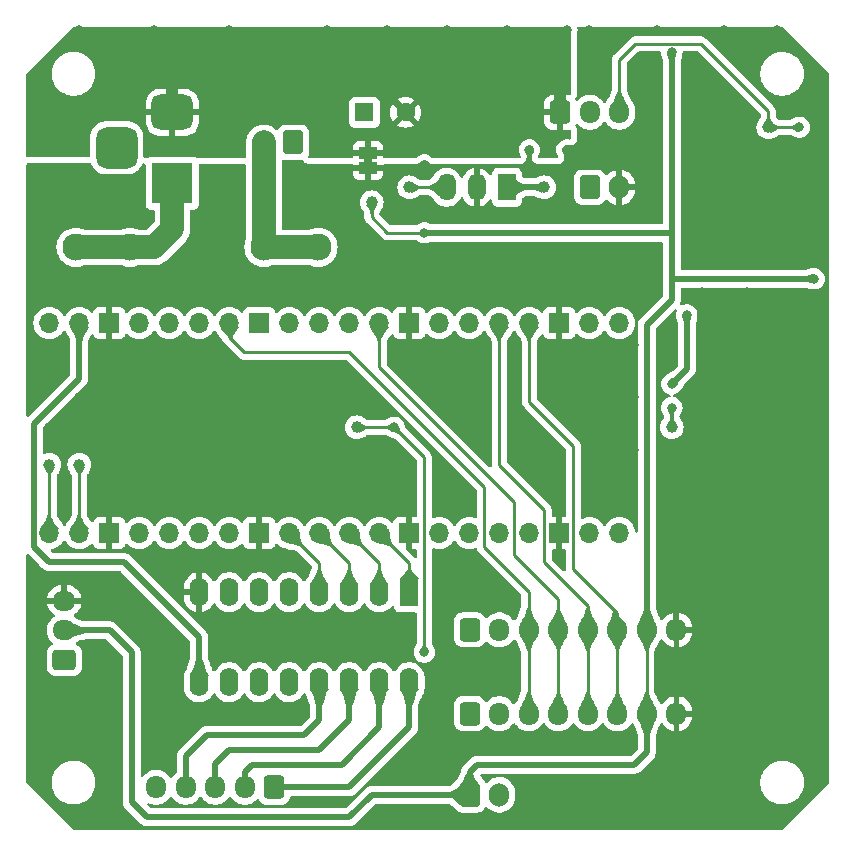
<source format=gbr>
%TF.GenerationSoftware,KiCad,Pcbnew,8.0.1*%
%TF.CreationDate,2024-08-29T15:45:34+09:00*%
%TF.ProjectId,raspcat,72617370-6361-4742-9e6b-696361645f70,rev?*%
%TF.SameCoordinates,Original*%
%TF.FileFunction,Copper,L2,Bot*%
%TF.FilePolarity,Positive*%
%FSLAX46Y46*%
G04 Gerber Fmt 4.6, Leading zero omitted, Abs format (unit mm)*
G04 Created by KiCad (PCBNEW 8.0.1) date 2024-08-29 15:45:34*
%MOMM*%
%LPD*%
G01*
G04 APERTURE LIST*
G04 Aperture macros list*
%AMRoundRect*
0 Rectangle with rounded corners*
0 $1 Rounding radius*
0 $2 $3 $4 $5 $6 $7 $8 $9 X,Y pos of 4 corners*
0 Add a 4 corners polygon primitive as box body*
4,1,4,$2,$3,$4,$5,$6,$7,$8,$9,$2,$3,0*
0 Add four circle primitives for the rounded corners*
1,1,$1+$1,$2,$3*
1,1,$1+$1,$4,$5*
1,1,$1+$1,$6,$7*
1,1,$1+$1,$8,$9*
0 Add four rect primitives between the rounded corners*
20,1,$1+$1,$2,$3,$4,$5,0*
20,1,$1+$1,$4,$5,$6,$7,0*
20,1,$1+$1,$6,$7,$8,$9,0*
20,1,$1+$1,$8,$9,$2,$3,0*%
G04 Aperture macros list end*
%TA.AperFunction,EtchedComponent*%
%ADD10C,0.000000*%
%TD*%
%TA.AperFunction,ComponentPad*%
%ADD11R,3.500000X3.500000*%
%TD*%
%TA.AperFunction,ComponentPad*%
%ADD12RoundRect,0.750000X-1.000000X0.750000X-1.000000X-0.750000X1.000000X-0.750000X1.000000X0.750000X0*%
%TD*%
%TA.AperFunction,ComponentPad*%
%ADD13RoundRect,0.875000X-0.875000X0.875000X-0.875000X-0.875000X0.875000X-0.875000X0.875000X0.875000X0*%
%TD*%
%TA.AperFunction,ComponentPad*%
%ADD14RoundRect,0.250000X0.600000X0.750000X-0.600000X0.750000X-0.600000X-0.750000X0.600000X-0.750000X0*%
%TD*%
%TA.AperFunction,ComponentPad*%
%ADD15O,1.700000X2.000000*%
%TD*%
%TA.AperFunction,ComponentPad*%
%ADD16RoundRect,0.250000X0.600000X0.725000X-0.600000X0.725000X-0.600000X-0.725000X0.600000X-0.725000X0*%
%TD*%
%TA.AperFunction,ComponentPad*%
%ADD17O,1.700000X1.950000*%
%TD*%
%TA.AperFunction,ComponentPad*%
%ADD18RoundRect,0.250000X0.725000X-0.600000X0.725000X0.600000X-0.725000X0.600000X-0.725000X-0.600000X0*%
%TD*%
%TA.AperFunction,ComponentPad*%
%ADD19O,1.950000X1.700000*%
%TD*%
%TA.AperFunction,ComponentPad*%
%ADD20RoundRect,0.250000X-0.600000X-0.750000X0.600000X-0.750000X0.600000X0.750000X-0.600000X0.750000X0*%
%TD*%
%TA.AperFunction,ComponentPad*%
%ADD21R,1.500000X2.300000*%
%TD*%
%TA.AperFunction,ComponentPad*%
%ADD22O,1.500000X2.300000*%
%TD*%
%TA.AperFunction,ComponentPad*%
%ADD23RoundRect,0.250000X-0.600000X-0.725000X0.600000X-0.725000X0.600000X0.725000X-0.600000X0.725000X0*%
%TD*%
%TA.AperFunction,ComponentPad*%
%ADD24R,1.600000X1.600000*%
%TD*%
%TA.AperFunction,ComponentPad*%
%ADD25C,1.600000*%
%TD*%
%TA.AperFunction,ComponentPad*%
%ADD26C,2.300000*%
%TD*%
%TA.AperFunction,ComponentPad*%
%ADD27R,1.600000X2.400000*%
%TD*%
%TA.AperFunction,ComponentPad*%
%ADD28O,1.600000X2.400000*%
%TD*%
%TA.AperFunction,ComponentPad*%
%ADD29O,1.700000X1.700000*%
%TD*%
%TA.AperFunction,ComponentPad*%
%ADD30R,1.700000X1.700000*%
%TD*%
%TA.AperFunction,SMDPad,CuDef*%
%ADD31C,1.000000*%
%TD*%
%TA.AperFunction,SMDPad,CuDef*%
%ADD32R,1.500000X1.000000*%
%TD*%
%TA.AperFunction,ViaPad*%
%ADD33C,0.800000*%
%TD*%
%TA.AperFunction,Conductor*%
%ADD34C,0.500000*%
%TD*%
%TA.AperFunction,Conductor*%
%ADD35C,0.250000*%
%TD*%
%TA.AperFunction,Conductor*%
%ADD36C,2.000000*%
%TD*%
%TA.AperFunction,Conductor*%
%ADD37C,1.000000*%
%TD*%
G04 APERTURE END LIST*
D10*
%TA.AperFunction,EtchedComponent*%
%TO.C,JP1*%
G36*
X30230000Y57411000D02*
G01*
X29630000Y57411000D01*
X29630000Y57911000D01*
X30230000Y57911000D01*
X30230000Y57411000D01*
G37*
%TD.AperFunction*%
%TD*%
D11*
%TO.P,J1,1*%
%TO.N,Net-(F1-Pad1)*%
X13365000Y55740000D03*
D12*
%TO.P,J1,2*%
%TO.N,GNDPWR*%
X13365000Y61740000D03*
D13*
%TO.P,J1,3*%
%TO.N,unconnected-(J1-Pad3)*%
X8665000Y58740000D03*
%TD*%
D14*
%TO.P,J2,1,Pin_1*%
%TO.N,Net-(D7-A)*%
X23611000Y59200000D03*
D15*
%TO.P,J2,2,Pin_2*%
%TO.N,Net-(J2-Pin_2)*%
X21111000Y59200000D03*
%TD*%
D16*
%TO.P,J9,1,Pin_1*%
%TO.N,Net-(D2-K)*%
X22000000Y4590000D03*
D17*
%TO.P,J9,2,Pin_2*%
%TO.N,Net-(D3-K)*%
X19500000Y4590000D03*
%TO.P,J9,3,Pin_3*%
%TO.N,Net-(D4-K)*%
X17000000Y4590000D03*
%TO.P,J9,4,Pin_4*%
%TO.N,Net-(D6-K)*%
X14500000Y4590000D03*
%TO.P,J9,5,Pin_5*%
%TO.N,+5V*%
X12000000Y4590000D03*
%TD*%
D18*
%TO.P,J5,1,Pin_1*%
%TO.N,Capacitive*%
X4220000Y15385000D03*
D19*
%TO.P,J5,2,Pin_2*%
%TO.N,+3.3V*%
X4220000Y17885000D03*
%TO.P,J5,3,Pin_3*%
%TO.N,GND*%
X4220000Y20385000D03*
%TD*%
D20*
%TO.P,J7,1,Pin_1*%
%TO.N,+12V*%
X48710000Y55390000D03*
D15*
%TO.P,J7,2,Pin_2*%
%TO.N,GND*%
X51210000Y55390000D03*
%TD*%
D21*
%TO.P,U1,1,IN*%
%TO.N,+12V*%
X41685000Y55390000D03*
D22*
%TO.P,U1,2,GND*%
%TO.N,GND*%
X39145000Y55390000D03*
%TO.P,U1,3,OUT*%
%TO.N,+5V*%
X36605000Y55390000D03*
%TD*%
D23*
%TO.P,J4,1,Pin_1*%
%TO.N,unconnected-(J4-Pin_1-Pad1)*%
X38550000Y17925000D03*
D17*
%TO.P,J4,2,Pin_2*%
%TO.N,CS2*%
X41050000Y17925000D03*
%TO.P,J4,3,Pin_3*%
%TO.N,DC*%
X43550000Y17925000D03*
%TO.P,J4,4,Pin_4*%
%TO.N,RST*%
X46050000Y17925000D03*
%TO.P,J4,5,Pin_5*%
%TO.N,SDA*%
X48550000Y17925000D03*
%TO.P,J4,6,Pin_6*%
%TO.N,CLK*%
X51050000Y17925000D03*
%TO.P,J4,7,Pin_7*%
%TO.N,+3.3V*%
X53550000Y17925000D03*
%TO.P,J4,8,Pin_8*%
%TO.N,GND*%
X56050000Y17925000D03*
%TD*%
D23*
%TO.P,J3,1,Pin_1*%
%TO.N,unconnected-(J3-Pin_1-Pad1)*%
X38550000Y10830000D03*
D17*
%TO.P,J3,2,Pin_2*%
%TO.N,CS1*%
X41050000Y10830000D03*
%TO.P,J3,3,Pin_3*%
%TO.N,DC*%
X43550000Y10830000D03*
%TO.P,J3,4,Pin_4*%
%TO.N,RST*%
X46050000Y10830000D03*
%TO.P,J3,5,Pin_5*%
%TO.N,SDA*%
X48550000Y10830000D03*
%TO.P,J3,6,Pin_6*%
%TO.N,CLK*%
X51050000Y10830000D03*
%TO.P,J3,7,Pin_7*%
%TO.N,+3.3V*%
X53550000Y10830000D03*
%TO.P,J3,8,Pin_8*%
%TO.N,GND*%
X56050000Y10830000D03*
%TD*%
D24*
%TO.P,C1,1*%
%TO.N,Net-(D7-A)*%
X29620000Y61740000D03*
D25*
%TO.P,C1,2*%
%TO.N,GNDPWR*%
X33120000Y61740000D03*
%TD*%
D26*
%TO.P,F1,1*%
%TO.N,Net-(F1-Pad1)*%
X5211000Y50310000D03*
X9811000Y50310000D03*
%TO.P,F1,2*%
%TO.N,Net-(J2-Pin_2)*%
X21111000Y50310000D03*
X25711000Y50310000D03*
%TD*%
D27*
%TO.P,U5,1,I1*%
%TO.N,STEP_IN1*%
X33430000Y21100000D03*
D28*
%TO.P,U5,2,I2*%
%TO.N,STEP_IN2*%
X30890000Y21100000D03*
%TO.P,U5,3,I3*%
%TO.N,STEP_IN3*%
X28350000Y21100000D03*
%TO.P,U5,4,I4*%
%TO.N,STEP_IN4*%
X25810000Y21100000D03*
%TO.P,U5,5,I5*%
%TO.N,unconnected-(U5-I5-Pad5)*%
X23270000Y21100000D03*
%TO.P,U5,6,I6*%
%TO.N,unconnected-(U5-I6-Pad6)*%
X20730000Y21100000D03*
%TO.P,U5,7,I7*%
%TO.N,unconnected-(U5-I7-Pad7)*%
X18190000Y21100000D03*
%TO.P,U5,8,GND*%
%TO.N,GND*%
X15650000Y21100000D03*
%TO.P,U5,9,COM*%
%TO.N,+5V*%
X15650000Y13480000D03*
%TO.P,U5,10,O7*%
%TO.N,unconnected-(U5-O7-Pad10)*%
X18190000Y13480000D03*
%TO.P,U5,11,O6*%
%TO.N,unconnected-(U5-O6-Pad11)*%
X20730000Y13480000D03*
%TO.P,U5,12,O5*%
%TO.N,unconnected-(U5-O5-Pad12)*%
X23270000Y13480000D03*
%TO.P,U5,13,O4*%
%TO.N,Net-(D6-K)*%
X25810000Y13480000D03*
%TO.P,U5,14,O3*%
%TO.N,Net-(D4-K)*%
X28350000Y13480000D03*
%TO.P,U5,15,O2*%
%TO.N,Net-(D3-K)*%
X30890000Y13480000D03*
%TO.P,U5,16,O1*%
%TO.N,Net-(D2-K)*%
X33430000Y13480000D03*
%TD*%
D29*
%TO.P,U2,1,GPIO0*%
%TO.N,M5_SDA*%
X2950000Y26110000D03*
%TO.P,U2,2,GPIO1*%
%TO.N,M5_SCL*%
X5490000Y26110000D03*
D30*
%TO.P,U2,3,GND*%
%TO.N,GND*%
X8030000Y26110000D03*
D29*
%TO.P,U2,4,GPIO2*%
%TO.N,unconnected-(U2-GPIO2-Pad4)_0*%
X10570000Y26110000D03*
%TO.P,U2,5,GPIO3*%
%TO.N,unconnected-(U2-GPIO3-Pad5)_0*%
X13110000Y26110000D03*
%TO.P,U2,6,GPIO4*%
%TO.N,unconnected-(U2-GPIO4-Pad6)_0*%
X15650000Y26110000D03*
%TO.P,U2,7,GPIO5*%
%TO.N,unconnected-(U2-GPIO5-Pad7)*%
X18190000Y26110000D03*
D30*
%TO.P,U2,8,GND*%
%TO.N,GND*%
X20730000Y26110000D03*
D29*
%TO.P,U2,9,GPIO6*%
%TO.N,STEP_IN4*%
X23270000Y26110000D03*
%TO.P,U2,10,GPIO7*%
%TO.N,STEP_IN3*%
X25810000Y26110000D03*
%TO.P,U2,11,GPIO8*%
%TO.N,STEP_IN2*%
X28350000Y26110000D03*
%TO.P,U2,12,GPIO9*%
%TO.N,STEP_IN1*%
X30890000Y26110000D03*
D30*
%TO.P,U2,13,GND*%
%TO.N,GND*%
X33430000Y26110000D03*
D29*
%TO.P,U2,14,GPIO10*%
%TO.N,Capacitive*%
X35970000Y26110000D03*
%TO.P,U2,15,GPIO11*%
%TO.N,unconnected-(U2-GPIO11-Pad15)_0*%
X38510000Y26110000D03*
%TO.P,U2,16,GPIO12*%
%TO.N,CS2*%
X41050000Y26110000D03*
%TO.P,U2,17,GPIO13*%
%TO.N,CS1*%
X43590000Y26110000D03*
D30*
%TO.P,U2,18,GND*%
%TO.N,GND*%
X46130000Y26110000D03*
D29*
%TO.P,U2,19,GPIO14*%
%TO.N,DebugLED*%
X48670000Y26110000D03*
%TO.P,U2,20,GPIO15*%
%TO.N,unconnected-(U2-GPIO15-Pad20)*%
X51210000Y26110000D03*
%TO.P,U2,21,GPIO16*%
%TO.N,unconnected-(U2-GPIO16-Pad21)*%
X51210000Y43890000D03*
%TO.P,U2,22,GPIO17*%
%TO.N,unconnected-(U2-GPIO17-Pad22)*%
X48670000Y43890000D03*
D30*
%TO.P,U2,23,GND*%
%TO.N,GND*%
X46130000Y43890000D03*
D29*
%TO.P,U2,24,GPIO18*%
%TO.N,CLK*%
X43590000Y43890000D03*
%TO.P,U2,25,GPIO19*%
%TO.N,SDA*%
X41050000Y43890000D03*
%TO.P,U2,26,GPIO20*%
%TO.N,unconnected-(U2-GPIO20-Pad26)*%
X38510000Y43890000D03*
%TO.P,U2,27,GPIO21*%
%TO.N,unconnected-(U2-GPIO21-Pad27)_0*%
X35970000Y43890000D03*
D30*
%TO.P,U2,28,GND*%
%TO.N,GND*%
X33430000Y43890000D03*
D29*
%TO.P,U2,29,GPIO22*%
%TO.N,RST*%
X30890000Y43890000D03*
%TO.P,U2,30,RUN*%
%TO.N,unconnected-(U2-RUN-Pad30)*%
X28350000Y43890000D03*
%TO.P,U2,31,GPIO26_ADC0*%
%TO.N,Cds*%
X25810000Y43890000D03*
%TO.P,U2,32,GPIO27_ADC1*%
%TO.N,unconnected-(U2-GPIO27_ADC1-Pad32)_0*%
X23270000Y43890000D03*
D30*
%TO.P,U2,33,AGND*%
%TO.N,unconnected-(U2-AGND-Pad33)*%
X20730000Y43890000D03*
D29*
%TO.P,U2,34,GPIO28_ADC2*%
%TO.N,DC*%
X18190000Y43890000D03*
%TO.P,U2,35,ADC_VREF*%
%TO.N,unconnected-(U2-ADC_VREF-Pad35)_0*%
X15650000Y43890000D03*
%TO.P,U2,36,3V3*%
%TO.N,unconnected-(U2-3V3-Pad36)_0*%
X13110000Y43890000D03*
%TO.P,U2,37,3V3_EN*%
%TO.N,unconnected-(U2-3V3_EN-Pad37)_0*%
X10570000Y43890000D03*
D30*
%TO.P,U2,38,GND*%
%TO.N,GND*%
X8030000Y43890000D03*
D29*
%TO.P,U2,39,VSYS*%
%TO.N,+5V*%
X5490000Y43890000D03*
%TO.P,U2,40,VBUS*%
%TO.N,unconnected-(U2-VBUS-Pad40)*%
X2950000Y43890000D03*
%TD*%
D23*
%TO.P,J8,1,Pin_1*%
%TO.N,GNDPWR*%
X46210000Y61740000D03*
D17*
%TO.P,J8,2,Pin_2*%
%TO.N,+12V*%
X48710000Y61740000D03*
%TO.P,J8,3,Pin_3*%
%TO.N,Net-(J8-Pin_3)*%
X51210000Y61740000D03*
%TD*%
D20*
%TO.P,J6,1,Pin_1*%
%TO.N,+3.3V*%
X38550000Y3955000D03*
D15*
%TO.P,J6,2,Pin_2*%
%TO.N,Cds*%
X41050000Y3955000D03*
%TD*%
D31*
%TO.P,TP1,1,1*%
%TO.N,+12V*%
X44860000Y55390000D03*
%TD*%
%TO.P,TP8,1,1*%
%TO.N,M5_SDA*%
X2950000Y31895000D03*
%TD*%
%TO.P,TP3,1,1*%
%TO.N,+3.3V*%
X30255000Y54120000D03*
%TD*%
%TO.P,TP7,1,1*%
%TO.N,M5_SCL*%
X5490000Y31895000D03*
%TD*%
%TO.P,TP6,1,1*%
%TO.N,Net-(J8-Pin_3)*%
X63829000Y60470000D03*
%TD*%
%TO.P,TP4,1,1*%
%TO.N,STS_Tx*%
X55655000Y35070000D03*
%TD*%
D32*
%TO.P,JP1,1,A*%
%TO.N,GNDPWR*%
X29930000Y58311000D03*
%TO.P,JP1,2,B*%
%TO.N,GND*%
X29930000Y57011000D03*
%TD*%
D31*
%TO.P,TP9,1,1*%
%TO.N,Cds*%
X28985000Y35070000D03*
%TD*%
%TO.P,TP2,1,1*%
%TO.N,+5V*%
X33430000Y55390000D03*
%TD*%
D33*
%TO.N,+3.3V*%
X55655000Y66820000D03*
X67720000Y47645000D03*
X34700000Y51540000D03*
%TO.N,Cds*%
X32160000Y35070000D03*
X34700000Y16020000D03*
%TO.N,GND*%
X68355000Y42690000D03*
X56925000Y61740000D03*
X62005000Y35070000D03*
X54385000Y46500000D03*
X65180000Y16655000D03*
X24540000Y37610000D03*
X42320000Y12845000D03*
X5490000Y56660000D03*
X55020000Y15385000D03*
X18190000Y54120000D03*
X44860000Y42055000D03*
X43590000Y50310000D03*
X68355000Y29990000D03*
X11205000Y18560000D03*
X35970000Y37610000D03*
X58195000Y46500000D03*
X55655000Y7765000D03*
X56925000Y52850000D03*
X20730000Y28720000D03*
X60100000Y7765000D03*
X11205000Y16020000D03*
X40415000Y7765000D03*
X13110000Y33165000D03*
X1650000Y13480000D03*
X28350000Y37610000D03*
X65180000Y29990000D03*
X68355000Y55390000D03*
X55020000Y12845000D03*
X65180000Y26815000D03*
X55655000Y5225000D03*
X39780000Y37610000D03*
X68355000Y23640000D03*
X51210000Y50310000D03*
X62005000Y49040000D03*
X16920000Y18560000D03*
X35970000Y42055000D03*
X9300000Y37610000D03*
X6760000Y1415000D03*
X2950000Y35070000D03*
X11205000Y12210000D03*
X8665000Y9035000D03*
X68355000Y38245000D03*
X1650000Y17925000D03*
X39780000Y42055000D03*
X39145000Y50310000D03*
X68355000Y60470000D03*
X16920000Y28720000D03*
X54385000Y52850000D03*
X23270000Y54120000D03*
X9300000Y33165000D03*
X42320000Y33165000D03*
X8665000Y13480000D03*
X55020000Y28720000D03*
X54385000Y50310000D03*
X48670000Y68725000D03*
X33430000Y28720000D03*
X52480000Y42055000D03*
X64545000Y1415000D03*
X37240000Y15385000D03*
X68355000Y64915000D03*
X51845000Y7765000D03*
X63275000Y11575000D03*
X5490000Y37610000D03*
X68355000Y26815000D03*
X68355000Y7765000D03*
X44860000Y37610000D03*
X13110000Y28720000D03*
X48670000Y28720000D03*
X48670000Y33165000D03*
X13110000Y37610000D03*
X54385000Y60470000D03*
X58195000Y31895000D03*
X25175000Y16020000D03*
X28350000Y33165000D03*
X52480000Y37610000D03*
X24540000Y28720000D03*
X60100000Y11575000D03*
X1680000Y54120000D03*
X62005000Y46500000D03*
X1680000Y41420000D03*
X42320000Y15385000D03*
X65180000Y42690000D03*
X13110000Y42055000D03*
X60100000Y14115000D03*
X32160000Y33165000D03*
X1680000Y47770000D03*
X64545000Y68725000D03*
X33430000Y16020000D03*
X62005000Y30035000D03*
X44225000Y5225000D03*
X23905000Y10940000D03*
X61960000Y42735000D03*
X1680000Y50945000D03*
X34700000Y57295000D03*
X24540000Y33165000D03*
X68355000Y11575000D03*
X16920000Y16020000D03*
X60735000Y1415000D03*
X13745000Y12210000D03*
X49940000Y5225000D03*
X55020000Y33165000D03*
X32160000Y42055000D03*
X1650000Y22370000D03*
X49940000Y2685000D03*
X65180000Y38245000D03*
X55655000Y2685000D03*
X58830000Y61740000D03*
X48670000Y42055000D03*
X26445000Y56660000D03*
X37240000Y12845000D03*
X5490000Y54120000D03*
X38510000Y28720000D03*
X48670000Y64280000D03*
X68355000Y5000000D03*
X46765000Y58565000D03*
X39780000Y12845000D03*
X12475000Y22370000D03*
X20730000Y33165000D03*
X23270000Y56660000D03*
X58195000Y35070000D03*
X62005000Y52215000D03*
X42320000Y37610000D03*
X48035000Y50310000D03*
X26445000Y54120000D03*
X58195000Y49040000D03*
X21365000Y10940000D03*
X13745000Y16020000D03*
X62005000Y31895000D03*
X48670000Y37610000D03*
X16920000Y42055000D03*
X44225000Y2685000D03*
X9300000Y42055000D03*
X16920000Y37610000D03*
X16920000Y33165000D03*
X62005000Y38245000D03*
X37240000Y22370000D03*
X20730000Y37610000D03*
X54385000Y57930000D03*
X33430000Y18560000D03*
X1650000Y9035000D03*
X46130000Y28720000D03*
X28985000Y28720000D03*
X37240000Y7765000D03*
X39780000Y33165000D03*
X34700000Y53485000D03*
X56925000Y57930000D03*
X46130000Y33165000D03*
X42320000Y42055000D03*
X25175000Y18560000D03*
X1680000Y56660000D03*
X5490000Y35070000D03*
X39780000Y22370000D03*
X60100000Y68725000D03*
X60100000Y16655000D03*
X1680000Y37610000D03*
X55020000Y42055000D03*
X56925000Y65550000D03*
X54385000Y65550000D03*
X35970000Y28720000D03*
X63910000Y55390000D03*
X18190000Y56660000D03*
X62005000Y26815000D03*
X43590000Y58565000D03*
X58830000Y57930000D03*
X39780000Y15385000D03*
X18825000Y10940000D03*
X52480000Y33165000D03*
X54385000Y68725000D03*
X48035000Y7765000D03*
X44225000Y7765000D03*
X9300000Y28720000D03*
%TO.N,Net-(U4-RO)*%
X55655000Y38735000D03*
X56925000Y44595000D03*
%TO.N,STS_Tx*%
X55655000Y36735000D03*
%TO.N,Net-(J8-Pin_3)*%
X66450000Y60470000D03*
%TO.N,GNDPWR*%
X26445000Y68725000D03*
X35970000Y59200000D03*
X38510000Y61740000D03*
X11840000Y68725000D03*
X37240000Y61740000D03*
X1680000Y58565000D03*
X18190000Y58565000D03*
X35970000Y60470000D03*
X38510000Y64280000D03*
X35970000Y61740000D03*
X1680000Y64280000D03*
X37240000Y63010000D03*
X35970000Y63010000D03*
X46765000Y68725000D03*
X38510000Y63010000D03*
X18190000Y68725000D03*
X11840000Y58565000D03*
X31525000Y68725000D03*
X38510000Y59200000D03*
X5490000Y58565000D03*
X36605000Y68725000D03*
X41685000Y68725000D03*
X11840000Y64280000D03*
X5490000Y68725000D03*
X37240000Y64280000D03*
X35970000Y64280000D03*
X38510000Y60470000D03*
X26445000Y64280000D03*
X18190000Y64280000D03*
X37240000Y59200000D03*
X26445000Y59200000D03*
X37240000Y60470000D03*
%TD*%
D34*
%TO.N,+12V*%
X41685000Y55390000D02*
X44860000Y55390000D01*
%TO.N,+5V*%
X1650000Y35357500D02*
X1650000Y24938261D01*
D35*
X33430000Y55390000D02*
X36605000Y55390000D01*
D34*
X15650000Y17290000D02*
X15650000Y13480000D01*
X5490000Y39197500D02*
X1650000Y35357500D01*
X1650000Y24938261D02*
X2948261Y23640000D01*
X5490000Y43890000D02*
X5490000Y39197500D01*
X2948261Y23640000D02*
X9300000Y23640000D01*
X9300000Y23640000D02*
X15650000Y17290000D01*
D35*
%TO.N,M5_SCL*%
X5490000Y31895000D02*
X5490000Y26110000D01*
D34*
%TO.N,+3.3V*%
X55780000Y47645000D02*
X55655000Y47770000D01*
X67720000Y47645000D02*
X55780000Y47645000D01*
D35*
X31565000Y51540000D02*
X30255000Y52850000D01*
D34*
X28350000Y2050000D02*
X30255000Y3955000D01*
X53550000Y7565000D02*
X52480000Y6495000D01*
X34700000Y51540000D02*
X55615000Y51540000D01*
X4220000Y17885000D02*
X8070000Y17885000D01*
X11205000Y2050000D02*
X28350000Y2050000D01*
D35*
X53550000Y17925000D02*
X53550000Y10830000D01*
D34*
X9935000Y3320000D02*
X11205000Y2050000D01*
D35*
X34700000Y51540000D02*
X31565000Y51540000D01*
D34*
X53550000Y10830000D02*
X53550000Y7565000D01*
X55615000Y51540000D02*
X55655000Y51580000D01*
X55655000Y47770000D02*
X55655000Y45865000D01*
X52480000Y6495000D02*
X39145000Y6495000D01*
X55655000Y66820000D02*
X55655000Y51580000D01*
X8070000Y17885000D02*
X9935000Y16020000D01*
X9935000Y16020000D02*
X9935000Y3320000D01*
X53550000Y43760000D02*
X53550000Y17925000D01*
X38550000Y5900000D02*
X38550000Y3955000D01*
X39145000Y6495000D02*
X38550000Y5900000D01*
X30255000Y3955000D02*
X38550000Y3955000D01*
D35*
X30255000Y52850000D02*
X30255000Y54120000D01*
D34*
X55655000Y51580000D02*
X55655000Y47770000D01*
X55655000Y45865000D02*
X53550000Y43760000D01*
D35*
%TO.N,RST*%
X42320000Y24275000D02*
X42320000Y28720000D01*
X42320000Y28720000D02*
X30890000Y40150000D01*
X46050000Y17925000D02*
X46050000Y10830000D01*
X46050000Y20545000D02*
X42320000Y24275000D01*
X30890000Y40150000D02*
X30890000Y43890000D01*
X46050000Y17925000D02*
X46050000Y20545000D01*
%TO.N,DC*%
X39780000Y29990000D02*
X28350000Y41420000D01*
X28350000Y41420000D02*
X19460000Y41420000D01*
X43550000Y17925000D02*
X43550000Y10830000D01*
X43550000Y17925000D02*
X43550000Y21140000D01*
X19460000Y41420000D02*
X18190000Y42690000D01*
X39780000Y24910000D02*
X39780000Y29990000D01*
X18190000Y42690000D02*
X18190000Y43890000D01*
X43550000Y21140000D02*
X39780000Y24910000D01*
%TO.N,Cds*%
X34700000Y16020000D02*
X34700000Y32530000D01*
X28985000Y35070000D02*
X32160000Y35070000D01*
X34700000Y32530000D02*
X32160000Y35070000D01*
%TO.N,SDA*%
X41050000Y31895000D02*
X41050000Y43890000D01*
X48550000Y17925000D02*
X48550000Y19950000D01*
X48550000Y19950000D02*
X44860000Y23640000D01*
X48550000Y17925000D02*
X48550000Y10830000D01*
X44860000Y28085000D02*
X41050000Y31895000D01*
X44860000Y23640000D02*
X44860000Y28085000D01*
%TO.N,CLK*%
X51050000Y17925000D02*
X51050000Y19355000D01*
X51050000Y17925000D02*
X51050000Y10830000D01*
X47305000Y33525000D02*
X43590000Y37240000D01*
X51050000Y19355000D02*
X47305000Y23100000D01*
X47305000Y23100000D02*
X47305000Y33525000D01*
X43590000Y37240000D02*
X43590000Y43890000D01*
%TO.N,GND*%
X56050000Y17925000D02*
X56050000Y10830000D01*
D34*
X8030000Y43890000D02*
X8030000Y26110000D01*
X62005000Y42690000D02*
X62005000Y30035000D01*
X62005000Y25545000D02*
X56050000Y19590000D01*
X46130000Y47770000D02*
X46130000Y43890000D01*
X46130000Y47770000D02*
X33430000Y47770000D01*
X62005000Y30035000D02*
X62005000Y25545000D01*
X33430000Y43890000D02*
X33430000Y47770000D01*
X61960000Y42735000D02*
X62005000Y42690000D01*
X8030000Y47770000D02*
X33430000Y47770000D01*
X56050000Y19590000D02*
X56050000Y17925000D01*
X8030000Y43890000D02*
X8030000Y47770000D01*
%TO.N,Net-(D2-K)*%
X33430000Y9670000D02*
X28350000Y4590000D01*
X33430000Y13480000D02*
X33430000Y9670000D01*
X28350000Y4590000D02*
X22000000Y4590000D01*
D36*
%TO.N,Net-(F1-Pad1)*%
X5211000Y50310000D02*
X9811000Y50310000D01*
X13365000Y51835000D02*
X13365000Y55740000D01*
X11840000Y50310000D02*
X13365000Y51835000D01*
X9811000Y50310000D02*
X11840000Y50310000D01*
D34*
%TO.N,Net-(U4-RO)*%
X55655000Y38735000D02*
X56925000Y40005000D01*
X56925000Y40005000D02*
X56925000Y44595000D01*
%TO.N,Net-(D3-K)*%
X30890000Y9670000D02*
X27715000Y6495000D01*
X30890000Y13480000D02*
X30890000Y9670000D01*
X19500000Y5900000D02*
X19500000Y4590000D01*
X27715000Y6495000D02*
X20095000Y6495000D01*
X20095000Y6495000D02*
X19500000Y5900000D01*
D35*
%TO.N,M5_SDA*%
X2950000Y31895000D02*
X2950000Y26110000D01*
D36*
%TO.N,Net-(J2-Pin_2)*%
X21111000Y50310000D02*
X21111000Y59200000D01*
X25711000Y50310000D02*
X21111000Y50310000D01*
D34*
%TO.N,Net-(D4-K)*%
X17000000Y6575000D02*
X18190000Y7765000D01*
X18190000Y7765000D02*
X25810000Y7765000D01*
X25810000Y7765000D02*
X28350000Y10305000D01*
X17000000Y4590000D02*
X17000000Y6575000D01*
X28350000Y10305000D02*
X28350000Y13480000D01*
D35*
%TO.N,STS_Tx*%
X55655000Y36735000D02*
X55655000Y35070000D01*
D34*
%TO.N,Net-(D6-K)*%
X16285000Y9035000D02*
X24540000Y9035000D01*
X24540000Y9035000D02*
X25810000Y10305000D01*
X14500000Y7250000D02*
X16285000Y9035000D01*
X14500000Y4590000D02*
X14500000Y7250000D01*
X25810000Y10305000D02*
X25810000Y13480000D01*
D35*
%TO.N,Net-(J8-Pin_3)*%
X52570000Y67545000D02*
X51210000Y66185000D01*
X58105000Y67545000D02*
X52570000Y67545000D01*
X51210000Y66185000D02*
X51210000Y61740000D01*
X63829000Y60470000D02*
X63829000Y61821000D01*
X63829000Y61821000D02*
X58105000Y67545000D01*
X63829000Y60470000D02*
X66450000Y60470000D01*
%TO.N,STEP_IN1*%
X33430000Y23570000D02*
X33430000Y21100000D01*
X30890000Y26110000D02*
X33430000Y23570000D01*
%TO.N,STEP_IN2*%
X28350000Y26110000D02*
X30890000Y23570000D01*
X30890000Y23570000D02*
X30890000Y21100000D01*
%TO.N,STEP_IN3*%
X28350000Y21100000D02*
X28350000Y23570000D01*
X28350000Y23570000D02*
X25810000Y26110000D01*
%TO.N,STEP_IN4*%
X25810000Y23570000D02*
X23270000Y26110000D01*
X25810000Y21100000D02*
X25810000Y23570000D01*
D34*
%TO.N,GNDPWR*%
X33120000Y61740000D02*
X29620000Y65240000D01*
D37*
X44225000Y68090000D02*
X27715000Y68090000D01*
X46210000Y66105000D02*
X44225000Y68090000D01*
X46210000Y61740000D02*
X46210000Y66105000D01*
X13365000Y66185000D02*
X13365000Y61740000D01*
D34*
X29620000Y65240000D02*
X29620000Y68090000D01*
D37*
X27715000Y68090000D02*
X25810000Y66185000D01*
X25810000Y66185000D02*
X13365000Y66185000D01*
%TD*%
%TA.AperFunction,Conductor*%
%TO.N,GND*%
G36*
X65015677Y68980315D02*
G01*
X65036319Y68963681D01*
X68963681Y65036319D01*
X68997166Y64974996D01*
X69000000Y64948638D01*
X69000000Y5051362D01*
X68980315Y4984323D01*
X68963681Y4963681D01*
X65036319Y1036319D01*
X64974996Y1002834D01*
X64948638Y1000000D01*
X5051362Y1000000D01*
X4984323Y1019685D01*
X4963681Y1036319D01*
X1121289Y4878712D01*
X3149500Y4878712D01*
X3181161Y4638215D01*
X3243947Y4403896D01*
X3323729Y4211287D01*
X3336776Y4179788D01*
X3458062Y3969714D01*
X3458065Y3969710D01*
X3605733Y3777264D01*
X3605739Y3777257D01*
X3777256Y3605740D01*
X3777263Y3605734D01*
X3804013Y3585208D01*
X3969711Y3458064D01*
X4179788Y3336776D01*
X4403900Y3243946D01*
X4638211Y3181162D01*
X4818586Y3157416D01*
X4878711Y3149500D01*
X4878712Y3149500D01*
X5121289Y3149500D01*
X5169388Y3155833D01*
X5361789Y3181162D01*
X5596100Y3243946D01*
X5820212Y3336776D01*
X6030289Y3458064D01*
X6222738Y3605735D01*
X6394265Y3777262D01*
X6541936Y3969711D01*
X6663224Y4179788D01*
X6756054Y4403900D01*
X6818838Y4638211D01*
X6850500Y4878712D01*
X6850500Y5121288D01*
X6818838Y5361789D01*
X6756054Y5596100D01*
X6663224Y5820212D01*
X6541936Y6030289D01*
X6394265Y6222738D01*
X6394260Y6222744D01*
X6222743Y6394261D01*
X6222736Y6394267D01*
X6030293Y6541933D01*
X6030292Y6541934D01*
X6030289Y6541936D01*
X5820212Y6663224D01*
X5820205Y6663227D01*
X5596104Y6756053D01*
X5454828Y6793908D01*
X5361789Y6818838D01*
X5361788Y6818839D01*
X5361785Y6818839D01*
X5121289Y6850500D01*
X5121288Y6850500D01*
X4878712Y6850500D01*
X4878711Y6850500D01*
X4638214Y6818839D01*
X4403895Y6756053D01*
X4179794Y6663227D01*
X4179785Y6663223D01*
X3969706Y6541933D01*
X3777263Y6394267D01*
X3777256Y6394261D01*
X3605739Y6222744D01*
X3605733Y6222737D01*
X3458067Y6030294D01*
X3336777Y5820215D01*
X3336773Y5820206D01*
X3243947Y5596105D01*
X3181161Y5361786D01*
X3149500Y5121289D01*
X3149500Y4878712D01*
X1121289Y4878712D01*
X1036275Y4963726D01*
X1002790Y5025049D01*
X999956Y5051407D01*
X999956Y5651324D01*
X999969Y24227566D01*
X1019653Y24294602D01*
X1072457Y24340356D01*
X1141615Y24350300D01*
X1205171Y24321275D01*
X1211649Y24315243D01*
X2088415Y23438479D01*
X2365309Y23161585D01*
X2365310Y23161584D01*
X2469845Y23057049D01*
X2469846Y23057048D01*
X2592759Y22974920D01*
X2592772Y22974913D01*
X2729343Y22918344D01*
X2729348Y22918342D01*
X2729352Y22918342D01*
X2729353Y22918341D01*
X2874340Y22889500D01*
X2874343Y22889500D01*
X8937770Y22889500D01*
X9004809Y22869815D01*
X9025451Y22853181D01*
X14863181Y17015452D01*
X14896666Y16954129D01*
X14899500Y16927771D01*
X14899500Y15574647D01*
X14894138Y15538580D01*
X14872705Y15468083D01*
X14812041Y15268541D01*
X14810963Y15265169D01*
X14710350Y14965276D01*
X14708924Y14961255D01*
X14610443Y14698107D01*
X14608507Y14693249D01*
X14579393Y14624442D01*
X14565516Y14599880D01*
X14537714Y14561612D01*
X14444781Y14379222D01*
X14381522Y14184532D01*
X14373734Y14135362D01*
X14370259Y14119897D01*
X14369324Y14116709D01*
X14369323Y14116704D01*
X14368688Y14112273D01*
X14368310Y14109631D01*
X14368309Y14109623D01*
X14368309Y14109620D01*
X14367427Y14098113D01*
X14366263Y14088200D01*
X14349500Y13982358D01*
X14349500Y12977649D01*
X14381522Y12775466D01*
X14444781Y12580777D01*
X14537715Y12398387D01*
X14658028Y12232787D01*
X14802786Y12088029D01*
X14944445Y11985110D01*
X14968390Y11967713D01*
X15084607Y11908497D01*
X15150776Y11874782D01*
X15150778Y11874782D01*
X15150781Y11874780D01*
X15238452Y11846294D01*
X15345465Y11811523D01*
X15446557Y11795512D01*
X15547648Y11779500D01*
X15547649Y11779500D01*
X15752351Y11779500D01*
X15752352Y11779500D01*
X15954534Y11811523D01*
X16149219Y11874780D01*
X16331610Y11967713D01*
X16424590Y12035268D01*
X16497213Y12088029D01*
X16497215Y12088032D01*
X16497219Y12088034D01*
X16641966Y12232781D01*
X16641968Y12232785D01*
X16641971Y12232787D01*
X16762284Y12398386D01*
X16762285Y12398387D01*
X16762287Y12398390D01*
X16809516Y12491083D01*
X16857489Y12541877D01*
X16925310Y12558672D01*
X16991445Y12536135D01*
X17030485Y12491081D01*
X17077715Y12398386D01*
X17198028Y12232787D01*
X17342786Y12088029D01*
X17484445Y11985110D01*
X17508390Y11967713D01*
X17624607Y11908497D01*
X17690776Y11874782D01*
X17690778Y11874782D01*
X17690781Y11874780D01*
X17778452Y11846294D01*
X17885465Y11811523D01*
X17986557Y11795512D01*
X18087648Y11779500D01*
X18087649Y11779500D01*
X18292351Y11779500D01*
X18292352Y11779500D01*
X18494534Y11811523D01*
X18689219Y11874780D01*
X18871610Y11967713D01*
X18964590Y12035268D01*
X19037213Y12088029D01*
X19037215Y12088032D01*
X19037219Y12088034D01*
X19181966Y12232781D01*
X19181968Y12232785D01*
X19181971Y12232787D01*
X19302284Y12398386D01*
X19302285Y12398387D01*
X19302287Y12398390D01*
X19349516Y12491083D01*
X19397489Y12541877D01*
X19465310Y12558672D01*
X19531445Y12536135D01*
X19570485Y12491081D01*
X19617715Y12398386D01*
X19738028Y12232787D01*
X19882786Y12088029D01*
X20024445Y11985110D01*
X20048390Y11967713D01*
X20164607Y11908497D01*
X20230776Y11874782D01*
X20230778Y11874782D01*
X20230781Y11874780D01*
X20318452Y11846294D01*
X20425465Y11811523D01*
X20526557Y11795512D01*
X20627648Y11779500D01*
X20627649Y11779500D01*
X20832351Y11779500D01*
X20832352Y11779500D01*
X21034534Y11811523D01*
X21229219Y11874780D01*
X21411610Y11967713D01*
X21504590Y12035268D01*
X21577213Y12088029D01*
X21577215Y12088032D01*
X21577219Y12088034D01*
X21721966Y12232781D01*
X21721968Y12232785D01*
X21721971Y12232787D01*
X21842284Y12398386D01*
X21842285Y12398387D01*
X21842287Y12398390D01*
X21889516Y12491083D01*
X21937489Y12541877D01*
X22005310Y12558672D01*
X22071445Y12536135D01*
X22110485Y12491081D01*
X22157715Y12398386D01*
X22278028Y12232787D01*
X22422786Y12088029D01*
X22564445Y11985110D01*
X22588390Y11967713D01*
X22704607Y11908497D01*
X22770776Y11874782D01*
X22770778Y11874782D01*
X22770781Y11874780D01*
X22858452Y11846294D01*
X22965465Y11811523D01*
X23066557Y11795512D01*
X23167648Y11779500D01*
X23167649Y11779500D01*
X23372351Y11779500D01*
X23372352Y11779500D01*
X23574534Y11811523D01*
X23769219Y11874780D01*
X23951610Y11967713D01*
X24044590Y12035268D01*
X24117213Y12088029D01*
X24117215Y12088032D01*
X24117219Y12088034D01*
X24261966Y12232781D01*
X24261968Y12232785D01*
X24261971Y12232787D01*
X24382284Y12398386D01*
X24382285Y12398387D01*
X24382287Y12398390D01*
X24429516Y12491083D01*
X24477489Y12541877D01*
X24545310Y12558672D01*
X24611445Y12536135D01*
X24650483Y12491083D01*
X24697713Y12398390D01*
X24697716Y12398386D01*
X24725518Y12360118D01*
X24739396Y12335556D01*
X24768504Y12266764D01*
X24770440Y12261905D01*
X24868921Y11998757D01*
X24870347Y11994736D01*
X24970969Y11694814D01*
X24972047Y11691442D01*
X25007699Y11574174D01*
X25054138Y11421423D01*
X25059500Y11385356D01*
X25059500Y10667230D01*
X25039815Y10600191D01*
X25023181Y10579549D01*
X24265451Y9821819D01*
X24204128Y9788334D01*
X24177770Y9785500D01*
X16211080Y9785500D01*
X16066092Y9756660D01*
X16066082Y9756657D01*
X15929511Y9700088D01*
X15929498Y9700081D01*
X15806584Y9617952D01*
X15806580Y9617949D01*
X13917047Y7728416D01*
X13904548Y7709709D01*
X13892103Y7691082D01*
X13863411Y7648142D01*
X13834914Y7605493D01*
X13778343Y7468918D01*
X13778340Y7468908D01*
X13749500Y7323921D01*
X13749500Y5902221D01*
X13729815Y5835182D01*
X13698385Y5801903D01*
X13620211Y5745107D01*
X13620205Y5745102D01*
X13469894Y5594791D01*
X13469890Y5594786D01*
X13350318Y5430207D01*
X13294989Y5387541D01*
X13225375Y5381562D01*
X13163580Y5414167D01*
X13149682Y5430207D01*
X13030109Y5594786D01*
X13030105Y5594791D01*
X12879786Y5745110D01*
X12707820Y5870049D01*
X12518414Y5966556D01*
X12518413Y5966557D01*
X12518412Y5966557D01*
X12316243Y6032246D01*
X12316241Y6032247D01*
X12316240Y6032247D01*
X12154957Y6057792D01*
X12106287Y6065500D01*
X11893713Y6065500D01*
X11845042Y6057792D01*
X11683760Y6032247D01*
X11481585Y5966556D01*
X11292179Y5870049D01*
X11120213Y5745110D01*
X10969894Y5594791D01*
X10969890Y5594786D01*
X10909818Y5512103D01*
X10854488Y5469437D01*
X10784875Y5463458D01*
X10723080Y5496064D01*
X10688723Y5556902D01*
X10685500Y5584988D01*
X10685500Y16093921D01*
X10656659Y16238908D01*
X10656658Y16238909D01*
X10656658Y16238913D01*
X10629559Y16304337D01*
X10600087Y16375489D01*
X10600080Y16375502D01*
X10517952Y16498415D01*
X10465936Y16550431D01*
X10413416Y16602951D01*
X9951015Y17065352D01*
X8548421Y18467948D01*
X8548420Y18467949D01*
X8460846Y18526463D01*
X8425495Y18550084D01*
X8425493Y18550085D01*
X8425490Y18550087D01*
X8288917Y18606657D01*
X8288907Y18606660D01*
X8143920Y18635500D01*
X8143918Y18635500D01*
X6108732Y18635500D01*
X6090654Y18636825D01*
X5834217Y18674614D01*
X5820425Y18677454D01*
X5584080Y18740309D01*
X5571444Y18744406D01*
X5328515Y18837822D01*
X5317289Y18842790D01*
X5294500Y18854256D01*
X5262551Y18877345D01*
X5224790Y18915106D01*
X5224785Y18915110D01*
X5059781Y19034992D01*
X5017115Y19090322D01*
X5011136Y19159935D01*
X5043741Y19221730D01*
X5059781Y19235629D01*
X5224466Y19355279D01*
X5374723Y19505536D01*
X5374727Y19505541D01*
X5499620Y19677443D01*
X5596095Y19866783D01*
X5661757Y20068871D01*
X5661757Y20068874D01*
X5672231Y20135000D01*
X4624146Y20135000D01*
X4662630Y20201657D01*
X4695000Y20322465D01*
X4695000Y20447535D01*
X4662630Y20568343D01*
X4624146Y20635000D01*
X5672231Y20635000D01*
X5661757Y20701127D01*
X5661757Y20701130D01*
X5596095Y20903218D01*
X5499620Y21092558D01*
X5374727Y21264460D01*
X5374723Y21264465D01*
X5224464Y21414724D01*
X5224459Y21414728D01*
X5052557Y21539621D01*
X4863217Y21636096D01*
X4661128Y21701758D01*
X4470000Y21732031D01*
X4470000Y20789146D01*
X4403343Y20827630D01*
X4282535Y20860000D01*
X4157465Y20860000D01*
X4036657Y20827630D01*
X3970000Y20789146D01*
X3970000Y21732031D01*
X3778872Y21701758D01*
X3778869Y21701758D01*
X3576782Y21636096D01*
X3387442Y21539621D01*
X3215540Y21414728D01*
X3215535Y21414724D01*
X3065276Y21264465D01*
X3065272Y21264460D01*
X2940379Y21092558D01*
X2843904Y20903218D01*
X2778242Y20701130D01*
X2778242Y20701127D01*
X2767769Y20635000D01*
X3815854Y20635000D01*
X3777370Y20568343D01*
X3745000Y20447535D01*
X3745000Y20322465D01*
X3777370Y20201657D01*
X3815854Y20135000D01*
X2767769Y20135000D01*
X2778242Y20068874D01*
X2778242Y20068871D01*
X2843904Y19866783D01*
X2940379Y19677443D01*
X3065272Y19505541D01*
X3065276Y19505536D01*
X3215535Y19355277D01*
X3215540Y19355273D01*
X3380218Y19235628D01*
X3422884Y19180299D01*
X3428863Y19110685D01*
X3396258Y19048890D01*
X3380218Y19034992D01*
X3215214Y18915110D01*
X3215209Y18915106D01*
X3064890Y18764787D01*
X2939951Y18592821D01*
X2843444Y18403415D01*
X2777753Y18201240D01*
X2744500Y17991287D01*
X2744500Y17778714D01*
X2767524Y17633343D01*
X2777754Y17568757D01*
X2805372Y17483757D01*
X2843444Y17366586D01*
X2939951Y17177180D01*
X3064890Y17005214D01*
X3203705Y16866399D01*
X3237190Y16805076D01*
X3232206Y16735384D01*
X3190334Y16679451D01*
X3181121Y16673179D01*
X3026342Y16577711D01*
X2902289Y16453658D01*
X2810187Y16304337D01*
X2810185Y16304332D01*
X2794590Y16257269D01*
X2755001Y16137797D01*
X2755001Y16137796D01*
X2755000Y16137796D01*
X2744500Y16035017D01*
X2744500Y14734999D01*
X2744501Y14734982D01*
X2755000Y14632204D01*
X2755001Y14632201D01*
X2778393Y14561611D01*
X2810186Y14465666D01*
X2902288Y14316344D01*
X3026344Y14192288D01*
X3175666Y14100186D01*
X3342203Y14045001D01*
X3444991Y14034500D01*
X4995008Y14034501D01*
X5097797Y14045001D01*
X5264334Y14100186D01*
X5413656Y14192288D01*
X5537712Y14316344D01*
X5629814Y14465666D01*
X5684999Y14632203D01*
X5695500Y14734991D01*
X5695499Y16035008D01*
X5684999Y16137797D01*
X5629814Y16304334D01*
X5537712Y16453656D01*
X5413656Y16577712D01*
X5264334Y16669814D01*
X5264333Y16669815D01*
X5258878Y16673179D01*
X5212154Y16725127D01*
X5200931Y16794090D01*
X5228775Y16858172D01*
X5236285Y16866390D01*
X5262556Y16892662D01*
X5294502Y16915749D01*
X5317304Y16927220D01*
X5328494Y16932173D01*
X5571453Y17025600D01*
X5584059Y17029687D01*
X5820426Y17092549D01*
X5834216Y17095389D01*
X5871169Y17100834D01*
X6090649Y17133176D01*
X6108725Y17134500D01*
X7707770Y17134500D01*
X7774809Y17114815D01*
X7795451Y17098181D01*
X9148181Y15745452D01*
X9181666Y15684129D01*
X9184500Y15657771D01*
X9184500Y3246082D01*
X9184500Y3246080D01*
X9184499Y3246080D01*
X9213340Y3101093D01*
X9213343Y3101083D01*
X9269914Y2964508D01*
X9269915Y2964506D01*
X9269916Y2964505D01*
X9300559Y2918644D01*
X9302812Y2915273D01*
X9302813Y2915270D01*
X9352046Y2841586D01*
X9352052Y2841579D01*
X10726580Y1467052D01*
X10726584Y1467049D01*
X10849498Y1384920D01*
X10849511Y1384913D01*
X10986082Y1328344D01*
X10986087Y1328342D01*
X10986091Y1328342D01*
X10986092Y1328341D01*
X11131079Y1299500D01*
X11131082Y1299500D01*
X28423920Y1299500D01*
X28521462Y1318904D01*
X28568913Y1328342D01*
X28705495Y1384916D01*
X28754729Y1417814D01*
X28828416Y1467048D01*
X30529549Y3168181D01*
X30590872Y3201666D01*
X30617230Y3204500D01*
X36735147Y3204500D01*
X36773362Y3198464D01*
X36822017Y3182702D01*
X36839791Y3175378D01*
X36932755Y3128334D01*
X36947059Y3119845D01*
X37057160Y3044082D01*
X37068268Y3035471D01*
X37193186Y2926764D01*
X37201660Y2918654D01*
X37315816Y2798529D01*
X37331462Y2778214D01*
X37357288Y2736344D01*
X37481344Y2612288D01*
X37630666Y2520186D01*
X37797203Y2465001D01*
X37899991Y2454500D01*
X39200008Y2454501D01*
X39302797Y2465001D01*
X39469334Y2520186D01*
X39618656Y2612288D01*
X39742712Y2736344D01*
X39834814Y2885666D01*
X39834814Y2885669D01*
X39838178Y2891121D01*
X39890126Y2937846D01*
X39959088Y2949069D01*
X40023170Y2921226D01*
X40031398Y2913706D01*
X40170213Y2774891D01*
X40342179Y2649952D01*
X40342181Y2649951D01*
X40342184Y2649949D01*
X40531588Y2553443D01*
X40733757Y2487754D01*
X40943713Y2454500D01*
X40943714Y2454500D01*
X41156286Y2454500D01*
X41156287Y2454500D01*
X41366243Y2487754D01*
X41568412Y2553443D01*
X41757816Y2649949D01*
X41779789Y2665914D01*
X41929786Y2774891D01*
X41929788Y2774894D01*
X41929792Y2774896D01*
X42080104Y2925208D01*
X42080106Y2925212D01*
X42080109Y2925214D01*
X42205048Y3097180D01*
X42205047Y3097180D01*
X42205051Y3097184D01*
X42301557Y3286588D01*
X42367246Y3488757D01*
X42400500Y3698713D01*
X42400500Y4211287D01*
X42367246Y4421243D01*
X42301557Y4623412D01*
X42205051Y4812816D01*
X42205049Y4812819D01*
X42205048Y4812821D01*
X42157176Y4878712D01*
X63149500Y4878712D01*
X63181161Y4638215D01*
X63243947Y4403896D01*
X63323729Y4211287D01*
X63336776Y4179788D01*
X63458062Y3969714D01*
X63458065Y3969710D01*
X63605733Y3777264D01*
X63605739Y3777257D01*
X63777256Y3605740D01*
X63777263Y3605734D01*
X63804013Y3585208D01*
X63969711Y3458064D01*
X64179788Y3336776D01*
X64403900Y3243946D01*
X64638211Y3181162D01*
X64818586Y3157416D01*
X64878711Y3149500D01*
X64878712Y3149500D01*
X65121289Y3149500D01*
X65169388Y3155833D01*
X65361789Y3181162D01*
X65596100Y3243946D01*
X65820212Y3336776D01*
X66030289Y3458064D01*
X66222738Y3605735D01*
X66394265Y3777262D01*
X66541936Y3969711D01*
X66663224Y4179788D01*
X66756054Y4403900D01*
X66818838Y4638211D01*
X66850500Y4878712D01*
X66850500Y5121288D01*
X66818838Y5361789D01*
X66756054Y5596100D01*
X66663224Y5820212D01*
X66541936Y6030289D01*
X66394265Y6222738D01*
X66394260Y6222744D01*
X66222743Y6394261D01*
X66222736Y6394267D01*
X66030293Y6541933D01*
X66030292Y6541934D01*
X66030289Y6541936D01*
X65820212Y6663224D01*
X65820205Y6663227D01*
X65596104Y6756053D01*
X65454828Y6793908D01*
X65361789Y6818838D01*
X65361788Y6818839D01*
X65361785Y6818839D01*
X65121289Y6850500D01*
X65121288Y6850500D01*
X64878712Y6850500D01*
X64878711Y6850500D01*
X64638214Y6818839D01*
X64403895Y6756053D01*
X64179794Y6663227D01*
X64179785Y6663223D01*
X63969706Y6541933D01*
X63777263Y6394267D01*
X63777256Y6394261D01*
X63605739Y6222744D01*
X63605733Y6222737D01*
X63458067Y6030294D01*
X63336777Y5820215D01*
X63336773Y5820206D01*
X63243947Y5596105D01*
X63181161Y5361786D01*
X63149500Y5121289D01*
X63149500Y4878712D01*
X42157176Y4878712D01*
X42080109Y4984787D01*
X41929786Y5135110D01*
X41757820Y5260049D01*
X41568414Y5356556D01*
X41568413Y5356557D01*
X41568412Y5356557D01*
X41366243Y5422246D01*
X41366241Y5422247D01*
X41366240Y5422247D01*
X41204957Y5447792D01*
X41156287Y5455500D01*
X40943713Y5455500D01*
X40895042Y5447792D01*
X40733760Y5422247D01*
X40705267Y5412989D01*
X40626947Y5387541D01*
X40531585Y5356556D01*
X40342179Y5260049D01*
X40170215Y5135111D01*
X40031398Y4996294D01*
X39970075Y4962810D01*
X39900383Y4967794D01*
X39844450Y5009666D01*
X39838178Y5018880D01*
X39742712Y5173656D01*
X39650079Y5266289D01*
X39636162Y5282880D01*
X39584609Y5356556D01*
X39578298Y5365576D01*
X39572563Y5374574D01*
X39571264Y5376819D01*
X39480422Y5533860D01*
X39476542Y5541112D01*
X39464436Y5565666D01*
X39452446Y5634499D01*
X39479573Y5698888D01*
X39537205Y5738389D01*
X39575653Y5744500D01*
X52553920Y5744500D01*
X52651462Y5763904D01*
X52698913Y5773342D01*
X52835495Y5829916D01*
X52884729Y5862814D01*
X52895558Y5870049D01*
X52943708Y5902221D01*
X52958416Y5912048D01*
X54132952Y7086585D01*
X54192752Y7176083D01*
X54215084Y7209505D01*
X54262475Y7323917D01*
X54271659Y7346088D01*
X54300500Y7491083D01*
X54300500Y7638918D01*
X54300500Y8909673D01*
X54306088Y8946477D01*
X54382270Y9191584D01*
X54396692Y9237986D01*
X54397828Y9241454D01*
X54507823Y9561419D01*
X54509341Y9565590D01*
X54521066Y9596080D01*
X54617038Y9845654D01*
X54619088Y9850650D01*
X54644500Y9908898D01*
X54657836Y9932199D01*
X54657842Y9932206D01*
X54699991Y9990221D01*
X54755321Y10032885D01*
X54824935Y10038864D01*
X54886730Y10006258D01*
X54900627Y9990219D01*
X55020272Y9825541D01*
X55020276Y9825536D01*
X55170535Y9675277D01*
X55170540Y9675273D01*
X55342442Y9550380D01*
X55531782Y9453905D01*
X55733871Y9388243D01*
X55800000Y9377769D01*
X55800000Y10425855D01*
X55866657Y10387370D01*
X55987465Y10355000D01*
X56112535Y10355000D01*
X56233343Y10387370D01*
X56300000Y10425855D01*
X56300000Y9377770D01*
X56366126Y9388243D01*
X56366129Y9388243D01*
X56568217Y9453905D01*
X56757557Y9550380D01*
X56929459Y9675273D01*
X56929464Y9675277D01*
X57079723Y9825536D01*
X57079727Y9825541D01*
X57204620Y9997443D01*
X57301095Y10186783D01*
X57366757Y10388870D01*
X57366757Y10388873D01*
X57397030Y10580000D01*
X56454146Y10580000D01*
X56492630Y10646657D01*
X56525000Y10767465D01*
X56525000Y10892535D01*
X56492630Y11013343D01*
X56454146Y11080000D01*
X57397030Y11080000D01*
X57366757Y11271128D01*
X57366757Y11271131D01*
X57301095Y11473218D01*
X57204620Y11662558D01*
X57079727Y11834460D01*
X57079723Y11834465D01*
X56929464Y11984724D01*
X56929459Y11984728D01*
X56757557Y12109621D01*
X56568215Y12206097D01*
X56366124Y12271759D01*
X56300000Y12282232D01*
X56300000Y11234146D01*
X56233343Y11272630D01*
X56112535Y11305000D01*
X55987465Y11305000D01*
X55866657Y11272630D01*
X55800000Y11234146D01*
X55800000Y12282232D01*
X55799999Y12282232D01*
X55733875Y12271759D01*
X55531784Y12206097D01*
X55342442Y12109621D01*
X55170540Y11984728D01*
X55170535Y11984724D01*
X55020276Y11834465D01*
X55020272Y11834460D01*
X54900627Y11669782D01*
X54845297Y11627116D01*
X54775684Y11621137D01*
X54713889Y11653743D01*
X54699993Y11669779D01*
X54684253Y11691442D01*
X54679927Y11697397D01*
X54670318Y11712905D01*
X54660713Y11731308D01*
X54660712Y11731310D01*
X54569285Y11858337D01*
X54562497Y11868852D01*
X54473854Y12022727D01*
X54469522Y12030945D01*
X54442109Y12088029D01*
X54371154Y12235783D01*
X54368287Y12242219D01*
X54264144Y12495171D01*
X54262162Y12500308D01*
X54182841Y12720461D01*
X54175500Y12762493D01*
X54175500Y15992511D01*
X54182841Y16034543D01*
X54183013Y16035019D01*
X54262153Y16254670D01*
X54264132Y16259799D01*
X54368284Y16512775D01*
X54371167Y16519247D01*
X54385189Y16548445D01*
X54469520Y16724054D01*
X54473847Y16732261D01*
X54495527Y16769896D01*
X54562506Y16886166D01*
X54569292Y16896676D01*
X54660711Y17023690D01*
X54679772Y17052161D01*
X54680178Y17053088D01*
X54693418Y17076174D01*
X54699994Y17085225D01*
X54755322Y17127887D01*
X54824935Y17133865D01*
X54886730Y17101258D01*
X54900626Y17085220D01*
X55020272Y16920541D01*
X55020276Y16920536D01*
X55170535Y16770277D01*
X55170540Y16770273D01*
X55342442Y16645380D01*
X55531782Y16548905D01*
X55733871Y16483243D01*
X55800000Y16472769D01*
X55800000Y17520855D01*
X55866657Y17482370D01*
X55987465Y17450000D01*
X56112535Y17450000D01*
X56233343Y17482370D01*
X56300000Y17520855D01*
X56300000Y16472770D01*
X56366126Y16483243D01*
X56366129Y16483243D01*
X56568217Y16548905D01*
X56757557Y16645380D01*
X56929459Y16770273D01*
X56929464Y16770277D01*
X57079723Y16920536D01*
X57079727Y16920541D01*
X57204620Y17092443D01*
X57301095Y17281783D01*
X57366757Y17483870D01*
X57366757Y17483873D01*
X57397030Y17675000D01*
X56454146Y17675000D01*
X56492630Y17741657D01*
X56525000Y17862465D01*
X56525000Y17987535D01*
X56492630Y18108343D01*
X56454146Y18175000D01*
X57397030Y18175000D01*
X57366757Y18366128D01*
X57366757Y18366131D01*
X57301095Y18568218D01*
X57204620Y18757558D01*
X57079727Y18929460D01*
X57079723Y18929465D01*
X56929464Y19079724D01*
X56929459Y19079728D01*
X56757557Y19204621D01*
X56568215Y19301097D01*
X56366124Y19366759D01*
X56300000Y19377232D01*
X56300000Y18329146D01*
X56233343Y18367630D01*
X56112535Y18400000D01*
X55987465Y18400000D01*
X55866657Y18367630D01*
X55800000Y18329146D01*
X55800000Y19377232D01*
X55799999Y19377232D01*
X55733875Y19366759D01*
X55531784Y19301097D01*
X55342442Y19204621D01*
X55170540Y19079728D01*
X55170535Y19079724D01*
X55020276Y18929465D01*
X55020272Y18929460D01*
X54900627Y18764782D01*
X54845297Y18722116D01*
X54775684Y18716137D01*
X54713889Y18748743D01*
X54699991Y18764781D01*
X54668378Y18808293D01*
X54657838Y18822799D01*
X54644503Y18846098D01*
X54630870Y18877345D01*
X54619089Y18904349D01*
X54617015Y18909406D01*
X54509345Y19189399D01*
X54507823Y19193583D01*
X54504845Y19202246D01*
X54397816Y19513583D01*
X54396674Y19517075D01*
X54372345Y19595349D01*
X54332473Y19723634D01*
X54306088Y19808523D01*
X54300500Y19845327D01*
X54300500Y43397771D01*
X54320185Y43464810D01*
X54336819Y43485452D01*
X55868893Y45017526D01*
X55930216Y45051011D01*
X55999908Y45046027D01*
X56055841Y45004155D01*
X56080258Y44938691D01*
X56074505Y44891527D01*
X56039327Y44783260D01*
X56039326Y44783256D01*
X56023390Y44631633D01*
X56019540Y44594999D01*
X56022041Y44571197D01*
X56022458Y44550183D01*
X56022003Y44543201D01*
X56022003Y44543185D01*
X56036539Y44356447D01*
X56036543Y44356410D01*
X56042180Y44310857D01*
X56042183Y44310838D01*
X56042536Y44308763D01*
X56052375Y44263562D01*
X56052375Y44263559D01*
X56059067Y44238414D01*
X56089137Y44125414D01*
X56089159Y44125334D01*
X56096059Y44101728D01*
X56096400Y44100659D01*
X56104103Y44078325D01*
X56137841Y43987450D01*
X56141424Y43976179D01*
X56156095Y43921045D01*
X56159891Y43898784D01*
X56170185Y43766551D01*
X56173725Y43735035D01*
X56174500Y43721196D01*
X56174500Y40367231D01*
X56154815Y40300192D01*
X56138181Y40279550D01*
X55733431Y39874801D01*
X55712143Y39857754D01*
X55707064Y39854535D01*
X55707052Y39854526D01*
X55606288Y39768317D01*
X55587862Y39755259D01*
X55538505Y39726649D01*
X55528003Y39721213D01*
X55439855Y39680796D01*
X55418387Y39670331D01*
X55417401Y39669821D01*
X55396097Y39658148D01*
X55315654Y39611519D01*
X55272312Y39586395D01*
X55272307Y39586392D01*
X55272297Y39586386D01*
X55233608Y39561542D01*
X55231856Y39560301D01*
X55195468Y39531940D01*
X55195429Y39531909D01*
X55061796Y39417576D01*
X55054078Y39411485D01*
X55049134Y39407893D01*
X55049120Y39407880D01*
X55047923Y39406551D01*
X55039582Y39398238D01*
X55039629Y39398187D01*
X55038149Y39396822D01*
X54988294Y39343628D01*
X54984283Y39338301D01*
X54984280Y39338303D01*
X54974338Y39324827D01*
X54922468Y39267218D01*
X54922464Y39267213D01*
X54827821Y39103285D01*
X54827818Y39103278D01*
X54769327Y38923260D01*
X54769326Y38923256D01*
X54749540Y38735000D01*
X54769326Y38546744D01*
X54769327Y38546741D01*
X54827818Y38366723D01*
X54827821Y38366716D01*
X54922467Y38202784D01*
X55010194Y38105354D01*
X55049129Y38062112D01*
X55202265Y37950852D01*
X55202270Y37950849D01*
X55375192Y37873858D01*
X55375197Y37873856D01*
X55457839Y37856290D01*
X55519321Y37823098D01*
X55553097Y37761935D01*
X55548445Y37692220D01*
X55506840Y37636088D01*
X55457839Y37613710D01*
X55375197Y37596145D01*
X55375192Y37596143D01*
X55202270Y37519152D01*
X55202265Y37519149D01*
X55049129Y37407889D01*
X54922466Y37267215D01*
X54827821Y37103285D01*
X54827818Y37103278D01*
X54812960Y37057548D01*
X54769326Y36923256D01*
X54749540Y36735000D01*
X54769326Y36546744D01*
X54769327Y36546741D01*
X54827819Y36366720D01*
X54827820Y36366718D01*
X54827821Y36366716D01*
X54828764Y36365082D01*
X54834324Y36353643D01*
X54834353Y36353656D01*
X54836289Y36349676D01*
X54906869Y36204568D01*
X54906872Y36204563D01*
X54906880Y36204547D01*
X54918099Y36182831D01*
X54918658Y36181811D01*
X54922118Y36175843D01*
X54930936Y36160634D01*
X54930948Y36160614D01*
X54930950Y36160611D01*
X54990867Y36062795D01*
X54993443Y36058389D01*
X54997980Y36050248D01*
X55013421Y35982106D01*
X54994079Y35922998D01*
X54962408Y35873557D01*
X54960809Y35871125D01*
X54873741Y35741984D01*
X54856577Y35714688D01*
X54855839Y35713426D01*
X54840644Y35685474D01*
X54747184Y35499843D01*
X54739054Y35482918D01*
X54738702Y35482149D01*
X54736575Y35476469D01*
X54729817Y35461522D01*
X54726188Y35454732D01*
X54726183Y35454720D01*
X54717746Y35426910D01*
X54715220Y35419445D01*
X54713610Y35415145D01*
X54711962Y35408730D01*
X54711758Y35408783D01*
X54710385Y35402644D01*
X54668976Y35266133D01*
X54649659Y35070000D01*
X54668975Y34873871D01*
X54726188Y34685267D01*
X54819086Y34511468D01*
X54819090Y34511461D01*
X54944116Y34359117D01*
X55096460Y34234091D01*
X55096467Y34234087D01*
X55270266Y34141189D01*
X55270269Y34141189D01*
X55270273Y34141186D01*
X55458868Y34083976D01*
X55655000Y34064659D01*
X55851132Y34083976D01*
X56039727Y34141186D01*
X56071523Y34158181D01*
X56164669Y34207969D01*
X56213538Y34234090D01*
X56365883Y34359117D01*
X56490910Y34511462D01*
X56583814Y34685273D01*
X56641024Y34873868D01*
X56660341Y35070000D01*
X56641024Y35266132D01*
X56583814Y35454727D01*
X56576307Y35468772D01*
X56572941Y35475070D01*
X56564737Y35494089D01*
X56562793Y35499883D01*
X56562791Y35499888D01*
X56562790Y35499892D01*
X56469370Y35685443D01*
X56454160Y35713423D01*
X56453411Y35714703D01*
X56448804Y35722030D01*
X56436256Y35741986D01*
X56372926Y35835916D01*
X56349187Y35871125D01*
X56347596Y35873545D01*
X56315915Y35923003D01*
X56296331Y35990070D01*
X56312019Y36050256D01*
X56316571Y36058423D01*
X56319128Y36062795D01*
X56379060Y36160632D01*
X56391337Y36181808D01*
X56391881Y36182801D01*
X56403126Y36204563D01*
X56473707Y36349669D01*
X56477371Y36357489D01*
X56482126Y36366600D01*
X56482171Y36366703D01*
X56482179Y36366716D01*
X56486988Y36381520D01*
X56488680Y36386378D01*
X56504096Y36427843D01*
X56504257Y36428945D01*
X56509018Y36449320D01*
X56540674Y36546744D01*
X56560460Y36735000D01*
X56540674Y36923256D01*
X56482179Y37103284D01*
X56387533Y37267216D01*
X56260871Y37407888D01*
X56260870Y37407889D01*
X56107734Y37519149D01*
X56107729Y37519152D01*
X55934807Y37596143D01*
X55934800Y37596145D01*
X55852161Y37613710D01*
X55790679Y37646902D01*
X55756902Y37708065D01*
X55761554Y37777779D01*
X55803158Y37833912D01*
X55852161Y37856290D01*
X55858201Y37857574D01*
X55934803Y37873856D01*
X56107730Y37950849D01*
X56260871Y38062112D01*
X56299812Y38105363D01*
X56310162Y38115581D01*
X56330150Y38133120D01*
X56451933Y38275465D01*
X56451941Y38275476D01*
X56451951Y38275487D01*
X56467920Y38295978D01*
X56480303Y38311866D01*
X56481535Y38313605D01*
X56506399Y38352324D01*
X56578127Y38476069D01*
X56589704Y38497185D01*
X56590217Y38498176D01*
X56600800Y38519875D01*
X56641211Y38608014D01*
X56646630Y38618485D01*
X56675253Y38667863D01*
X56688303Y38686279D01*
X56774530Y38787062D01*
X56794332Y38811874D01*
X56803554Y38822189D01*
X57507951Y39526584D01*
X57590084Y39649505D01*
X57593660Y39658137D01*
X57622038Y39726649D01*
X57646658Y39786087D01*
X57660273Y39854532D01*
X57675500Y39931080D01*
X57675500Y43733584D01*
X57678503Y43760707D01*
X57679814Y43766556D01*
X57679814Y43766559D01*
X57679815Y43766562D01*
X57690107Y43898794D01*
X57693900Y43921039D01*
X57708578Y43976199D01*
X57712148Y43987429D01*
X57745895Y44078325D01*
X57753604Y44100677D01*
X57753943Y44101740D01*
X57760840Y44125334D01*
X57797625Y44263568D01*
X57807443Y44308650D01*
X57807801Y44310751D01*
X57813458Y44356431D01*
X57827996Y44543193D01*
X57829121Y44562312D01*
X57829156Y44563191D01*
X57828950Y44569517D01*
X57829564Y44586482D01*
X57830460Y44595000D01*
X57827548Y44622697D01*
X57826936Y44631633D01*
X57826792Y44636088D01*
X57826790Y44636095D01*
X57825862Y44642696D01*
X57825926Y44642706D01*
X57824752Y44649309D01*
X57810674Y44783256D01*
X57752179Y44963284D01*
X57657533Y45127216D01*
X57530871Y45267888D01*
X57530870Y45267889D01*
X57377734Y45379149D01*
X57377729Y45379152D01*
X57204807Y45456143D01*
X57204802Y45456145D01*
X57059001Y45487135D01*
X57019646Y45495500D01*
X56830354Y45495500D01*
X56797897Y45488602D01*
X56645197Y45456145D01*
X56645192Y45456143D01*
X56503406Y45393014D01*
X56434156Y45383729D01*
X56370879Y45413357D01*
X56333666Y45472492D01*
X56334331Y45542358D01*
X56338409Y45553746D01*
X56343518Y45566080D01*
X56376659Y45646088D01*
X56405500Y45791083D01*
X56405500Y45938918D01*
X56405500Y46770500D01*
X56425185Y46837539D01*
X56477989Y46883294D01*
X56529500Y46894500D01*
X66858583Y46894500D01*
X66885703Y46891499D01*
X66891558Y46890186D01*
X66891557Y46890186D01*
X66891562Y46890185D01*
X67023788Y46879893D01*
X67046037Y46876100D01*
X67101184Y46861425D01*
X67112427Y46857851D01*
X67203325Y46824104D01*
X67203339Y46824099D01*
X67203353Y46824094D01*
X67225646Y46816405D01*
X67225670Y46816398D01*
X67225674Y46816396D01*
X67226737Y46816057D01*
X67250332Y46809160D01*
X67388567Y46772375D01*
X67433648Y46762557D01*
X67435749Y46762199D01*
X67481430Y46756542D01*
X67481443Y46756541D01*
X67481451Y46756540D01*
X67481450Y46756540D01*
X67535620Y46752324D01*
X67610974Y46746459D01*
X67622268Y46744825D01*
X67625352Y46744501D01*
X67625354Y46744500D01*
X67631310Y46744500D01*
X67640932Y46744127D01*
X67668193Y46742004D01*
X67687311Y46740879D01*
X67688190Y46740844D01*
X67757130Y46743080D01*
X67761089Y46743208D01*
X67761658Y46743288D01*
X67778952Y46744500D01*
X67814644Y46744500D01*
X67814646Y46744500D01*
X67999803Y46783856D01*
X68172730Y46860849D01*
X68325871Y46972112D01*
X68452533Y47112784D01*
X68547179Y47276716D01*
X68605674Y47456744D01*
X68625460Y47645000D01*
X68605674Y47833256D01*
X68547179Y48013284D01*
X68452533Y48177216D01*
X68325871Y48317888D01*
X68325870Y48317889D01*
X68172734Y48429149D01*
X68172729Y48429152D01*
X67999807Y48506143D01*
X67999802Y48506145D01*
X67854001Y48537135D01*
X67814646Y48545500D01*
X67814645Y48545500D01*
X67710522Y48545500D01*
X67702455Y48545763D01*
X67697785Y48546068D01*
X67668198Y48547997D01*
X67668184Y48547997D01*
X67640921Y48545874D01*
X67631297Y48545500D01*
X67625351Y48545500D01*
X67622312Y48545181D01*
X67610989Y48543545D01*
X67520060Y48536467D01*
X67481419Y48533458D01*
X67481417Y48533458D01*
X67481407Y48533457D01*
X67444960Y48528941D01*
X67435684Y48527791D01*
X67433602Y48527436D01*
X67433599Y48527436D01*
X67433591Y48527434D01*
X67388569Y48517627D01*
X67250337Y48480844D01*
X67226756Y48473952D01*
X67225730Y48473625D01*
X67203325Y48465899D01*
X67112432Y48432154D01*
X67101162Y48428571D01*
X67046047Y48413905D01*
X67023784Y48410109D01*
X66891552Y48399815D01*
X66860035Y48396275D01*
X66846195Y48395500D01*
X56529500Y48395500D01*
X56462461Y48415185D01*
X56416706Y48467989D01*
X56405500Y48519500D01*
X56405500Y65958584D01*
X56408503Y65985707D01*
X56409814Y65991556D01*
X56409814Y65991559D01*
X56409815Y65991562D01*
X56420107Y66123794D01*
X56423900Y66146039D01*
X56438578Y66201199D01*
X56442148Y66212429D01*
X56475895Y66303325D01*
X56483604Y66325677D01*
X56483943Y66326740D01*
X56490840Y66350334D01*
X56527625Y66488568D01*
X56537443Y66533650D01*
X56537801Y66535751D01*
X56543458Y66581431D01*
X56557996Y66768193D01*
X56559121Y66787312D01*
X56559156Y66788191D01*
X56559049Y66791487D01*
X56576553Y66859128D01*
X56627848Y66906568D01*
X56682984Y66919500D01*
X57794548Y66919500D01*
X57861587Y66899815D01*
X57882229Y66883181D01*
X63163620Y61601790D01*
X63197105Y61540467D01*
X63199453Y61503143D01*
X63188649Y61381454D01*
X63181887Y61350646D01*
X63181692Y61350101D01*
X63169354Y61324990D01*
X63136408Y61273558D01*
X63134809Y61271125D01*
X63047741Y61141984D01*
X63030577Y61114688D01*
X63029839Y61113426D01*
X63014644Y61085474D01*
X62921184Y60899843D01*
X62913054Y60882918D01*
X62912702Y60882149D01*
X62910575Y60876469D01*
X62903817Y60861522D01*
X62900188Y60854732D01*
X62900183Y60854720D01*
X62891746Y60826910D01*
X62889220Y60819445D01*
X62887610Y60815145D01*
X62885962Y60808730D01*
X62885758Y60808783D01*
X62884385Y60802644D01*
X62842976Y60666133D01*
X62823659Y60470000D01*
X62842975Y60273871D01*
X62900188Y60085267D01*
X62993086Y59911468D01*
X62993090Y59911461D01*
X63118116Y59759117D01*
X63270460Y59634091D01*
X63270467Y59634087D01*
X63444266Y59541189D01*
X63444269Y59541189D01*
X63444273Y59541186D01*
X63632868Y59483976D01*
X63829000Y59464659D01*
X64025132Y59483976D01*
X64213727Y59541186D01*
X64234072Y59552062D01*
X64253088Y59560265D01*
X64258892Y59562211D01*
X64444442Y59655631D01*
X64472421Y59670840D01*
X64473701Y59671589D01*
X64500992Y59688750D01*
X64630176Y59775851D01*
X64632471Y59777359D01*
X64683987Y59810359D01*
X64709026Y59822670D01*
X64709580Y59822868D01*
X64740447Y59829652D01*
X64863034Y59840534D01*
X64888549Y59843610D01*
X64903379Y59844500D01*
X65589547Y59844500D01*
X65616340Y59841571D01*
X65622947Y59840108D01*
X65703941Y59834023D01*
X65755014Y59818687D01*
X65773369Y59808458D01*
X65777767Y59805887D01*
X65875633Y59745937D01*
X65896997Y59733557D01*
X65897991Y59733013D01*
X65919571Y59721868D01*
X65919589Y59721859D01*
X65919605Y59721851D01*
X66064633Y59651310D01*
X66064679Y59651289D01*
X66064684Y59651286D01*
X66077528Y59645260D01*
X66078134Y59644986D01*
X66078141Y59644984D01*
X66078142Y59644983D01*
X66141004Y59621588D01*
X66148187Y59618656D01*
X66170197Y59608856D01*
X66355354Y59569500D01*
X66355355Y59569500D01*
X66544644Y59569500D01*
X66544646Y59569500D01*
X66729803Y59608856D01*
X66902730Y59685849D01*
X67055871Y59797112D01*
X67182533Y59937784D01*
X67277179Y60101716D01*
X67335674Y60281744D01*
X67355460Y60470000D01*
X67335674Y60658256D01*
X67277179Y60838284D01*
X67182533Y61002216D01*
X67055871Y61142888D01*
X67028773Y61162576D01*
X66902734Y61254149D01*
X66902729Y61254152D01*
X66729807Y61331143D01*
X66729802Y61331145D01*
X66584001Y61362135D01*
X66544646Y61370500D01*
X66355354Y61370500D01*
X66315999Y61362135D01*
X66170198Y61331145D01*
X66170193Y61331143D01*
X66107247Y61303118D01*
X66094632Y61298306D01*
X66064677Y61288714D01*
X65919588Y61218144D01*
X65900903Y61208500D01*
X65898230Y61207120D01*
X65897963Y61206975D01*
X65897237Y61206578D01*
X65875634Y61194067D01*
X65777764Y61134116D01*
X65773359Y61131541D01*
X65755016Y61121318D01*
X65703944Y61105981D01*
X65622936Y61099893D01*
X65589898Y61096248D01*
X65576302Y61095500D01*
X64894285Y61095500D01*
X64865859Y61098802D01*
X64863030Y61099469D01*
X64863031Y61099469D01*
X64740452Y61110351D01*
X64709780Y61117065D01*
X64709233Y61117260D01*
X64683989Y61129644D01*
X64632577Y61162576D01*
X64630144Y61164176D01*
X64586258Y61193764D01*
X64552762Y61227259D01*
X64523170Y61271150D01*
X64521590Y61273555D01*
X64488641Y61324993D01*
X64476307Y61350097D01*
X64476107Y61350657D01*
X64469347Y61381459D01*
X64458468Y61504021D01*
X64457902Y61508714D01*
X64455391Y61529553D01*
X64454500Y61544391D01*
X64454500Y61882607D01*
X64449769Y61906388D01*
X64449768Y61906392D01*
X64430463Y62003452D01*
X64383311Y62117286D01*
X64365364Y62144146D01*
X64340578Y62181240D01*
X64314859Y62219732D01*
X64314858Y62219733D01*
X64227733Y62306858D01*
X64227732Y62306859D01*
X61655879Y64878712D01*
X63149500Y64878712D01*
X63181161Y64638215D01*
X63243947Y64403896D01*
X63336773Y64179795D01*
X63336776Y64179788D01*
X63458064Y63969711D01*
X63458066Y63969708D01*
X63458067Y63969707D01*
X63605733Y63777264D01*
X63605739Y63777257D01*
X63777256Y63605740D01*
X63777262Y63605735D01*
X63969711Y63458064D01*
X64179788Y63336776D01*
X64403900Y63243946D01*
X64638211Y63181162D01*
X64818586Y63157416D01*
X64878711Y63149500D01*
X64878712Y63149500D01*
X65121289Y63149500D01*
X65169388Y63155833D01*
X65361789Y63181162D01*
X65596100Y63243946D01*
X65820212Y63336776D01*
X66030289Y63458064D01*
X66222738Y63605735D01*
X66394265Y63777262D01*
X66541936Y63969711D01*
X66663224Y64179788D01*
X66756054Y64403900D01*
X66818838Y64638211D01*
X66850500Y64878712D01*
X66850500Y65121288D01*
X66818838Y65361789D01*
X66756054Y65596100D01*
X66663224Y65820212D01*
X66541936Y66030289D01*
X66461519Y66135091D01*
X66394266Y66222737D01*
X66394260Y66222744D01*
X66222743Y66394261D01*
X66222736Y66394267D01*
X66030293Y66541933D01*
X66030292Y66541934D01*
X66030289Y66541936D01*
X65820212Y66663224D01*
X65820205Y66663227D01*
X65596104Y66756053D01*
X65420826Y66803019D01*
X65361789Y66818838D01*
X65361788Y66818839D01*
X65361785Y66818839D01*
X65121289Y66850500D01*
X65121288Y66850500D01*
X64878712Y66850500D01*
X64878711Y66850500D01*
X64638214Y66818839D01*
X64403895Y66756053D01*
X64179794Y66663227D01*
X64179785Y66663223D01*
X64038104Y66581423D01*
X63969715Y66541938D01*
X63969706Y66541933D01*
X63777263Y66394267D01*
X63777256Y66394261D01*
X63605739Y66222744D01*
X63605733Y66222737D01*
X63458067Y66030294D01*
X63336777Y65820215D01*
X63336773Y65820206D01*
X63243947Y65596105D01*
X63181161Y65361786D01*
X63149500Y65121289D01*
X63149500Y64878712D01*
X61655879Y64878712D01*
X58597927Y67936663D01*
X58597925Y67936666D01*
X58597925Y67936665D01*
X58590858Y67943732D01*
X58590858Y67943733D01*
X58503733Y68030858D01*
X58503732Y68030859D01*
X58503731Y68030860D01*
X58452322Y68065210D01*
X58401287Y68099311D01*
X58401286Y68099312D01*
X58401283Y68099314D01*
X58401280Y68099315D01*
X58320792Y68132653D01*
X58287454Y68146462D01*
X58287455Y68146462D01*
X58287452Y68146463D01*
X58287448Y68146464D01*
X58287444Y68146465D01*
X58199696Y68163919D01*
X58199695Y68163919D01*
X58166611Y68170500D01*
X58166607Y68170500D01*
X58166606Y68170500D01*
X52631606Y68170500D01*
X52508393Y68170500D01*
X52508388Y68170500D01*
X52387555Y68146465D01*
X52387547Y68146463D01*
X52273716Y68099313D01*
X52222679Y68065210D01*
X52222678Y68065209D01*
X52171263Y68030856D01*
X52171262Y68030855D01*
X51059909Y66919500D01*
X50811269Y66670860D01*
X50811267Y66670858D01*
X50767704Y66627296D01*
X50724142Y66583734D01*
X50710131Y66562765D01*
X50696214Y66541936D01*
X50660571Y66488594D01*
X50655686Y66481283D01*
X50655685Y66481281D01*
X50608540Y66367462D01*
X50608535Y66367446D01*
X50592690Y66287783D01*
X50584500Y66246611D01*
X50584500Y63672494D01*
X50577159Y63630461D01*
X50497848Y63410341D01*
X50495851Y63405167D01*
X50391714Y63152228D01*
X50388831Y63145756D01*
X50290485Y62940964D01*
X50286153Y62932746D01*
X50197499Y62778852D01*
X50190696Y62768314D01*
X50099286Y62641308D01*
X50080203Y62612804D01*
X50079797Y62611876D01*
X50066552Y62588788D01*
X50060314Y62580203D01*
X50004982Y62537540D01*
X49935368Y62531564D01*
X49873574Y62564173D01*
X49859681Y62580208D01*
X49740109Y62744787D01*
X49589786Y62895110D01*
X49417820Y63020049D01*
X49228414Y63116556D01*
X49228413Y63116557D01*
X49228412Y63116557D01*
X49026243Y63182246D01*
X49026241Y63182247D01*
X49026240Y63182247D01*
X48864957Y63207792D01*
X48816287Y63215500D01*
X48603713Y63215500D01*
X48555042Y63207792D01*
X48393760Y63182247D01*
X48191585Y63116556D01*
X48002179Y63020049D01*
X47830215Y62895111D01*
X47691398Y62756294D01*
X47630075Y62722810D01*
X47560383Y62727794D01*
X47504450Y62769666D01*
X47498183Y62778872D01*
X47497460Y62780044D01*
X47479015Y62847436D01*
X47499933Y62914101D01*
X47509277Y62926346D01*
X47551567Y62975150D01*
X47611338Y63106027D01*
X47631023Y63173066D01*
X47631024Y63173070D01*
X47651500Y63315486D01*
X47651500Y68538104D01*
X47652179Y68551065D01*
X47670460Y68725000D01*
X47655951Y68863042D01*
X47668520Y68931768D01*
X47716252Y68982792D01*
X47779272Y69000000D01*
X64948638Y69000000D01*
X65015677Y68980315D01*
G37*
%TD.AperFunction*%
%TA.AperFunction,Conductor*%
G36*
X20980000Y24760000D02*
G01*
X21627828Y24760000D01*
X21627844Y24760001D01*
X21687372Y24766402D01*
X21687379Y24766404D01*
X21822086Y24816646D01*
X21822093Y24816650D01*
X21937187Y24902810D01*
X21937190Y24902813D01*
X22023350Y25017907D01*
X22023354Y25017914D01*
X22072422Y25149471D01*
X22114293Y25205405D01*
X22179757Y25229822D01*
X22248030Y25214970D01*
X22276285Y25193819D01*
X22398599Y25071505D01*
X22475135Y25017914D01*
X22592165Y24935968D01*
X22592167Y24935967D01*
X22592170Y24935965D01*
X22806337Y24836097D01*
X22806344Y24836096D01*
X22806349Y24836093D01*
X22846144Y24825431D01*
X22864574Y24820493D01*
X22868714Y24819305D01*
X23098950Y24748794D01*
X23144731Y24734773D01*
X23164137Y24728830D01*
X23206553Y24717826D01*
X23208533Y24717403D01*
X23251667Y24710124D01*
X23251679Y24710122D01*
X23469870Y24682948D01*
X23537801Y24674487D01*
X23539558Y24674271D01*
X23708965Y24653775D01*
X23738561Y24646417D01*
X23821904Y24614379D01*
X23854936Y24595414D01*
X23870724Y24582766D01*
X24059477Y24431556D01*
X24070924Y24422865D01*
X24083625Y24411784D01*
X24629125Y23866284D01*
X25148181Y23347229D01*
X25181666Y23285906D01*
X25184500Y23259548D01*
X25184500Y23207310D01*
X25177329Y23165754D01*
X25105357Y22963412D01*
X25103407Y22958290D01*
X25007305Y22721774D01*
X25004486Y22715361D01*
X24914071Y22524520D01*
X24909830Y22516365D01*
X24828917Y22373925D01*
X24822244Y22363439D01*
X24737554Y22244022D01*
X24737550Y22244016D01*
X24726016Y22222513D01*
X24717069Y22208254D01*
X24707523Y22195114D01*
X24697711Y22181608D01*
X24650484Y22088920D01*
X24602510Y22038124D01*
X24534689Y22021329D01*
X24468554Y22043867D01*
X24429515Y22088920D01*
X24382419Y22181350D01*
X24382287Y22181610D01*
X24355674Y22218240D01*
X24261971Y22347214D01*
X24117213Y22491972D01*
X23951613Y22612285D01*
X23951612Y22612286D01*
X23951610Y22612287D01*
X23894653Y22641309D01*
X23769223Y22705219D01*
X23574534Y22768478D01*
X23399995Y22796122D01*
X23372352Y22800500D01*
X23167648Y22800500D01*
X23143329Y22796649D01*
X22965465Y22768478D01*
X22770776Y22705219D01*
X22588386Y22612285D01*
X22422786Y22491972D01*
X22278028Y22347214D01*
X22157715Y22181614D01*
X22110485Y22088920D01*
X22062510Y22038124D01*
X21994689Y22021329D01*
X21928554Y22043866D01*
X21889515Y22088920D01*
X21842419Y22181350D01*
X21842287Y22181610D01*
X21815674Y22218240D01*
X21721971Y22347214D01*
X21577213Y22491972D01*
X21411613Y22612285D01*
X21411612Y22612286D01*
X21411610Y22612287D01*
X21354653Y22641309D01*
X21229223Y22705219D01*
X21034534Y22768478D01*
X20859995Y22796122D01*
X20832352Y22800500D01*
X20627648Y22800500D01*
X20603329Y22796649D01*
X20425465Y22768478D01*
X20230776Y22705219D01*
X20048386Y22612285D01*
X19882786Y22491972D01*
X19738028Y22347214D01*
X19617715Y22181614D01*
X19570485Y22088920D01*
X19522510Y22038124D01*
X19454689Y22021329D01*
X19388554Y22043866D01*
X19349515Y22088920D01*
X19302419Y22181350D01*
X19302287Y22181610D01*
X19275674Y22218240D01*
X19181971Y22347214D01*
X19037213Y22491972D01*
X18871613Y22612285D01*
X18871612Y22612286D01*
X18871610Y22612287D01*
X18814653Y22641309D01*
X18689223Y22705219D01*
X18494534Y22768478D01*
X18319995Y22796122D01*
X18292352Y22800500D01*
X18087648Y22800500D01*
X18063329Y22796649D01*
X17885465Y22768478D01*
X17690776Y22705219D01*
X17508386Y22612285D01*
X17342786Y22491972D01*
X17198028Y22347214D01*
X17077713Y22181612D01*
X17030203Y22088370D01*
X16982228Y22037574D01*
X16914407Y22020780D01*
X16848272Y22043318D01*
X16809234Y22088372D01*
X16761861Y22181348D01*
X16641582Y22346895D01*
X16641582Y22346896D01*
X16496895Y22491583D01*
X16331349Y22611860D01*
X16149029Y22704756D01*
X15954413Y22767991D01*
X15900000Y22776610D01*
X15900000Y21415686D01*
X15895606Y21420080D01*
X15804394Y21472741D01*
X15702661Y21500000D01*
X15597339Y21500000D01*
X15495606Y21472741D01*
X15404394Y21420080D01*
X15400000Y21415686D01*
X15400000Y22776610D01*
X15345586Y22767991D01*
X15150970Y22704756D01*
X14968650Y22611860D01*
X14803105Y22491583D01*
X14803104Y22491583D01*
X14658417Y22346896D01*
X14658417Y22346895D01*
X14538140Y22181350D01*
X14445244Y21999032D01*
X14382009Y21804418D01*
X14350000Y21602318D01*
X14350000Y21350000D01*
X15334314Y21350000D01*
X15329920Y21345606D01*
X15277259Y21254394D01*
X15250000Y21152661D01*
X15250000Y21047339D01*
X15277259Y20945606D01*
X15329920Y20854394D01*
X15334314Y20850000D01*
X14350000Y20850000D01*
X14350000Y20597683D01*
X14382009Y20395583D01*
X14445244Y20200969D01*
X14538140Y20018651D01*
X14658417Y19853106D01*
X14658417Y19853105D01*
X14803104Y19708418D01*
X14968650Y19588141D01*
X15150968Y19495246D01*
X15345578Y19432012D01*
X15400000Y19423393D01*
X15400000Y20784314D01*
X15404394Y20779920D01*
X15495606Y20727259D01*
X15597339Y20700000D01*
X15702661Y20700000D01*
X15804394Y20727259D01*
X15895606Y20779920D01*
X15900000Y20784314D01*
X15900000Y19423394D01*
X15954421Y19432012D01*
X16149031Y19495246D01*
X16331349Y19588141D01*
X16496894Y19708418D01*
X16496895Y19708418D01*
X16641582Y19853105D01*
X16641582Y19853106D01*
X16761861Y20018653D01*
X16809234Y20111629D01*
X16857208Y20162425D01*
X16925028Y20179221D01*
X16991164Y20156684D01*
X17030203Y20111631D01*
X17077713Y20018389D01*
X17198028Y19852787D01*
X17342786Y19708029D01*
X17497749Y19595444D01*
X17508390Y19587713D01*
X17624607Y19528497D01*
X17690776Y19494782D01*
X17690778Y19494782D01*
X17690781Y19494780D01*
X17795137Y19460873D01*
X17885465Y19431523D01*
X17979615Y19416611D01*
X18087648Y19399500D01*
X18087649Y19399500D01*
X18292351Y19399500D01*
X18292352Y19399500D01*
X18494534Y19431523D01*
X18689219Y19494780D01*
X18871610Y19587713D01*
X18995114Y19677443D01*
X19037213Y19708029D01*
X19037220Y19708035D01*
X19082921Y19753736D01*
X19181966Y19852781D01*
X19181968Y19852785D01*
X19181971Y19852787D01*
X19302284Y20018386D01*
X19302286Y20018389D01*
X19302287Y20018390D01*
X19349516Y20111083D01*
X19397489Y20161877D01*
X19465310Y20178672D01*
X19531445Y20156135D01*
X19570483Y20111083D01*
X19613454Y20026749D01*
X19617715Y20018386D01*
X19738028Y19852787D01*
X19882786Y19708029D01*
X20037749Y19595444D01*
X20048390Y19587713D01*
X20164607Y19528497D01*
X20230776Y19494782D01*
X20230778Y19494782D01*
X20230781Y19494780D01*
X20335137Y19460873D01*
X20425465Y19431523D01*
X20519615Y19416611D01*
X20627648Y19399500D01*
X20627649Y19399500D01*
X20832351Y19399500D01*
X20832352Y19399500D01*
X21034534Y19431523D01*
X21229219Y19494780D01*
X21411610Y19587713D01*
X21535114Y19677443D01*
X21577213Y19708029D01*
X21577220Y19708035D01*
X21622921Y19753736D01*
X21721966Y19852781D01*
X21721968Y19852785D01*
X21721971Y19852787D01*
X21842284Y20018386D01*
X21842286Y20018389D01*
X21842287Y20018390D01*
X21889516Y20111083D01*
X21937489Y20161877D01*
X22005310Y20178672D01*
X22071445Y20156135D01*
X22110483Y20111083D01*
X22153454Y20026749D01*
X22157715Y20018386D01*
X22278028Y19852787D01*
X22422786Y19708029D01*
X22577749Y19595444D01*
X22588390Y19587713D01*
X22704607Y19528497D01*
X22770776Y19494782D01*
X22770778Y19494782D01*
X22770781Y19494780D01*
X22875137Y19460873D01*
X22965465Y19431523D01*
X23059615Y19416611D01*
X23167648Y19399500D01*
X23167649Y19399500D01*
X23372351Y19399500D01*
X23372352Y19399500D01*
X23574534Y19431523D01*
X23769219Y19494780D01*
X23951610Y19587713D01*
X24075114Y19677443D01*
X24117213Y19708029D01*
X24117220Y19708035D01*
X24162921Y19753736D01*
X24261966Y19852781D01*
X24261968Y19852785D01*
X24261971Y19852787D01*
X24382284Y20018386D01*
X24382286Y20018389D01*
X24382287Y20018390D01*
X24429516Y20111083D01*
X24477489Y20161877D01*
X24545310Y20178672D01*
X24611445Y20156135D01*
X24650483Y20111083D01*
X24693454Y20026749D01*
X24697715Y20018386D01*
X24818028Y19852787D01*
X24962786Y19708029D01*
X25117749Y19595444D01*
X25128390Y19587713D01*
X25244607Y19528497D01*
X25310776Y19494782D01*
X25310778Y19494782D01*
X25310781Y19494780D01*
X25415137Y19460873D01*
X25505465Y19431523D01*
X25599615Y19416611D01*
X25707648Y19399500D01*
X25707649Y19399500D01*
X25912351Y19399500D01*
X25912352Y19399500D01*
X26114534Y19431523D01*
X26309219Y19494780D01*
X26491610Y19587713D01*
X26615114Y19677443D01*
X26657213Y19708029D01*
X26657220Y19708035D01*
X26702921Y19753736D01*
X26801966Y19852781D01*
X26801968Y19852785D01*
X26801971Y19852787D01*
X26922284Y20018386D01*
X26922286Y20018389D01*
X26922287Y20018390D01*
X26969516Y20111083D01*
X27017489Y20161877D01*
X27085310Y20178672D01*
X27151445Y20156135D01*
X27190483Y20111083D01*
X27233454Y20026749D01*
X27237715Y20018386D01*
X27358028Y19852787D01*
X27502786Y19708029D01*
X27657749Y19595444D01*
X27668390Y19587713D01*
X27784607Y19528497D01*
X27850776Y19494782D01*
X27850778Y19494782D01*
X27850781Y19494780D01*
X27955137Y19460873D01*
X28045465Y19431523D01*
X28139615Y19416611D01*
X28247648Y19399500D01*
X28247649Y19399500D01*
X28452351Y19399500D01*
X28452352Y19399500D01*
X28654534Y19431523D01*
X28849219Y19494780D01*
X29031610Y19587713D01*
X29155114Y19677443D01*
X29197213Y19708029D01*
X29197220Y19708035D01*
X29242921Y19753736D01*
X29341966Y19852781D01*
X29341968Y19852785D01*
X29341971Y19852787D01*
X29462284Y20018386D01*
X29462286Y20018389D01*
X29462287Y20018390D01*
X29509516Y20111083D01*
X29557489Y20161877D01*
X29625310Y20178672D01*
X29691445Y20156135D01*
X29730483Y20111083D01*
X29773454Y20026749D01*
X29777715Y20018386D01*
X29898028Y19852787D01*
X30042786Y19708029D01*
X30197749Y19595444D01*
X30208390Y19587713D01*
X30324607Y19528497D01*
X30390776Y19494782D01*
X30390778Y19494782D01*
X30390781Y19494780D01*
X30495137Y19460873D01*
X30585465Y19431523D01*
X30679615Y19416611D01*
X30787648Y19399500D01*
X30787649Y19399500D01*
X30992351Y19399500D01*
X30992352Y19399500D01*
X31194534Y19431523D01*
X31389219Y19494780D01*
X31571610Y19587713D01*
X31695114Y19677443D01*
X31737213Y19708029D01*
X31737220Y19708035D01*
X31782921Y19753736D01*
X31881966Y19852781D01*
X31908330Y19889070D01*
X31963658Y19931735D01*
X32033271Y19937716D01*
X32095067Y19905111D01*
X32129426Y19844274D01*
X32131938Y19829441D01*
X32135907Y19792520D01*
X32186202Y19657672D01*
X32186206Y19657665D01*
X32272452Y19542456D01*
X32272455Y19542453D01*
X32387664Y19456207D01*
X32387671Y19456203D01*
X32522517Y19405909D01*
X32522516Y19405909D01*
X32529444Y19405165D01*
X32582127Y19399500D01*
X33950500Y19399501D01*
X34017539Y19379816D01*
X34063294Y19327013D01*
X34074500Y19275501D01*
X34074500Y16880461D01*
X34071571Y16853668D01*
X34070109Y16847065D01*
X34070107Y16847050D01*
X34064020Y16766057D01*
X34048683Y16714985D01*
X34038465Y16696651D01*
X34035890Y16692246D01*
X33975933Y16594366D01*
X33963422Y16572763D01*
X33962877Y16571764D01*
X33951864Y16550428D01*
X33881259Y16405264D01*
X33877616Y16397491D01*
X33872861Y16388377D01*
X33872819Y16388281D01*
X33868037Y16373566D01*
X33866340Y16368693D01*
X33850904Y16327164D01*
X33850899Y16327146D01*
X33850735Y16326019D01*
X33845975Y16305665D01*
X33814326Y16208257D01*
X33802309Y16093921D01*
X33794540Y16020000D01*
X33814326Y15831744D01*
X33814327Y15831741D01*
X33872818Y15651723D01*
X33872821Y15651716D01*
X33967467Y15487784D01*
X34094129Y15347112D01*
X34247265Y15235852D01*
X34247270Y15235849D01*
X34420192Y15158858D01*
X34420197Y15158856D01*
X34605354Y15119500D01*
X34605355Y15119500D01*
X34794644Y15119500D01*
X34794646Y15119500D01*
X34979803Y15158856D01*
X35152730Y15235849D01*
X35305871Y15347112D01*
X35432533Y15487784D01*
X35527179Y15651716D01*
X35585674Y15831744D01*
X35605460Y16020000D01*
X35585674Y16208256D01*
X35527179Y16388284D01*
X35527179Y16388285D01*
X35526241Y16389909D01*
X35520676Y16401358D01*
X35520647Y16401343D01*
X35448140Y16550413D01*
X35448131Y16550431D01*
X35436987Y16572009D01*
X35436443Y16573003D01*
X35424063Y16594367D01*
X35415956Y16607601D01*
X35364112Y16692237D01*
X35361540Y16696637D01*
X35351317Y16714978D01*
X35335978Y16766055D01*
X35329892Y16847055D01*
X35326246Y16880113D01*
X35325500Y16893699D01*
X35325500Y24725782D01*
X35345185Y24792821D01*
X35397989Y24838576D01*
X35467147Y24848520D01*
X35501906Y24838163D01*
X35506330Y24836100D01*
X35506332Y24836100D01*
X35506337Y24836097D01*
X35506342Y24836096D01*
X35506344Y24836095D01*
X35530924Y24829509D01*
X35734592Y24774937D01*
X35912817Y24759344D01*
X35969999Y24754341D01*
X35970000Y24754341D01*
X35970001Y24754341D01*
X36027183Y24759344D01*
X36205408Y24774937D01*
X36433663Y24836097D01*
X36647830Y24935965D01*
X36841401Y25071505D01*
X37008495Y25238599D01*
X37138425Y25424158D01*
X37193002Y25467783D01*
X37262500Y25474977D01*
X37324855Y25443454D01*
X37341575Y25424158D01*
X37471500Y25238605D01*
X37471505Y25238599D01*
X37638599Y25071505D01*
X37715135Y25017914D01*
X37832165Y24935968D01*
X37832167Y24935967D01*
X37832170Y24935965D01*
X38046337Y24836097D01*
X38046343Y24836096D01*
X38046344Y24836095D01*
X38070924Y24829509D01*
X38274592Y24774937D01*
X38452817Y24759344D01*
X38509999Y24754341D01*
X38510000Y24754341D01*
X38510001Y24754341D01*
X38567183Y24759344D01*
X38745408Y24774937D01*
X38973663Y24836097D01*
X38998190Y24847535D01*
X39067265Y24858027D01*
X39131050Y24829509D01*
X39169291Y24771033D01*
X39172212Y24759344D01*
X39178535Y24727556D01*
X39178537Y24727548D01*
X39192347Y24694208D01*
X39192347Y24694207D01*
X39225685Y24613720D01*
X39225687Y24613717D01*
X39225688Y24613714D01*
X39246367Y24582766D01*
X39259914Y24562493D01*
X39259915Y24562491D01*
X39294141Y24511267D01*
X39385586Y24419822D01*
X39385608Y24419802D01*
X42888181Y20917229D01*
X42921666Y20855906D01*
X42924500Y20829548D01*
X42924500Y19857494D01*
X42917159Y19815461D01*
X42837848Y19595341D01*
X42835851Y19590167D01*
X42731714Y19337228D01*
X42728831Y19330756D01*
X42630485Y19125964D01*
X42626153Y19117746D01*
X42537499Y18963852D01*
X42530696Y18953314D01*
X42439286Y18826308D01*
X42420203Y18797804D01*
X42419797Y18796876D01*
X42406552Y18773788D01*
X42400314Y18765203D01*
X42344982Y18722540D01*
X42275368Y18716564D01*
X42213574Y18749173D01*
X42199681Y18765208D01*
X42080109Y18929787D01*
X41929786Y19080110D01*
X41757820Y19205049D01*
X41568414Y19301556D01*
X41568413Y19301557D01*
X41568412Y19301557D01*
X41366243Y19367246D01*
X41366241Y19367247D01*
X41366240Y19367247D01*
X41204957Y19392792D01*
X41156287Y19400500D01*
X40943713Y19400500D01*
X40895042Y19392792D01*
X40733760Y19367247D01*
X40531585Y19301556D01*
X40342179Y19205049D01*
X40170215Y19080111D01*
X40031398Y18941294D01*
X39970075Y18907810D01*
X39900383Y18912794D01*
X39844450Y18954666D01*
X39838178Y18963880D01*
X39742712Y19118656D01*
X39618657Y19242711D01*
X39618656Y19242712D01*
X39523253Y19301557D01*
X39469336Y19334813D01*
X39469331Y19334815D01*
X39462040Y19337231D01*
X39302797Y19389999D01*
X39302795Y19390000D01*
X39200010Y19400500D01*
X37899998Y19400500D01*
X37899981Y19400499D01*
X37797203Y19390000D01*
X37797200Y19389999D01*
X37630668Y19334815D01*
X37630663Y19334813D01*
X37481342Y19242711D01*
X37357289Y19118658D01*
X37265187Y18969337D01*
X37265185Y18969332D01*
X37247216Y18915104D01*
X37210001Y18802797D01*
X37210001Y18802796D01*
X37210000Y18802796D01*
X37199500Y18700017D01*
X37199500Y17149999D01*
X37199501Y17149982D01*
X37210000Y17047204D01*
X37210001Y17047201D01*
X37259875Y16896694D01*
X37265186Y16880666D01*
X37357288Y16731344D01*
X37481344Y16607288D01*
X37630666Y16515186D01*
X37797203Y16460001D01*
X37899991Y16449500D01*
X39200008Y16449501D01*
X39302797Y16460001D01*
X39469334Y16515186D01*
X39618656Y16607288D01*
X39742712Y16731344D01*
X39834814Y16880666D01*
X39834814Y16880669D01*
X39838178Y16886121D01*
X39890126Y16932846D01*
X39959088Y16944069D01*
X40023170Y16916226D01*
X40031398Y16908706D01*
X40170213Y16769891D01*
X40342179Y16644952D01*
X40342181Y16644951D01*
X40342184Y16644949D01*
X40531588Y16548443D01*
X40733757Y16482754D01*
X40943713Y16449500D01*
X40943714Y16449500D01*
X41156286Y16449500D01*
X41156287Y16449500D01*
X41366243Y16482754D01*
X41568412Y16548443D01*
X41757816Y16644949D01*
X41828978Y16696651D01*
X41929786Y16769891D01*
X41929788Y16769894D01*
X41929792Y16769896D01*
X42080104Y16920208D01*
X42199683Y17084796D01*
X42255011Y17127460D01*
X42324624Y17133439D01*
X42386420Y17100834D01*
X42400320Y17084792D01*
X42420075Y17057600D01*
X42429681Y17042095D01*
X42438293Y17025595D01*
X42439287Y17023692D01*
X42439291Y17023686D01*
X42439292Y17023685D01*
X42530690Y16896698D01*
X42537495Y16886158D01*
X42626153Y16732257D01*
X42630485Y16724039D01*
X42668466Y16644949D01*
X42713855Y16550431D01*
X42728828Y16519253D01*
X42731711Y16512781D01*
X42835847Y16259844D01*
X42837843Y16254670D01*
X42917158Y16034541D01*
X42924500Y15992508D01*
X42924500Y12762494D01*
X42917159Y12720461D01*
X42837848Y12500341D01*
X42835851Y12495167D01*
X42731714Y12242228D01*
X42728831Y12235756D01*
X42630485Y12030964D01*
X42626153Y12022746D01*
X42537499Y11868852D01*
X42530696Y11858314D01*
X42439286Y11731308D01*
X42420203Y11702804D01*
X42419797Y11701876D01*
X42406552Y11678788D01*
X42400314Y11670203D01*
X42344982Y11627540D01*
X42275368Y11621564D01*
X42213574Y11654173D01*
X42199681Y11670208D01*
X42080109Y11834787D01*
X41929786Y11985110D01*
X41757820Y12110049D01*
X41568414Y12206556D01*
X41568413Y12206557D01*
X41568412Y12206557D01*
X41366243Y12272246D01*
X41366241Y12272247D01*
X41366240Y12272247D01*
X41204957Y12297792D01*
X41156287Y12305500D01*
X40943713Y12305500D01*
X40895042Y12297792D01*
X40733760Y12272247D01*
X40531585Y12206556D01*
X40342179Y12110049D01*
X40170215Y11985111D01*
X40031398Y11846294D01*
X39970075Y11812810D01*
X39900383Y11817794D01*
X39844450Y11859666D01*
X39838178Y11868880D01*
X39742712Y12023656D01*
X39618657Y12147711D01*
X39618656Y12147712D01*
X39523253Y12206557D01*
X39469336Y12239813D01*
X39469331Y12239815D01*
X39462040Y12242231D01*
X39302797Y12294999D01*
X39302795Y12295000D01*
X39200010Y12305500D01*
X37899998Y12305500D01*
X37899981Y12305499D01*
X37797203Y12295000D01*
X37797200Y12294999D01*
X37630668Y12239815D01*
X37630663Y12239813D01*
X37481342Y12147711D01*
X37357289Y12023658D01*
X37265187Y11874337D01*
X37265185Y11874332D01*
X37263369Y11868852D01*
X37210001Y11707797D01*
X37210001Y11707796D01*
X37210000Y11707796D01*
X37199500Y11605017D01*
X37199500Y10054999D01*
X37199501Y10054982D01*
X37210000Y9952204D01*
X37210001Y9952201D01*
X37255894Y9813706D01*
X37265186Y9785666D01*
X37357288Y9636344D01*
X37481344Y9512288D01*
X37630666Y9420186D01*
X37797203Y9365001D01*
X37899991Y9354500D01*
X39200008Y9354501D01*
X39302797Y9365001D01*
X39469334Y9420186D01*
X39618656Y9512288D01*
X39742712Y9636344D01*
X39834814Y9785666D01*
X39834814Y9785669D01*
X39838178Y9791121D01*
X39890126Y9837846D01*
X39959088Y9849069D01*
X40023170Y9821226D01*
X40031398Y9813706D01*
X40170213Y9674891D01*
X40342179Y9549952D01*
X40342181Y9549951D01*
X40342184Y9549949D01*
X40531588Y9453443D01*
X40733757Y9387754D01*
X40943713Y9354500D01*
X40943714Y9354500D01*
X41156286Y9354500D01*
X41156287Y9354500D01*
X41366243Y9387754D01*
X41568412Y9453443D01*
X41757816Y9549949D01*
X41779789Y9565914D01*
X41929786Y9674891D01*
X41929788Y9674894D01*
X41929792Y9674896D01*
X42080104Y9825208D01*
X42199683Y9989796D01*
X42255011Y10032460D01*
X42324624Y10038439D01*
X42386420Y10005834D01*
X42400313Y9989801D01*
X42501389Y9850681D01*
X42519896Y9825208D01*
X42670213Y9674891D01*
X42842179Y9549952D01*
X42842181Y9549951D01*
X42842184Y9549949D01*
X43031588Y9453443D01*
X43233757Y9387754D01*
X43443713Y9354500D01*
X43443714Y9354500D01*
X43656286Y9354500D01*
X43656287Y9354500D01*
X43866243Y9387754D01*
X44068412Y9453443D01*
X44257816Y9549949D01*
X44279789Y9565914D01*
X44429786Y9674891D01*
X44429788Y9674894D01*
X44429792Y9674896D01*
X44580104Y9825208D01*
X44699683Y9989796D01*
X44755011Y10032460D01*
X44824624Y10038439D01*
X44886420Y10005834D01*
X44900313Y9989801D01*
X45001389Y9850681D01*
X45019896Y9825208D01*
X45170213Y9674891D01*
X45342179Y9549952D01*
X45342181Y9549951D01*
X45342184Y9549949D01*
X45531588Y9453443D01*
X45733757Y9387754D01*
X45943713Y9354500D01*
X45943714Y9354500D01*
X46156286Y9354500D01*
X46156287Y9354500D01*
X46366243Y9387754D01*
X46568412Y9453443D01*
X46757816Y9549949D01*
X46779789Y9565914D01*
X46929786Y9674891D01*
X46929788Y9674894D01*
X46929792Y9674896D01*
X47080104Y9825208D01*
X47199683Y9989796D01*
X47255011Y10032460D01*
X47324624Y10038439D01*
X47386420Y10005834D01*
X47400313Y9989801D01*
X47501389Y9850681D01*
X47519896Y9825208D01*
X47670213Y9674891D01*
X47842179Y9549952D01*
X47842181Y9549951D01*
X47842184Y9549949D01*
X48031588Y9453443D01*
X48233757Y9387754D01*
X48443713Y9354500D01*
X48443714Y9354500D01*
X48656286Y9354500D01*
X48656287Y9354500D01*
X48866243Y9387754D01*
X49068412Y9453443D01*
X49257816Y9549949D01*
X49279789Y9565914D01*
X49429786Y9674891D01*
X49429788Y9674894D01*
X49429792Y9674896D01*
X49580104Y9825208D01*
X49699683Y9989796D01*
X49755011Y10032460D01*
X49824624Y10038439D01*
X49886420Y10005834D01*
X49900313Y9989801D01*
X50001389Y9850681D01*
X50019896Y9825208D01*
X50170213Y9674891D01*
X50342179Y9549952D01*
X50342181Y9549951D01*
X50342184Y9549949D01*
X50531588Y9453443D01*
X50733757Y9387754D01*
X50943713Y9354500D01*
X50943714Y9354500D01*
X51156286Y9354500D01*
X51156287Y9354500D01*
X51366243Y9387754D01*
X51568412Y9453443D01*
X51757816Y9549949D01*
X51779789Y9565914D01*
X51929786Y9674891D01*
X51929788Y9674894D01*
X51929792Y9674896D01*
X52080104Y9825208D01*
X52199683Y9989796D01*
X52255011Y10032460D01*
X52324624Y10038439D01*
X52386420Y10005834D01*
X52400314Y9989800D01*
X52442162Y9932201D01*
X52455496Y9908904D01*
X52480897Y9850681D01*
X52482980Y9845603D01*
X52590652Y9565600D01*
X52592178Y9561406D01*
X52702168Y9241454D01*
X52703316Y9237947D01*
X52793912Y8946477D01*
X52799500Y8909672D01*
X52799500Y7927230D01*
X52779815Y7860191D01*
X52763181Y7839549D01*
X52205451Y7281819D01*
X52144128Y7248334D01*
X52117770Y7245500D01*
X39071080Y7245500D01*
X38926092Y7216660D01*
X38926086Y7216658D01*
X38789508Y7160086D01*
X38789496Y7160079D01*
X38740269Y7127187D01*
X38666588Y7077956D01*
X38666580Y7077950D01*
X37967052Y6378422D01*
X37967046Y6378415D01*
X37921668Y6310501D01*
X37921669Y6310500D01*
X37884913Y6255492D01*
X37828343Y6118918D01*
X37828340Y6118908D01*
X37799500Y5973921D01*
X37799500Y5946132D01*
X37789432Y5897188D01*
X37725845Y5749171D01*
X37723130Y5743282D01*
X37623460Y5541123D01*
X37619579Y5533867D01*
X37527428Y5374563D01*
X37521692Y5365566D01*
X37487207Y5316283D01*
X37463831Y5282875D01*
X37449917Y5266287D01*
X37357286Y5173655D01*
X37331464Y5131791D01*
X37315814Y5111472D01*
X37201671Y4991359D01*
X37193185Y4983237D01*
X37068261Y4874526D01*
X37057154Y4865916D01*
X36947072Y4790164D01*
X36932766Y4781675D01*
X36839801Y4734631D01*
X36822032Y4727308D01*
X36773355Y4711537D01*
X36735136Y4705500D01*
X30181080Y4705500D01*
X30036092Y4676660D01*
X30036082Y4676657D01*
X29899509Y4620087D01*
X29899500Y4620082D01*
X29887590Y4612123D01*
X29887588Y4612121D01*
X29776579Y4537949D01*
X29776578Y4537948D01*
X28075451Y2836819D01*
X28014128Y2803334D01*
X27987770Y2800500D01*
X11567229Y2800500D01*
X11500190Y2820185D01*
X11479548Y2836819D01*
X11263150Y3053218D01*
X11229665Y3114541D01*
X11234649Y3184233D01*
X11276521Y3240166D01*
X11341985Y3264583D01*
X11407126Y3251384D01*
X11429141Y3240166D01*
X11481583Y3213445D01*
X11481585Y3213445D01*
X11481588Y3213443D01*
X11683757Y3147754D01*
X11893713Y3114500D01*
X11893714Y3114500D01*
X12106286Y3114500D01*
X12106287Y3114500D01*
X12316243Y3147754D01*
X12518412Y3213443D01*
X12707816Y3309949D01*
X12744738Y3336774D01*
X12879786Y3434891D01*
X12879788Y3434894D01*
X12879792Y3434896D01*
X13030104Y3585208D01*
X13149683Y3749796D01*
X13205011Y3792460D01*
X13274624Y3798439D01*
X13336420Y3765834D01*
X13350313Y3749801D01*
X13453925Y3607191D01*
X13469896Y3585208D01*
X13620213Y3434891D01*
X13792179Y3309952D01*
X13792181Y3309951D01*
X13792184Y3309949D01*
X13981588Y3213443D01*
X14183757Y3147754D01*
X14393713Y3114500D01*
X14393714Y3114500D01*
X14606286Y3114500D01*
X14606287Y3114500D01*
X14816243Y3147754D01*
X15018412Y3213443D01*
X15207816Y3309949D01*
X15244738Y3336774D01*
X15379786Y3434891D01*
X15379788Y3434894D01*
X15379792Y3434896D01*
X15530104Y3585208D01*
X15649683Y3749796D01*
X15705011Y3792460D01*
X15774624Y3798439D01*
X15836420Y3765834D01*
X15850313Y3749801D01*
X15953925Y3607191D01*
X15969896Y3585208D01*
X16120213Y3434891D01*
X16292179Y3309952D01*
X16292181Y3309951D01*
X16292184Y3309949D01*
X16481588Y3213443D01*
X16683757Y3147754D01*
X16893713Y3114500D01*
X16893714Y3114500D01*
X17106286Y3114500D01*
X17106287Y3114500D01*
X17316243Y3147754D01*
X17518412Y3213443D01*
X17707816Y3309949D01*
X17744738Y3336774D01*
X17879786Y3434891D01*
X17879788Y3434894D01*
X17879792Y3434896D01*
X18030104Y3585208D01*
X18149683Y3749796D01*
X18205011Y3792460D01*
X18274624Y3798439D01*
X18336420Y3765834D01*
X18350313Y3749801D01*
X18453925Y3607191D01*
X18469896Y3585208D01*
X18620213Y3434891D01*
X18792179Y3309952D01*
X18792181Y3309951D01*
X18792184Y3309949D01*
X18981588Y3213443D01*
X19183757Y3147754D01*
X19393713Y3114500D01*
X19393714Y3114500D01*
X19606286Y3114500D01*
X19606287Y3114500D01*
X19816243Y3147754D01*
X20018412Y3213443D01*
X20207816Y3309949D01*
X20379792Y3434896D01*
X20518604Y3573709D01*
X20579923Y3607191D01*
X20649615Y3602207D01*
X20705549Y3560336D01*
X20711821Y3551122D01*
X20715185Y3545667D01*
X20715186Y3545666D01*
X20807288Y3396344D01*
X20931344Y3272288D01*
X21080666Y3180186D01*
X21247203Y3125001D01*
X21349991Y3114500D01*
X22650008Y3114501D01*
X22752797Y3125001D01*
X22919334Y3180186D01*
X23068656Y3272288D01*
X23192712Y3396344D01*
X23284814Y3545666D01*
X23339999Y3712203D01*
X23341623Y3728102D01*
X23368018Y3792793D01*
X23425198Y3832945D01*
X23464981Y3839500D01*
X28423920Y3839500D01*
X28521462Y3858904D01*
X28568913Y3868342D01*
X28705495Y3924916D01*
X28772536Y3969711D01*
X28828416Y4007048D01*
X34012952Y9191584D01*
X34062186Y9265271D01*
X34095084Y9314505D01*
X34151658Y9451087D01*
X34163832Y9512290D01*
X34180500Y9596080D01*
X34180500Y11385356D01*
X34185861Y11421423D01*
X34202595Y11476468D01*
X34267972Y11691519D01*
X34269026Y11694814D01*
X34369650Y11994736D01*
X34371050Y11998687D01*
X34469576Y12261952D01*
X34471480Y12266730D01*
X34500602Y12335556D01*
X34514476Y12360113D01*
X34542287Y12398390D01*
X34635220Y12580781D01*
X34698477Y12775466D01*
X34706257Y12824588D01*
X34709745Y12840098D01*
X34710665Y12843234D01*
X34711680Y12850310D01*
X34712563Y12861841D01*
X34713722Y12871725D01*
X34730500Y12977648D01*
X34730500Y13982352D01*
X34711836Y14100188D01*
X34698477Y14184535D01*
X34635218Y14379224D01*
X34589515Y14468920D01*
X34542287Y14561610D01*
X34534556Y14572251D01*
X34421971Y14727214D01*
X34277213Y14871972D01*
X34111613Y14992285D01*
X34111612Y14992286D01*
X34111610Y14992287D01*
X34054653Y15021309D01*
X33929223Y15085219D01*
X33734534Y15148478D01*
X33559995Y15176122D01*
X33532352Y15180500D01*
X33327648Y15180500D01*
X33303329Y15176649D01*
X33125465Y15148478D01*
X32930776Y15085219D01*
X32748386Y14992285D01*
X32582786Y14871972D01*
X32438028Y14727214D01*
X32317715Y14561614D01*
X32270485Y14468920D01*
X32222510Y14418124D01*
X32154689Y14401329D01*
X32088554Y14423866D01*
X32049515Y14468920D01*
X32048883Y14470160D01*
X32002287Y14561610D01*
X31994556Y14572251D01*
X31881971Y14727214D01*
X31737213Y14871972D01*
X31571613Y14992285D01*
X31571612Y14992286D01*
X31571610Y14992287D01*
X31514653Y15021309D01*
X31389223Y15085219D01*
X31194534Y15148478D01*
X31019995Y15176122D01*
X30992352Y15180500D01*
X30787648Y15180500D01*
X30763329Y15176649D01*
X30585465Y15148478D01*
X30390776Y15085219D01*
X30208386Y14992285D01*
X30042786Y14871972D01*
X29898028Y14727214D01*
X29777715Y14561614D01*
X29730485Y14468920D01*
X29682510Y14418124D01*
X29614689Y14401329D01*
X29548554Y14423866D01*
X29509515Y14468920D01*
X29508883Y14470160D01*
X29462287Y14561610D01*
X29454556Y14572251D01*
X29341971Y14727214D01*
X29197213Y14871972D01*
X29031613Y14992285D01*
X29031612Y14992286D01*
X29031610Y14992287D01*
X28974653Y15021309D01*
X28849223Y15085219D01*
X28654534Y15148478D01*
X28479995Y15176122D01*
X28452352Y15180500D01*
X28247648Y15180500D01*
X28223329Y15176649D01*
X28045465Y15148478D01*
X27850776Y15085219D01*
X27668386Y14992285D01*
X27502786Y14871972D01*
X27358028Y14727214D01*
X27237715Y14561614D01*
X27190485Y14468920D01*
X27142510Y14418124D01*
X27074689Y14401329D01*
X27008554Y14423866D01*
X26969515Y14468920D01*
X26968883Y14470160D01*
X26922287Y14561610D01*
X26914556Y14572251D01*
X26801971Y14727214D01*
X26657213Y14871972D01*
X26491613Y14992285D01*
X26491612Y14992286D01*
X26491610Y14992287D01*
X26434653Y15021309D01*
X26309223Y15085219D01*
X26114534Y15148478D01*
X25939995Y15176122D01*
X25912352Y15180500D01*
X25707648Y15180500D01*
X25683329Y15176649D01*
X25505465Y15148478D01*
X25310776Y15085219D01*
X25128386Y14992285D01*
X24962786Y14871972D01*
X24818028Y14727214D01*
X24697715Y14561614D01*
X24650485Y14468920D01*
X24602510Y14418124D01*
X24534689Y14401329D01*
X24468554Y14423866D01*
X24429515Y14468920D01*
X24428883Y14470160D01*
X24382287Y14561610D01*
X24374556Y14572251D01*
X24261971Y14727214D01*
X24117213Y14871972D01*
X23951613Y14992285D01*
X23951612Y14992286D01*
X23951610Y14992287D01*
X23894653Y15021309D01*
X23769223Y15085219D01*
X23574534Y15148478D01*
X23399995Y15176122D01*
X23372352Y15180500D01*
X23167648Y15180500D01*
X23143329Y15176649D01*
X22965465Y15148478D01*
X22770776Y15085219D01*
X22588386Y14992285D01*
X22422786Y14871972D01*
X22278028Y14727214D01*
X22157715Y14561614D01*
X22110485Y14468920D01*
X22062510Y14418124D01*
X21994689Y14401329D01*
X21928554Y14423866D01*
X21889515Y14468920D01*
X21888883Y14470160D01*
X21842287Y14561610D01*
X21834556Y14572251D01*
X21721971Y14727214D01*
X21577213Y14871972D01*
X21411613Y14992285D01*
X21411612Y14992286D01*
X21411610Y14992287D01*
X21354653Y15021309D01*
X21229223Y15085219D01*
X21034534Y15148478D01*
X20859995Y15176122D01*
X20832352Y15180500D01*
X20627648Y15180500D01*
X20603329Y15176649D01*
X20425465Y15148478D01*
X20230776Y15085219D01*
X20048386Y14992285D01*
X19882786Y14871972D01*
X19738028Y14727214D01*
X19617715Y14561614D01*
X19570485Y14468920D01*
X19522510Y14418124D01*
X19454689Y14401329D01*
X19388554Y14423866D01*
X19349515Y14468920D01*
X19348883Y14470160D01*
X19302287Y14561610D01*
X19294556Y14572251D01*
X19181971Y14727214D01*
X19037213Y14871972D01*
X18871613Y14992285D01*
X18871612Y14992286D01*
X18871610Y14992287D01*
X18814653Y15021309D01*
X18689223Y15085219D01*
X18494534Y15148478D01*
X18319995Y15176122D01*
X18292352Y15180500D01*
X18087648Y15180500D01*
X18063329Y15176649D01*
X17885465Y15148478D01*
X17690776Y15085219D01*
X17508386Y14992285D01*
X17342786Y14871972D01*
X17198028Y14727214D01*
X17077715Y14561614D01*
X17030485Y14468920D01*
X16982510Y14418124D01*
X16914689Y14401329D01*
X16848554Y14423866D01*
X16809515Y14468920D01*
X16762286Y14561611D01*
X16734480Y14599883D01*
X16720604Y14624442D01*
X16691480Y14693273D01*
X16689561Y14698092D01*
X16591062Y14961286D01*
X16589636Y14965307D01*
X16549405Y15085220D01*
X16489033Y15265169D01*
X16487962Y15268517D01*
X16405861Y15538581D01*
X16400500Y15574648D01*
X16400500Y17363921D01*
X16371659Y17508908D01*
X16371658Y17508909D01*
X16371658Y17508913D01*
X16320118Y17633343D01*
X16315087Y17645489D01*
X16315080Y17645502D01*
X16232952Y17768415D01*
X16222653Y17778714D01*
X16128416Y17872951D01*
X14545160Y19456207D01*
X9778421Y24222948D01*
X9778420Y24222949D01*
X9771510Y24227566D01*
X9686301Y24284500D01*
X9655495Y24305084D01*
X9655488Y24305088D01*
X9518917Y24361657D01*
X9518907Y24361660D01*
X9373920Y24390500D01*
X9373918Y24390500D01*
X3310490Y24390500D01*
X3243451Y24410185D01*
X3222809Y24426819D01*
X3087720Y24561908D01*
X3054235Y24623231D01*
X3059219Y24692923D01*
X3101091Y24748856D01*
X3164592Y24773116D01*
X3185408Y24774937D01*
X3413663Y24836097D01*
X3627830Y24935965D01*
X3821401Y25071505D01*
X3988495Y25238599D01*
X4118425Y25424158D01*
X4173002Y25467783D01*
X4242500Y25474977D01*
X4304855Y25443454D01*
X4321575Y25424158D01*
X4451500Y25238605D01*
X4451505Y25238599D01*
X4618599Y25071505D01*
X4695135Y25017914D01*
X4812165Y24935968D01*
X4812167Y24935967D01*
X4812170Y24935965D01*
X5026337Y24836097D01*
X5026343Y24836096D01*
X5026344Y24836095D01*
X5050924Y24829509D01*
X5254592Y24774937D01*
X5432817Y24759344D01*
X5489999Y24754341D01*
X5490000Y24754341D01*
X5490001Y24754341D01*
X5547183Y24759344D01*
X5725408Y24774937D01*
X5953663Y24836097D01*
X6167830Y24935965D01*
X6361401Y25071505D01*
X6483717Y25193822D01*
X6545036Y25227304D01*
X6614728Y25222320D01*
X6670662Y25180449D01*
X6687577Y25149472D01*
X6736646Y25017912D01*
X6736649Y25017907D01*
X6822809Y24902813D01*
X6822812Y24902810D01*
X6937906Y24816650D01*
X6937913Y24816646D01*
X7072620Y24766404D01*
X7072627Y24766402D01*
X7132155Y24760001D01*
X7132172Y24760000D01*
X7780000Y24760000D01*
X7780000Y25665440D01*
X7833147Y25634755D01*
X7962857Y25600000D01*
X8097143Y25600000D01*
X8226853Y25634755D01*
X8280000Y25665440D01*
X8280000Y24760000D01*
X8927828Y24760000D01*
X8927844Y24760001D01*
X8987372Y24766402D01*
X8987379Y24766404D01*
X9122086Y24816646D01*
X9122093Y24816650D01*
X9237187Y24902810D01*
X9237190Y24902813D01*
X9323350Y25017907D01*
X9323354Y25017914D01*
X9372422Y25149471D01*
X9414293Y25205405D01*
X9479757Y25229822D01*
X9548030Y25214970D01*
X9576285Y25193819D01*
X9698599Y25071505D01*
X9775135Y25017914D01*
X9892165Y24935968D01*
X9892167Y24935967D01*
X9892170Y24935965D01*
X10106337Y24836097D01*
X10106343Y24836096D01*
X10106344Y24836095D01*
X10130924Y24829509D01*
X10334592Y24774937D01*
X10512817Y24759344D01*
X10569999Y24754341D01*
X10570000Y24754341D01*
X10570001Y24754341D01*
X10627183Y24759344D01*
X10805408Y24774937D01*
X11033663Y24836097D01*
X11247830Y24935965D01*
X11441401Y25071505D01*
X11608495Y25238599D01*
X11738425Y25424158D01*
X11793002Y25467783D01*
X11862500Y25474977D01*
X11924855Y25443454D01*
X11941575Y25424158D01*
X12071500Y25238605D01*
X12071505Y25238599D01*
X12238599Y25071505D01*
X12315135Y25017914D01*
X12432165Y24935968D01*
X12432167Y24935967D01*
X12432170Y24935965D01*
X12646337Y24836097D01*
X12646343Y24836096D01*
X12646344Y24836095D01*
X12670924Y24829509D01*
X12874592Y24774937D01*
X13052817Y24759344D01*
X13109999Y24754341D01*
X13110000Y24754341D01*
X13110001Y24754341D01*
X13167183Y24759344D01*
X13345408Y24774937D01*
X13573663Y24836097D01*
X13787830Y24935965D01*
X13981401Y25071505D01*
X14148495Y25238599D01*
X14278425Y25424158D01*
X14333002Y25467783D01*
X14402500Y25474977D01*
X14464855Y25443454D01*
X14481575Y25424158D01*
X14611500Y25238605D01*
X14611505Y25238599D01*
X14778599Y25071505D01*
X14855135Y25017914D01*
X14972165Y24935968D01*
X14972167Y24935967D01*
X14972170Y24935965D01*
X15186337Y24836097D01*
X15186343Y24836096D01*
X15186344Y24836095D01*
X15210924Y24829509D01*
X15414592Y24774937D01*
X15592817Y24759344D01*
X15649999Y24754341D01*
X15650000Y24754341D01*
X15650001Y24754341D01*
X15707183Y24759344D01*
X15885408Y24774937D01*
X16113663Y24836097D01*
X16327830Y24935965D01*
X16521401Y25071505D01*
X16688495Y25238599D01*
X16818425Y25424158D01*
X16873002Y25467783D01*
X16942500Y25474977D01*
X17004855Y25443454D01*
X17021575Y25424158D01*
X17151500Y25238605D01*
X17151505Y25238599D01*
X17318599Y25071505D01*
X17395135Y25017914D01*
X17512165Y24935968D01*
X17512167Y24935967D01*
X17512170Y24935965D01*
X17726337Y24836097D01*
X17726343Y24836096D01*
X17726344Y24836095D01*
X17750924Y24829509D01*
X17954592Y24774937D01*
X18132817Y24759344D01*
X18189999Y24754341D01*
X18190000Y24754341D01*
X18190001Y24754341D01*
X18247183Y24759344D01*
X18425408Y24774937D01*
X18653663Y24836097D01*
X18867830Y24935965D01*
X19061401Y25071505D01*
X19183717Y25193822D01*
X19245036Y25227304D01*
X19314728Y25222320D01*
X19370662Y25180449D01*
X19387577Y25149472D01*
X19436646Y25017912D01*
X19436649Y25017907D01*
X19522809Y24902813D01*
X19522812Y24902810D01*
X19637906Y24816650D01*
X19637913Y24816646D01*
X19772620Y24766404D01*
X19772627Y24766402D01*
X19832155Y24760001D01*
X19832172Y24760000D01*
X20480000Y24760000D01*
X20480000Y25665440D01*
X20533147Y25634755D01*
X20662857Y25600000D01*
X20797143Y25600000D01*
X20926853Y25634755D01*
X20980000Y25665440D01*
X20980000Y24760000D01*
G37*
%TD.AperFunction*%
%TA.AperFunction,Conductor*%
G36*
X46380000Y24760000D02*
G01*
X46555500Y24760000D01*
X46622539Y24740315D01*
X46668294Y24687511D01*
X46679500Y24636000D01*
X46679500Y23038389D01*
X46682512Y23023248D01*
X46676285Y22953656D01*
X46633422Y22898479D01*
X46567532Y22875235D01*
X46499535Y22891303D01*
X46473214Y22911376D01*
X45521819Y23862771D01*
X45488334Y23924094D01*
X45485500Y23950452D01*
X45485500Y24636000D01*
X45505185Y24703039D01*
X45557989Y24748794D01*
X45609500Y24760000D01*
X45880000Y24760000D01*
X45880000Y25665440D01*
X45933147Y25634755D01*
X46062857Y25600000D01*
X46197143Y25600000D01*
X46326853Y25634755D01*
X46380000Y25665440D01*
X46380000Y24760000D01*
G37*
%TD.AperFunction*%
%TA.AperFunction,Conductor*%
G36*
X33680000Y24760000D02*
G01*
X33950500Y24760000D01*
X34017539Y24740315D01*
X34063294Y24687511D01*
X34074500Y24636000D01*
X34074500Y24109454D01*
X34054815Y24042415D01*
X34002011Y23996660D01*
X33932853Y23986716D01*
X33869297Y24015741D01*
X33862820Y24021771D01*
X33828733Y24055858D01*
X33828732Y24055859D01*
X33216319Y24668272D01*
X33182834Y24729595D01*
X33180000Y24755953D01*
X33180000Y25665440D01*
X33233147Y25634755D01*
X33362857Y25600000D01*
X33497143Y25600000D01*
X33626853Y25634755D01*
X33680000Y25665440D01*
X33680000Y24760000D01*
G37*
%TD.AperFunction*%
%TA.AperFunction,Conductor*%
G36*
X54694471Y66899815D02*
G01*
X54740226Y66847011D01*
X54750753Y66808455D01*
X54752041Y66796194D01*
X54752458Y66775183D01*
X54752003Y66768201D01*
X54752003Y66768185D01*
X54766539Y66581447D01*
X54766543Y66581410D01*
X54772180Y66535857D01*
X54772183Y66535838D01*
X54772536Y66533763D01*
X54782375Y66488562D01*
X54782375Y66488559D01*
X54819159Y66350334D01*
X54826059Y66326728D01*
X54826400Y66325659D01*
X54834103Y66303325D01*
X54867841Y66212450D01*
X54871424Y66201179D01*
X54886095Y66146045D01*
X54889891Y66123784D01*
X54900185Y65991551D01*
X54903725Y65960035D01*
X54904500Y65946196D01*
X54904500Y52414500D01*
X54884815Y52347461D01*
X54832011Y52301706D01*
X54780500Y52290500D01*
X35239337Y52290500D01*
X35172298Y52310185D01*
X35166452Y52314182D01*
X35152734Y52324149D01*
X35152729Y52324152D01*
X34979807Y52401143D01*
X34979802Y52401145D01*
X34834001Y52432135D01*
X34794646Y52440500D01*
X34605354Y52440500D01*
X34572897Y52433602D01*
X34420197Y52401145D01*
X34420192Y52401143D01*
X34247270Y52324152D01*
X34247265Y52324149D01*
X34094130Y52212890D01*
X34094126Y52212886D01*
X34088400Y52206526D01*
X34028913Y52169879D01*
X33996252Y52165500D01*
X31875452Y52165500D01*
X31808413Y52185185D01*
X31787771Y52201819D01*
X30926982Y53062608D01*
X30893497Y53123931D01*
X30891149Y53161253D01*
X30895347Y53208547D01*
X30902061Y53239221D01*
X30902258Y53239773D01*
X30914642Y53265015D01*
X30914643Y53265016D01*
X30947628Y53316509D01*
X30949149Y53318824D01*
X31036250Y53448008D01*
X31053411Y53475299D01*
X31054160Y53476579D01*
X31069369Y53504558D01*
X31162789Y53690108D01*
X31170628Y53706396D01*
X31170979Y53707160D01*
X31173267Y53713259D01*
X31180008Y53728154D01*
X31183814Y53735273D01*
X31192268Y53763147D01*
X31194834Y53770718D01*
X31196389Y53774857D01*
X31196390Y53774866D01*
X31198050Y53781313D01*
X31198255Y53781261D01*
X31199613Y53787358D01*
X31241024Y53923868D01*
X31260341Y54120000D01*
X31241024Y54316132D01*
X31183814Y54504727D01*
X31183811Y54504731D01*
X31183811Y54504734D01*
X31090913Y54678533D01*
X31090909Y54678540D01*
X30965883Y54830884D01*
X30813539Y54955910D01*
X30813532Y54955914D01*
X30639733Y55048812D01*
X30639727Y55048814D01*
X30451132Y55106024D01*
X30451129Y55106025D01*
X30255000Y55125341D01*
X30058870Y55106025D01*
X29870266Y55048812D01*
X29696467Y54955914D01*
X29696460Y54955910D01*
X29544116Y54830884D01*
X29419090Y54678540D01*
X29419086Y54678533D01*
X29326188Y54504734D01*
X29268975Y54316130D01*
X29249659Y54120000D01*
X29268975Y53923871D01*
X29268976Y53923869D01*
X29268976Y53923868D01*
X29326186Y53735273D01*
X29326187Y53735272D01*
X29337060Y53714928D01*
X29345259Y53695920D01*
X29347205Y53690120D01*
X29347207Y53690113D01*
X29347208Y53690112D01*
X29440632Y53504552D01*
X29455809Y53476628D01*
X29455818Y53476612D01*
X29455820Y53476609D01*
X29456540Y53475377D01*
X29473746Y53448009D01*
X29560816Y53318871D01*
X29562417Y53316435D01*
X29595354Y53265016D01*
X29607768Y53239690D01*
X29607964Y53239139D01*
X29614649Y53208547D01*
X29625531Y53085981D01*
X29628609Y53060450D01*
X29629500Y53045609D01*
X29629500Y52788392D01*
X29641148Y52729837D01*
X29641148Y52729832D01*
X29641149Y52729832D01*
X29641149Y52729831D01*
X29650339Y52683624D01*
X29653537Y52667549D01*
X29653538Y52667545D01*
X29700685Y52553720D01*
X29700687Y52553717D01*
X29700688Y52553714D01*
X29731307Y52507890D01*
X29734914Y52502493D01*
X29734915Y52502491D01*
X29769141Y52451267D01*
X29860586Y52359822D01*
X29860608Y52359802D01*
X31076016Y51144394D01*
X31076045Y51144363D01*
X31166263Y51054145D01*
X31166268Y51054141D01*
X31174615Y51048564D01*
X31235647Y51007784D01*
X31268715Y50985688D01*
X31332504Y50959266D01*
X31382548Y50938537D01*
X31442971Y50926519D01*
X31503393Y50914500D01*
X31503394Y50914500D01*
X33996252Y50914500D01*
X34063291Y50894815D01*
X34088400Y50873474D01*
X34094126Y50867115D01*
X34094130Y50867111D01*
X34247265Y50755852D01*
X34247270Y50755849D01*
X34420192Y50678858D01*
X34420197Y50678856D01*
X34605354Y50639500D01*
X34605355Y50639500D01*
X34794644Y50639500D01*
X34794646Y50639500D01*
X34979803Y50678856D01*
X35152730Y50755849D01*
X35154776Y50757336D01*
X35166452Y50765818D01*
X35232258Y50789298D01*
X35239337Y50789500D01*
X54780500Y50789500D01*
X54847539Y50769815D01*
X54893294Y50717011D01*
X54904500Y50665500D01*
X54904500Y46227230D01*
X54884815Y46160191D01*
X54868181Y46139549D01*
X52967047Y44238416D01*
X52967045Y44238414D01*
X52932219Y44186289D01*
X52932217Y44186286D01*
X52884919Y44115501D01*
X52884912Y44115489D01*
X52828343Y43978918D01*
X52828340Y43978908D01*
X52809945Y43886432D01*
X52777559Y43824521D01*
X52757444Y43813068D01*
X52764562Y43809033D01*
X52797069Y43747186D01*
X52799500Y43722754D01*
X52799500Y26277247D01*
X52779815Y26210208D01*
X52727011Y26164453D01*
X52657853Y26154509D01*
X52594297Y26183534D01*
X52556523Y26242312D01*
X52551972Y26266439D01*
X52545063Y26345404D01*
X52545063Y26345408D01*
X52483903Y26573663D01*
X52384035Y26787829D01*
X52378425Y26795842D01*
X52248494Y26981403D01*
X52081402Y27148494D01*
X52081395Y27148499D01*
X51887834Y27284033D01*
X51887830Y27284035D01*
X51854498Y27299578D01*
X51673663Y27383903D01*
X51673659Y27383904D01*
X51673655Y27383906D01*
X51445413Y27445062D01*
X51445403Y27445064D01*
X51210001Y27465659D01*
X51209999Y27465659D01*
X50974596Y27445064D01*
X50974586Y27445062D01*
X50746344Y27383906D01*
X50746335Y27383902D01*
X50532171Y27284036D01*
X50532169Y27284035D01*
X50338597Y27148495D01*
X50171505Y26981403D01*
X50041575Y26795842D01*
X49986998Y26752217D01*
X49917500Y26745023D01*
X49855145Y26776546D01*
X49838425Y26795842D01*
X49708494Y26981403D01*
X49541402Y27148494D01*
X49541395Y27148499D01*
X49347834Y27284033D01*
X49347830Y27284035D01*
X49314498Y27299578D01*
X49133663Y27383903D01*
X49133659Y27383904D01*
X49133655Y27383906D01*
X48905413Y27445062D01*
X48905403Y27445064D01*
X48670001Y27465659D01*
X48669999Y27465659D01*
X48434596Y27445064D01*
X48434586Y27445062D01*
X48206344Y27383906D01*
X48206335Y27383902D01*
X48106905Y27337537D01*
X48037827Y27327045D01*
X47974043Y27355565D01*
X47935804Y27414041D01*
X47930500Y27449919D01*
X47930500Y33586607D01*
X47930499Y33586611D01*
X47906464Y33707445D01*
X47906463Y33707452D01*
X47859311Y33821286D01*
X47859310Y33821287D01*
X47859307Y33821293D01*
X47790859Y33923732D01*
X47790858Y33923733D01*
X47703733Y34010858D01*
X47703732Y34010859D01*
X44251819Y37462772D01*
X44218334Y37524095D01*
X44215500Y37550453D01*
X44215500Y42117185D01*
X44218456Y42140451D01*
X44217797Y42140572D01*
X44218596Y42144931D01*
X44220356Y42160871D01*
X44247361Y42405414D01*
X44257308Y42442181D01*
X44285211Y42504934D01*
X44293582Y42523762D01*
X44309307Y42549894D01*
X44414598Y42684167D01*
X44415691Y42685566D01*
X44417110Y42687388D01*
X44454147Y42734964D01*
X44592203Y42912304D01*
X44648915Y42953109D01*
X44718688Y42956777D01*
X44779368Y42922140D01*
X44806229Y42879464D01*
X44836646Y42797912D01*
X44836649Y42797907D01*
X44922809Y42682813D01*
X44922812Y42682810D01*
X45037906Y42596650D01*
X45037913Y42596646D01*
X45172620Y42546404D01*
X45172627Y42546402D01*
X45232155Y42540001D01*
X45232172Y42540000D01*
X45880000Y42540000D01*
X45880000Y43445440D01*
X45933147Y43414755D01*
X46062857Y43380000D01*
X46197143Y43380000D01*
X46326853Y43414755D01*
X46380000Y43445440D01*
X46380000Y42540000D01*
X47027828Y42540000D01*
X47027844Y42540001D01*
X47087372Y42546402D01*
X47087379Y42546404D01*
X47222086Y42596646D01*
X47222093Y42596650D01*
X47337187Y42682810D01*
X47337190Y42682813D01*
X47423350Y42797907D01*
X47423354Y42797914D01*
X47472422Y42929471D01*
X47514293Y42985405D01*
X47579757Y43009822D01*
X47648030Y42994970D01*
X47676285Y42973819D01*
X47798599Y42851505D01*
X47890522Y42787140D01*
X47992165Y42715968D01*
X47992167Y42715967D01*
X47992170Y42715965D01*
X48206337Y42616097D01*
X48434592Y42554937D01*
X48611034Y42539500D01*
X48669999Y42534341D01*
X48670000Y42534341D01*
X48670001Y42534341D01*
X48728966Y42539500D01*
X48905408Y42554937D01*
X49133663Y42616097D01*
X49347830Y42715965D01*
X49541401Y42851505D01*
X49708495Y43018599D01*
X49838426Y43204159D01*
X49893002Y43247783D01*
X49962500Y43254977D01*
X50024855Y43223454D01*
X50041575Y43204158D01*
X50171500Y43018605D01*
X50171505Y43018599D01*
X50338599Y42851505D01*
X50430522Y42787140D01*
X50532165Y42715968D01*
X50532167Y42715967D01*
X50532170Y42715965D01*
X50746337Y42616097D01*
X50974592Y42554937D01*
X51151034Y42539500D01*
X51209999Y42534341D01*
X51210000Y42534341D01*
X51210001Y42534341D01*
X51268966Y42539500D01*
X51445408Y42554937D01*
X51673663Y42616097D01*
X51887830Y42715965D01*
X52081401Y42851505D01*
X52248495Y43018599D01*
X52384035Y43212170D01*
X52483903Y43426337D01*
X52545063Y43654592D01*
X52551972Y43733563D01*
X52577425Y43798630D01*
X52608757Y43821319D01*
X52590402Y43834555D01*
X52564821Y43899573D01*
X52564800Y43899816D01*
X52545063Y44125408D01*
X52483903Y44353663D01*
X52384035Y44567829D01*
X52382869Y44569495D01*
X52248494Y44761403D01*
X52081402Y44928494D01*
X52081395Y44928499D01*
X52066839Y44938691D01*
X52004518Y44982329D01*
X51887834Y45064033D01*
X51887830Y45064035D01*
X51816727Y45097191D01*
X51673663Y45163903D01*
X51673659Y45163904D01*
X51673655Y45163906D01*
X51445413Y45225062D01*
X51445403Y45225064D01*
X51210001Y45245659D01*
X51209999Y45245659D01*
X50974596Y45225064D01*
X50974586Y45225062D01*
X50746344Y45163906D01*
X50746335Y45163902D01*
X50532171Y45064036D01*
X50532169Y45064035D01*
X50338597Y44928495D01*
X50171505Y44761403D01*
X50041575Y44575842D01*
X49986998Y44532217D01*
X49917500Y44525023D01*
X49855145Y44556546D01*
X49838425Y44575842D01*
X49708494Y44761403D01*
X49541402Y44928494D01*
X49541395Y44928499D01*
X49526839Y44938691D01*
X49464518Y44982329D01*
X49347834Y45064033D01*
X49347830Y45064035D01*
X49276727Y45097191D01*
X49133663Y45163903D01*
X49133659Y45163904D01*
X49133655Y45163906D01*
X48905413Y45225062D01*
X48905403Y45225064D01*
X48670001Y45245659D01*
X48669999Y45245659D01*
X48434596Y45225064D01*
X48434586Y45225062D01*
X48206344Y45163906D01*
X48206335Y45163902D01*
X47992171Y45064036D01*
X47992169Y45064035D01*
X47798600Y44928497D01*
X47676284Y44806181D01*
X47614961Y44772697D01*
X47545269Y44777681D01*
X47489336Y44819553D01*
X47472421Y44850530D01*
X47423354Y44982087D01*
X47423350Y44982094D01*
X47337190Y45097188D01*
X47337187Y45097191D01*
X47222093Y45183351D01*
X47222086Y45183355D01*
X47087379Y45233597D01*
X47087372Y45233599D01*
X47027844Y45240000D01*
X46380000Y45240000D01*
X46380000Y44334561D01*
X46326853Y44365245D01*
X46197143Y44400000D01*
X46062857Y44400000D01*
X45933147Y44365245D01*
X45880000Y44334561D01*
X45880000Y45240000D01*
X45232155Y45240000D01*
X45172627Y45233599D01*
X45172620Y45233597D01*
X45037913Y45183355D01*
X45037906Y45183351D01*
X44922812Y45097191D01*
X44922809Y45097188D01*
X44836649Y44982094D01*
X44836645Y44982087D01*
X44787578Y44850530D01*
X44745707Y44794596D01*
X44680242Y44770179D01*
X44611969Y44785031D01*
X44583715Y44806181D01*
X44538977Y44850919D01*
X44461401Y44928495D01*
X44461397Y44928498D01*
X44461396Y44928499D01*
X44267834Y45064033D01*
X44267830Y45064035D01*
X44196727Y45097191D01*
X44053663Y45163903D01*
X44053659Y45163904D01*
X44053655Y45163906D01*
X43825413Y45225062D01*
X43825403Y45225064D01*
X43590001Y45245659D01*
X43589999Y45245659D01*
X43354596Y45225064D01*
X43354586Y45225062D01*
X43126344Y45163906D01*
X43126335Y45163902D01*
X42912171Y45064036D01*
X42912169Y45064035D01*
X42718597Y44928495D01*
X42551505Y44761403D01*
X42421575Y44575842D01*
X42366998Y44532217D01*
X42297500Y44525023D01*
X42235145Y44556546D01*
X42218425Y44575842D01*
X42088494Y44761403D01*
X41921402Y44928494D01*
X41921395Y44928499D01*
X41906839Y44938691D01*
X41844518Y44982329D01*
X41727834Y45064033D01*
X41727830Y45064035D01*
X41656727Y45097191D01*
X41513663Y45163903D01*
X41513659Y45163904D01*
X41513655Y45163906D01*
X41285413Y45225062D01*
X41285403Y45225064D01*
X41050001Y45245659D01*
X41049999Y45245659D01*
X40814596Y45225064D01*
X40814586Y45225062D01*
X40586344Y45163906D01*
X40586335Y45163902D01*
X40372171Y45064036D01*
X40372169Y45064035D01*
X40178597Y44928495D01*
X40011505Y44761403D01*
X39881575Y44575842D01*
X39826998Y44532217D01*
X39757500Y44525023D01*
X39695145Y44556546D01*
X39678425Y44575842D01*
X39548494Y44761403D01*
X39381402Y44928494D01*
X39381395Y44928499D01*
X39366839Y44938691D01*
X39304518Y44982329D01*
X39187834Y45064033D01*
X39187830Y45064035D01*
X39116727Y45097191D01*
X38973663Y45163903D01*
X38973659Y45163904D01*
X38973655Y45163906D01*
X38745413Y45225062D01*
X38745403Y45225064D01*
X38510001Y45245659D01*
X38509999Y45245659D01*
X38274596Y45225064D01*
X38274586Y45225062D01*
X38046344Y45163906D01*
X38046335Y45163902D01*
X37832171Y45064036D01*
X37832169Y45064035D01*
X37638597Y44928495D01*
X37471505Y44761403D01*
X37341575Y44575842D01*
X37286998Y44532217D01*
X37217500Y44525023D01*
X37155145Y44556546D01*
X37138425Y44575842D01*
X37008494Y44761403D01*
X36841402Y44928494D01*
X36841395Y44928499D01*
X36826839Y44938691D01*
X36764518Y44982329D01*
X36647834Y45064033D01*
X36647830Y45064035D01*
X36576727Y45097191D01*
X36433663Y45163903D01*
X36433659Y45163904D01*
X36433655Y45163906D01*
X36205413Y45225062D01*
X36205403Y45225064D01*
X35970001Y45245659D01*
X35969999Y45245659D01*
X35734596Y45225064D01*
X35734586Y45225062D01*
X35506344Y45163906D01*
X35506335Y45163902D01*
X35292171Y45064036D01*
X35292169Y45064035D01*
X35098600Y44928497D01*
X34976284Y44806181D01*
X34914961Y44772697D01*
X34845269Y44777681D01*
X34789336Y44819553D01*
X34772421Y44850530D01*
X34723354Y44982087D01*
X34723350Y44982094D01*
X34637190Y45097188D01*
X34637187Y45097191D01*
X34522093Y45183351D01*
X34522086Y45183355D01*
X34387379Y45233597D01*
X34387372Y45233599D01*
X34327844Y45240000D01*
X33680000Y45240000D01*
X33680000Y44334561D01*
X33626853Y44365245D01*
X33497143Y44400000D01*
X33362857Y44400000D01*
X33233147Y44365245D01*
X33180000Y44334561D01*
X33180000Y45240000D01*
X32532155Y45240000D01*
X32472627Y45233599D01*
X32472620Y45233597D01*
X32337913Y45183355D01*
X32337906Y45183351D01*
X32222812Y45097191D01*
X32222809Y45097188D01*
X32136649Y44982094D01*
X32136645Y44982087D01*
X32087578Y44850530D01*
X32045707Y44794596D01*
X31980242Y44770179D01*
X31911969Y44785031D01*
X31883715Y44806181D01*
X31838977Y44850919D01*
X31761401Y44928495D01*
X31761397Y44928498D01*
X31761396Y44928499D01*
X31567834Y45064033D01*
X31567830Y45064035D01*
X31496727Y45097191D01*
X31353663Y45163903D01*
X31353659Y45163904D01*
X31353655Y45163906D01*
X31125413Y45225062D01*
X31125403Y45225064D01*
X30890001Y45245659D01*
X30889999Y45245659D01*
X30654596Y45225064D01*
X30654586Y45225062D01*
X30426344Y45163906D01*
X30426335Y45163902D01*
X30212171Y45064036D01*
X30212169Y45064035D01*
X30018597Y44928495D01*
X29851505Y44761403D01*
X29721575Y44575842D01*
X29666998Y44532217D01*
X29597500Y44525023D01*
X29535145Y44556546D01*
X29518425Y44575842D01*
X29388494Y44761403D01*
X29221402Y44928494D01*
X29221395Y44928499D01*
X29206839Y44938691D01*
X29144518Y44982329D01*
X29027834Y45064033D01*
X29027830Y45064035D01*
X28956727Y45097191D01*
X28813663Y45163903D01*
X28813659Y45163904D01*
X28813655Y45163906D01*
X28585413Y45225062D01*
X28585403Y45225064D01*
X28350001Y45245659D01*
X28349999Y45245659D01*
X28114596Y45225064D01*
X28114586Y45225062D01*
X27886344Y45163906D01*
X27886335Y45163902D01*
X27672171Y45064036D01*
X27672169Y45064035D01*
X27478597Y44928495D01*
X27311505Y44761403D01*
X27181575Y44575842D01*
X27126998Y44532217D01*
X27057500Y44525023D01*
X26995145Y44556546D01*
X26978425Y44575842D01*
X26848494Y44761403D01*
X26681402Y44928494D01*
X26681395Y44928499D01*
X26666839Y44938691D01*
X26604518Y44982329D01*
X26487834Y45064033D01*
X26487830Y45064035D01*
X26416727Y45097191D01*
X26273663Y45163903D01*
X26273659Y45163904D01*
X26273655Y45163906D01*
X26045413Y45225062D01*
X26045403Y45225064D01*
X25810001Y45245659D01*
X25809999Y45245659D01*
X25574596Y45225064D01*
X25574586Y45225062D01*
X25346344Y45163906D01*
X25346335Y45163902D01*
X25132171Y45064036D01*
X25132169Y45064035D01*
X24938597Y44928495D01*
X24771505Y44761403D01*
X24641575Y44575842D01*
X24586998Y44532217D01*
X24517500Y44525023D01*
X24455145Y44556546D01*
X24438425Y44575842D01*
X24308494Y44761403D01*
X24141402Y44928494D01*
X24141395Y44928499D01*
X24126839Y44938691D01*
X24064518Y44982329D01*
X23947834Y45064033D01*
X23947830Y45064035D01*
X23876727Y45097191D01*
X23733663Y45163903D01*
X23733659Y45163904D01*
X23733655Y45163906D01*
X23505413Y45225062D01*
X23505403Y45225064D01*
X23270001Y45245659D01*
X23269999Y45245659D01*
X23034596Y45225064D01*
X23034586Y45225062D01*
X22806344Y45163906D01*
X22806335Y45163902D01*
X22592171Y45064036D01*
X22592169Y45064035D01*
X22398600Y44928497D01*
X22276673Y44806570D01*
X22215350Y44773086D01*
X22145658Y44778070D01*
X22089725Y44819942D01*
X22072810Y44850919D01*
X22023797Y44982329D01*
X22023793Y44982336D01*
X21937547Y45097545D01*
X21937544Y45097548D01*
X21822335Y45183794D01*
X21822328Y45183798D01*
X21687482Y45234092D01*
X21687483Y45234092D01*
X21627883Y45240499D01*
X21627881Y45240500D01*
X21627873Y45240500D01*
X21627864Y45240500D01*
X19832129Y45240500D01*
X19832123Y45240499D01*
X19772516Y45234092D01*
X19637671Y45183798D01*
X19637664Y45183794D01*
X19522455Y45097548D01*
X19522452Y45097545D01*
X19436206Y44982336D01*
X19436203Y44982331D01*
X19387189Y44850917D01*
X19345317Y44794984D01*
X19279853Y44770567D01*
X19211580Y44785419D01*
X19183326Y44806570D01*
X19061402Y44928494D01*
X19061395Y44928499D01*
X19046839Y44938691D01*
X18984518Y44982329D01*
X18867834Y45064033D01*
X18867830Y45064035D01*
X18796727Y45097191D01*
X18653663Y45163903D01*
X18653659Y45163904D01*
X18653655Y45163906D01*
X18425413Y45225062D01*
X18425403Y45225064D01*
X18190001Y45245659D01*
X18189999Y45245659D01*
X17954596Y45225064D01*
X17954586Y45225062D01*
X17726344Y45163906D01*
X17726335Y45163902D01*
X17512171Y45064036D01*
X17512169Y45064035D01*
X17318597Y44928495D01*
X17151505Y44761403D01*
X17021575Y44575842D01*
X16966998Y44532217D01*
X16897500Y44525023D01*
X16835145Y44556546D01*
X16818425Y44575842D01*
X16688494Y44761403D01*
X16521402Y44928494D01*
X16521395Y44928499D01*
X16506839Y44938691D01*
X16444518Y44982329D01*
X16327834Y45064033D01*
X16327830Y45064035D01*
X16256727Y45097191D01*
X16113663Y45163903D01*
X16113659Y45163904D01*
X16113655Y45163906D01*
X15885413Y45225062D01*
X15885403Y45225064D01*
X15650001Y45245659D01*
X15649999Y45245659D01*
X15414596Y45225064D01*
X15414586Y45225062D01*
X15186344Y45163906D01*
X15186335Y45163902D01*
X14972171Y45064036D01*
X14972169Y45064035D01*
X14778597Y44928495D01*
X14611505Y44761403D01*
X14481575Y44575842D01*
X14426998Y44532217D01*
X14357500Y44525023D01*
X14295145Y44556546D01*
X14278425Y44575842D01*
X14148494Y44761403D01*
X13981402Y44928494D01*
X13981395Y44928499D01*
X13966839Y44938691D01*
X13904518Y44982329D01*
X13787834Y45064033D01*
X13787830Y45064035D01*
X13716727Y45097191D01*
X13573663Y45163903D01*
X13573659Y45163904D01*
X13573655Y45163906D01*
X13345413Y45225062D01*
X13345403Y45225064D01*
X13110001Y45245659D01*
X13109999Y45245659D01*
X12874596Y45225064D01*
X12874586Y45225062D01*
X12646344Y45163906D01*
X12646335Y45163902D01*
X12432171Y45064036D01*
X12432169Y45064035D01*
X12238597Y44928495D01*
X12071505Y44761403D01*
X11941575Y44575842D01*
X11886998Y44532217D01*
X11817500Y44525023D01*
X11755145Y44556546D01*
X11738425Y44575842D01*
X11608494Y44761403D01*
X11441402Y44928494D01*
X11441395Y44928499D01*
X11426839Y44938691D01*
X11364518Y44982329D01*
X11247834Y45064033D01*
X11247830Y45064035D01*
X11176727Y45097191D01*
X11033663Y45163903D01*
X11033659Y45163904D01*
X11033655Y45163906D01*
X10805413Y45225062D01*
X10805403Y45225064D01*
X10570001Y45245659D01*
X10569999Y45245659D01*
X10334596Y45225064D01*
X10334586Y45225062D01*
X10106344Y45163906D01*
X10106335Y45163902D01*
X9892171Y45064036D01*
X9892169Y45064035D01*
X9698600Y44928497D01*
X9576284Y44806181D01*
X9514961Y44772697D01*
X9445269Y44777681D01*
X9389336Y44819553D01*
X9372421Y44850530D01*
X9323354Y44982087D01*
X9323350Y44982094D01*
X9237190Y45097188D01*
X9237187Y45097191D01*
X9122093Y45183351D01*
X9122086Y45183355D01*
X8987379Y45233597D01*
X8987372Y45233599D01*
X8927844Y45240000D01*
X8280000Y45240000D01*
X8280000Y44334561D01*
X8226853Y44365245D01*
X8097143Y44400000D01*
X7962857Y44400000D01*
X7833147Y44365245D01*
X7780000Y44334561D01*
X7780000Y45240000D01*
X7132155Y45240000D01*
X7072627Y45233599D01*
X7072620Y45233597D01*
X6937913Y45183355D01*
X6937906Y45183351D01*
X6822812Y45097191D01*
X6822809Y45097188D01*
X6736649Y44982094D01*
X6736645Y44982087D01*
X6687578Y44850530D01*
X6645707Y44794596D01*
X6580242Y44770179D01*
X6511969Y44785031D01*
X6483715Y44806181D01*
X6438977Y44850919D01*
X6361401Y44928495D01*
X6361397Y44928498D01*
X6361396Y44928499D01*
X6167834Y45064033D01*
X6167830Y45064035D01*
X6096727Y45097191D01*
X5953663Y45163903D01*
X5953659Y45163904D01*
X5953655Y45163906D01*
X5725413Y45225062D01*
X5725403Y45225064D01*
X5490001Y45245659D01*
X5489999Y45245659D01*
X5254596Y45225064D01*
X5254586Y45225062D01*
X5026344Y45163906D01*
X5026335Y45163902D01*
X4812171Y45064036D01*
X4812169Y45064035D01*
X4618597Y44928495D01*
X4451505Y44761403D01*
X4321575Y44575842D01*
X4266998Y44532217D01*
X4197500Y44525023D01*
X4135145Y44556546D01*
X4118425Y44575842D01*
X3988494Y44761403D01*
X3821402Y44928494D01*
X3821395Y44928499D01*
X3806839Y44938691D01*
X3744518Y44982329D01*
X3627834Y45064033D01*
X3627830Y45064035D01*
X3556727Y45097191D01*
X3413663Y45163903D01*
X3413659Y45163904D01*
X3413655Y45163906D01*
X3185413Y45225062D01*
X3185403Y45225064D01*
X2950001Y45245659D01*
X2949999Y45245659D01*
X2714596Y45225064D01*
X2714586Y45225062D01*
X2486344Y45163906D01*
X2486335Y45163902D01*
X2272171Y45064036D01*
X2272169Y45064035D01*
X2078597Y44928495D01*
X1911505Y44761403D01*
X1775965Y44567831D01*
X1775964Y44567829D01*
X1676098Y44353665D01*
X1676094Y44353656D01*
X1614938Y44125414D01*
X1614936Y44125404D01*
X1594341Y43890001D01*
X1594341Y43890000D01*
X1614936Y43654597D01*
X1614938Y43654587D01*
X1676094Y43426345D01*
X1676096Y43426341D01*
X1676097Y43426337D01*
X1750009Y43267832D01*
X1775965Y43212170D01*
X1775967Y43212166D01*
X1884281Y43057479D01*
X1911505Y43018599D01*
X2078599Y42851505D01*
X2170522Y42787140D01*
X2272165Y42715968D01*
X2272167Y42715967D01*
X2272170Y42715965D01*
X2486337Y42616097D01*
X2714592Y42554937D01*
X2891034Y42539500D01*
X2949999Y42534341D01*
X2950000Y42534341D01*
X2950001Y42534341D01*
X3008966Y42539500D01*
X3185408Y42554937D01*
X3413663Y42616097D01*
X3627830Y42715965D01*
X3821401Y42851505D01*
X3988495Y43018599D01*
X4115745Y43200332D01*
X4170322Y43243956D01*
X4239820Y43251150D01*
X4302175Y43219627D01*
X4328607Y43183899D01*
X4414808Y43008493D01*
X4427189Y42984893D01*
X4427788Y42983819D01*
X4441510Y42960721D01*
X4581468Y42738768D01*
X4583772Y42734964D01*
X4661412Y42601456D01*
X4672321Y42576912D01*
X4707750Y42466195D01*
X4713262Y42438193D01*
X4735224Y42160873D01*
X4738712Y42130088D01*
X4739500Y42116129D01*
X4739500Y39559731D01*
X4719815Y39492692D01*
X4703181Y39472050D01*
X1211658Y35980528D01*
X1150335Y35947043D01*
X1080643Y35952027D01*
X1024710Y35993899D01*
X1000293Y36059363D01*
X999977Y36068209D01*
X999977Y36449334D01*
X999991Y57300264D01*
X1019675Y57367298D01*
X1072479Y57413052D01*
X1124228Y57424258D01*
X6289272Y57414184D01*
X6386957Y57424543D01*
X6455696Y57412037D01*
X6506764Y57364352D01*
X6516043Y57345017D01*
X6544424Y57269812D01*
X6662929Y57067869D01*
X6662934Y57067862D01*
X6813856Y56888859D01*
X6813858Y56888857D01*
X6992861Y56737935D01*
X6992868Y56737930D01*
X7194810Y56619426D01*
X7413874Y56536755D01*
X7643759Y56492295D01*
X7696378Y56489500D01*
X7696386Y56489500D01*
X9633614Y56489500D01*
X9633622Y56489500D01*
X9686241Y56492295D01*
X9916126Y56536755D01*
X10135190Y56619426D01*
X10337132Y56737930D01*
X10344127Y56743828D01*
X10516141Y56888857D01*
X10516143Y56888859D01*
X10667065Y57067862D01*
X10667065Y57067863D01*
X10667070Y57067868D01*
X10785574Y57269810D01*
X10811867Y57339485D01*
X10853954Y57395256D01*
X10919512Y57419420D01*
X10945766Y57418406D01*
X10946267Y57418333D01*
X11008386Y57409279D01*
X11071884Y57380132D01*
X11109545Y57321280D01*
X11114500Y57286576D01*
X11114500Y53942130D01*
X11114501Y53942124D01*
X11120908Y53882517D01*
X11171202Y53747672D01*
X11171206Y53747665D01*
X11257452Y53632456D01*
X11257455Y53632453D01*
X11372664Y53546207D01*
X11372671Y53546203D01*
X11417618Y53529439D01*
X11507517Y53495909D01*
X11567127Y53489500D01*
X11740500Y53489501D01*
X11807539Y53469817D01*
X11853294Y53417013D01*
X11864500Y53365501D01*
X11864500Y52507890D01*
X11844815Y52440851D01*
X11828181Y52420209D01*
X11254792Y51846819D01*
X11193469Y51813334D01*
X11167111Y51810500D01*
X10526103Y51810500D01*
X10478650Y51819939D01*
X10322605Y51884575D01*
X10069990Y51945222D01*
X10069991Y51945222D01*
X9811000Y51965604D01*
X9552009Y51945222D01*
X9299394Y51884575D01*
X9143350Y51819939D01*
X9095897Y51810500D01*
X5926103Y51810500D01*
X5878650Y51819939D01*
X5722605Y51884575D01*
X5469990Y51945222D01*
X5469991Y51945222D01*
X5211000Y51965604D01*
X4952009Y51945222D01*
X4699389Y51884573D01*
X4459376Y51785157D01*
X4237859Y51649412D01*
X4040311Y51480689D01*
X3871588Y51283141D01*
X3735843Y51061624D01*
X3636427Y50821611D01*
X3575778Y50568991D01*
X3555396Y50310000D01*
X3575778Y50051010D01*
X3636427Y49798390D01*
X3735843Y49558377D01*
X3735845Y49558373D01*
X3735846Y49558372D01*
X3871588Y49336860D01*
X4040311Y49139311D01*
X4237860Y48970588D01*
X4459372Y48834846D01*
X4459374Y48834846D01*
X4459376Y48834844D01*
X4520562Y48809500D01*
X4699390Y48735427D01*
X4952006Y48674779D01*
X5211000Y48654396D01*
X5469994Y48674779D01*
X5722610Y48735427D01*
X5878650Y48800062D01*
X5926103Y48809500D01*
X9095897Y48809500D01*
X9143349Y48800062D01*
X9299390Y48735427D01*
X9552006Y48674779D01*
X9811000Y48654396D01*
X10069994Y48674779D01*
X10322610Y48735427D01*
X10478650Y48800062D01*
X10526103Y48809500D01*
X11958097Y48809500D01*
X12191368Y48846447D01*
X12415992Y48919432D01*
X12626434Y49026657D01*
X12817510Y49165483D01*
X14509518Y50857490D01*
X14648343Y51048567D01*
X14755568Y51259008D01*
X14828553Y51483632D01*
X14854810Y51649412D01*
X14865500Y51716903D01*
X14865500Y53365501D01*
X14885185Y53432540D01*
X14937989Y53478295D01*
X14989500Y53489501D01*
X15162871Y53489501D01*
X15162872Y53489501D01*
X15222483Y53495909D01*
X15357331Y53546204D01*
X15472546Y53632454D01*
X15558796Y53747669D01*
X15609091Y53882517D01*
X15615500Y53942127D01*
X15615499Y57271754D01*
X15635184Y57338792D01*
X15687988Y57384547D01*
X15739739Y57395753D01*
X19485272Y57388448D01*
X19485280Y57388449D01*
X19486742Y57388446D01*
X19553743Y57368631D01*
X19599395Y57315737D01*
X19610500Y57264446D01*
X19610500Y51025104D01*
X19601061Y50977652D01*
X19536425Y50821608D01*
X19475778Y50568991D01*
X19455396Y50310000D01*
X19475778Y50051010D01*
X19536427Y49798390D01*
X19635843Y49558377D01*
X19635845Y49558373D01*
X19635846Y49558372D01*
X19771588Y49336860D01*
X19940311Y49139311D01*
X20137860Y48970588D01*
X20359372Y48834846D01*
X20359374Y48834846D01*
X20359376Y48834844D01*
X20420562Y48809500D01*
X20599390Y48735427D01*
X20852006Y48674779D01*
X21111000Y48654396D01*
X21369994Y48674779D01*
X21622610Y48735427D01*
X21778650Y48800062D01*
X21826103Y48809500D01*
X24995897Y48809500D01*
X25043349Y48800062D01*
X25199390Y48735427D01*
X25452006Y48674779D01*
X25711000Y48654396D01*
X25969994Y48674779D01*
X26222610Y48735427D01*
X26462628Y48834846D01*
X26684140Y48970588D01*
X26881689Y49139311D01*
X27050412Y49336860D01*
X27186154Y49558372D01*
X27285573Y49798390D01*
X27346221Y50051006D01*
X27366604Y50310000D01*
X27346221Y50568994D01*
X27285573Y50821610D01*
X27220938Y50977652D01*
X27186156Y51061624D01*
X27050411Y51283141D01*
X26881689Y51480689D01*
X26684140Y51649412D01*
X26462628Y51785154D01*
X26462627Y51785155D01*
X26462623Y51785157D01*
X26296627Y51853914D01*
X26222610Y51884573D01*
X26222611Y51884573D01*
X26084921Y51917630D01*
X25969994Y51945221D01*
X25969992Y51945222D01*
X25969991Y51945222D01*
X25711000Y51965604D01*
X25452009Y51945222D01*
X25199394Y51884575D01*
X25043350Y51819939D01*
X24995897Y51810500D01*
X22735500Y51810500D01*
X22668461Y51830185D01*
X22622706Y51882989D01*
X22611500Y51934500D01*
X22611500Y55390000D01*
X32424659Y55390000D01*
X32443975Y55193871D01*
X32501188Y55005267D01*
X32594086Y54831468D01*
X32594090Y54831461D01*
X32719116Y54679117D01*
X32871460Y54554091D01*
X32871467Y54554087D01*
X33045266Y54461189D01*
X33045269Y54461189D01*
X33045273Y54461186D01*
X33233868Y54403976D01*
X33430000Y54384659D01*
X33626132Y54403976D01*
X33814727Y54461186D01*
X33835072Y54472062D01*
X33854088Y54480265D01*
X33859892Y54482211D01*
X34045442Y54575631D01*
X34073421Y54590840D01*
X34074701Y54591589D01*
X34101992Y54608750D01*
X34231176Y54695851D01*
X34233471Y54697359D01*
X34284987Y54730359D01*
X34310026Y54742670D01*
X34310580Y54742868D01*
X34341447Y54749652D01*
X34464034Y54760534D01*
X34489549Y54763610D01*
X34504379Y54764500D01*
X34985317Y54764500D01*
X35028156Y54756865D01*
X35059441Y54745347D01*
X35076758Y54737412D01*
X35166647Y54687532D01*
X35180330Y54678715D01*
X35248760Y54627962D01*
X35287686Y54599091D01*
X35298185Y54590369D01*
X35328138Y54562560D01*
X35420187Y54477100D01*
X35428123Y54469025D01*
X35464464Y54428499D01*
X35507301Y54380728D01*
X35525466Y54354240D01*
X35535476Y54334595D01*
X35651172Y54175354D01*
X35790354Y54036172D01*
X35949595Y53920476D01*
X36010389Y53889500D01*
X36124970Y53831118D01*
X36124972Y53831118D01*
X36124975Y53831116D01*
X36225317Y53798513D01*
X36312173Y53770291D01*
X36506578Y53739500D01*
X36506583Y53739500D01*
X36703422Y53739500D01*
X36897826Y53770291D01*
X36899337Y53770782D01*
X37085025Y53831116D01*
X37260405Y53920476D01*
X37419646Y54036172D01*
X37558828Y54175354D01*
X37674524Y54334595D01*
X37763884Y54509975D01*
X37763884Y54509978D01*
X37764795Y54511764D01*
X37812769Y54562560D01*
X37880590Y54579356D01*
X37946725Y54556819D01*
X37985765Y54511765D01*
X38075904Y54334857D01*
X38191555Y54175679D01*
X38330678Y54036556D01*
X38489856Y53920905D01*
X38665162Y53831582D01*
X38852283Y53770782D01*
X38895000Y53764016D01*
X38895000Y54956988D01*
X38952007Y54924075D01*
X39079174Y54890000D01*
X39210826Y54890000D01*
X39337993Y54924075D01*
X39395000Y54956988D01*
X39395000Y53764017D01*
X39437716Y53770782D01*
X39624837Y53831582D01*
X39800143Y53920905D01*
X39959321Y54036556D01*
X40098443Y54175678D01*
X40098448Y54175684D01*
X40210182Y54329471D01*
X40265512Y54372137D01*
X40335125Y54378116D01*
X40396920Y54345510D01*
X40431278Y54284671D01*
X40434500Y54256588D01*
X40434500Y54192131D01*
X40434501Y54192124D01*
X40440908Y54132517D01*
X40491202Y53997672D01*
X40491206Y53997665D01*
X40577452Y53882456D01*
X40577455Y53882453D01*
X40692664Y53796207D01*
X40692671Y53796203D01*
X40827517Y53745909D01*
X40827516Y53745909D01*
X40834444Y53745165D01*
X40887127Y53739500D01*
X42482872Y53739501D01*
X42542483Y53745909D01*
X42677331Y53796204D01*
X42792546Y53882454D01*
X42878796Y53997669D01*
X42929091Y54132517D01*
X42935500Y54192127D01*
X42935499Y54371024D01*
X42955183Y54438063D01*
X42979355Y54465643D01*
X43034126Y54512031D01*
X43045460Y54520566D01*
X43129910Y54576868D01*
X43144433Y54585190D01*
X43211967Y54618038D01*
X43229879Y54625086D01*
X43259235Y54634072D01*
X43295522Y54639500D01*
X43815316Y54639500D01*
X43836905Y54637606D01*
X43855049Y54634398D01*
X44014757Y54629255D01*
X44029050Y54627963D01*
X44088632Y54619074D01*
X44108264Y54614487D01*
X44153379Y54599992D01*
X44164805Y54595690D01*
X44234360Y54565512D01*
X44272507Y54548960D01*
X44275099Y54547835D01*
X44275099Y54547834D01*
X44358185Y54511765D01*
X44456620Y54469032D01*
X44456626Y54469030D01*
X44456628Y54469029D01*
X44458539Y54468335D01*
X44460718Y54467543D01*
X44470964Y54462971D01*
X44475268Y54461189D01*
X44475273Y54461186D01*
X44489891Y54456752D01*
X44496215Y54454645D01*
X44509545Y54449802D01*
X44514589Y54447969D01*
X44514595Y54447968D01*
X44517397Y54447263D01*
X44531670Y54444078D01*
X44663868Y54403976D01*
X44860000Y54384659D01*
X45056132Y54403976D01*
X45244727Y54461186D01*
X45248067Y54462971D01*
X45406834Y54547834D01*
X45418538Y54554090D01*
X45462293Y54589999D01*
X47359500Y54589999D01*
X47359501Y54589982D01*
X47370000Y54487204D01*
X47370001Y54487201D01*
X47425185Y54320669D01*
X47425187Y54320664D01*
X47427984Y54316130D01*
X47517288Y54171344D01*
X47641344Y54047288D01*
X47790666Y53955186D01*
X47957203Y53900001D01*
X48059991Y53889500D01*
X49360008Y53889501D01*
X49462797Y53900001D01*
X49629334Y53955186D01*
X49778656Y54047288D01*
X49902712Y54171344D01*
X49994814Y54320666D01*
X49994814Y54320669D01*
X49998448Y54326559D01*
X50050395Y54373284D01*
X50119358Y54384507D01*
X50183440Y54356664D01*
X50191668Y54349144D01*
X50330535Y54210277D01*
X50330540Y54210273D01*
X50502442Y54085380D01*
X50691782Y53988905D01*
X50893871Y53923243D01*
X50960000Y53912769D01*
X50960000Y54956988D01*
X51017007Y54924075D01*
X51144174Y54890000D01*
X51275826Y54890000D01*
X51402993Y54924075D01*
X51460000Y54956988D01*
X51460000Y53912770D01*
X51526126Y53923243D01*
X51526129Y53923243D01*
X51728217Y53988905D01*
X51917557Y54085380D01*
X52089459Y54210273D01*
X52089464Y54210277D01*
X52239723Y54360536D01*
X52239727Y54360541D01*
X52364620Y54532443D01*
X52461095Y54721783D01*
X52526757Y54923870D01*
X52526757Y54923873D01*
X52560000Y55133754D01*
X52560000Y55140000D01*
X51643012Y55140000D01*
X51675925Y55197007D01*
X51710000Y55324174D01*
X51710000Y55455826D01*
X51675925Y55582993D01*
X51643012Y55640000D01*
X52560000Y55640000D01*
X52560000Y55646247D01*
X52526757Y55856128D01*
X52526757Y55856131D01*
X52461095Y56058218D01*
X52364620Y56247558D01*
X52239727Y56419460D01*
X52239723Y56419465D01*
X52089464Y56569724D01*
X52089459Y56569728D01*
X51917557Y56694621D01*
X51728215Y56791097D01*
X51526124Y56856759D01*
X51460000Y56867232D01*
X51460000Y55823012D01*
X51402993Y55855925D01*
X51275826Y55890000D01*
X51144174Y55890000D01*
X51017007Y55855925D01*
X50960000Y55823012D01*
X50960000Y56867232D01*
X50959999Y56867232D01*
X50893875Y56856759D01*
X50691784Y56791097D01*
X50502442Y56694621D01*
X50330541Y56569729D01*
X50191668Y56430856D01*
X50130345Y56397372D01*
X50060653Y56402356D01*
X50004720Y56444228D01*
X49998448Y56453442D01*
X49992456Y56463156D01*
X49902712Y56608656D01*
X49778656Y56732712D01*
X49629334Y56824814D01*
X49462797Y56879999D01*
X49462795Y56880000D01*
X49360010Y56890500D01*
X48059998Y56890500D01*
X48059981Y56890499D01*
X47957203Y56880000D01*
X47957200Y56879999D01*
X47790668Y56824815D01*
X47790663Y56824813D01*
X47641342Y56732711D01*
X47517289Y56608658D01*
X47425187Y56459337D01*
X47425185Y56459332D01*
X47406305Y56402356D01*
X47370001Y56292797D01*
X47370001Y56292796D01*
X47370000Y56292796D01*
X47359500Y56190017D01*
X47359500Y54589999D01*
X45462293Y54589999D01*
X45570883Y54679117D01*
X45695910Y54831462D01*
X45762431Y54955914D01*
X45788811Y55005267D01*
X45788811Y55005268D01*
X45788814Y55005273D01*
X45846024Y55193868D01*
X45865341Y55390000D01*
X45846024Y55586132D01*
X45788814Y55774727D01*
X45788811Y55774731D01*
X45788811Y55774734D01*
X45695913Y55948533D01*
X45695909Y55948540D01*
X45570883Y56100884D01*
X45418539Y56225910D01*
X45418532Y56225914D01*
X45244733Y56318812D01*
X45244727Y56318814D01*
X45056132Y56376024D01*
X45056129Y56376025D01*
X44860000Y56395341D01*
X44663870Y56376025D01*
X44534462Y56336769D01*
X44475273Y56318814D01*
X44475272Y56318814D01*
X44475267Y56318812D01*
X44470626Y56316890D01*
X44459236Y56311878D01*
X44456462Y56310903D01*
X44275118Y56232176D01*
X44275096Y56232167D01*
X44164821Y56184319D01*
X44153396Y56180016D01*
X44108261Y56165514D01*
X44088625Y56160927D01*
X44029065Y56152042D01*
X44014763Y56150749D01*
X43855046Y56145603D01*
X43809156Y56142028D01*
X43809155Y56142028D01*
X43803329Y56141574D01*
X43803321Y56141677D01*
X43789669Y56140500D01*
X43295531Y56140500D01*
X43259232Y56145932D01*
X43229893Y56154914D01*
X43211956Y56161972D01*
X43144457Y56194802D01*
X43129910Y56203138D01*
X43045473Y56259429D01*
X43034115Y56267981D01*
X42979358Y56314358D01*
X42940923Y56372706D01*
X42935499Y56408980D01*
X42935499Y56587871D01*
X42935498Y56587877D01*
X42935497Y56587884D01*
X42929091Y56647483D01*
X42895356Y56737930D01*
X42878797Y56782329D01*
X42878793Y56782336D01*
X42792547Y56897545D01*
X42792544Y56897548D01*
X42677335Y56983794D01*
X42677328Y56983798D01*
X42542482Y57034092D01*
X42542483Y57034092D01*
X42482883Y57040499D01*
X42482881Y57040500D01*
X42482873Y57040500D01*
X42482864Y57040500D01*
X40887129Y57040500D01*
X40887123Y57040499D01*
X40827516Y57034092D01*
X40692671Y56983798D01*
X40692664Y56983794D01*
X40577455Y56897548D01*
X40577452Y56897545D01*
X40491206Y56782336D01*
X40491202Y56782329D01*
X40440908Y56647483D01*
X40434501Y56587884D01*
X40434501Y56587877D01*
X40434500Y56587865D01*
X40434500Y56523416D01*
X40414815Y56456377D01*
X40362011Y56410622D01*
X40292853Y56400678D01*
X40229297Y56429703D01*
X40210182Y56450530D01*
X40098444Y56604322D01*
X39959321Y56743445D01*
X39800143Y56859096D01*
X39624835Y56948419D01*
X39437705Y57009222D01*
X39395000Y57015986D01*
X39395000Y55823012D01*
X39337993Y55855925D01*
X39210826Y55890000D01*
X39079174Y55890000D01*
X38952007Y55855925D01*
X38895000Y55823012D01*
X38895000Y57015986D01*
X38894999Y57015986D01*
X38852294Y57009222D01*
X38665164Y56948419D01*
X38489856Y56859096D01*
X38330678Y56743445D01*
X38191555Y56604322D01*
X38075904Y56445144D01*
X37985765Y56268236D01*
X37937790Y56217440D01*
X37869969Y56200645D01*
X37803834Y56223183D01*
X37764795Y56268237D01*
X37674525Y56445404D01*
X37640456Y56492295D01*
X37558828Y56604646D01*
X37419646Y56743828D01*
X37260405Y56859524D01*
X37245277Y56867232D01*
X37085029Y56948883D01*
X36897826Y57009710D01*
X36703422Y57040500D01*
X36703417Y57040500D01*
X36506583Y57040500D01*
X36506578Y57040500D01*
X36312173Y57009710D01*
X36124970Y56948883D01*
X35949594Y56859524D01*
X35858741Y56793515D01*
X35790354Y56743828D01*
X35790352Y56743826D01*
X35790351Y56743826D01*
X35651174Y56604649D01*
X35651174Y56604648D01*
X35651172Y56604646D01*
X35625800Y56569724D01*
X35535475Y56445404D01*
X35525467Y56425763D01*
X35507303Y56399278D01*
X35428129Y56310984D01*
X35420178Y56302894D01*
X35298192Y56189641D01*
X35287694Y56180920D01*
X35180335Y56101292D01*
X35166631Y56092462D01*
X35076775Y56042600D01*
X35059451Y56034661D01*
X35028148Y56023136D01*
X34985306Y56015500D01*
X34495285Y56015500D01*
X34466859Y56018802D01*
X34464030Y56019469D01*
X34464031Y56019469D01*
X34341452Y56030351D01*
X34310780Y56037065D01*
X34310233Y56037260D01*
X34284987Y56049645D01*
X34233577Y56082576D01*
X34231141Y56084177D01*
X34201881Y56103905D01*
X34101986Y56171257D01*
X34074637Y56188451D01*
X34074631Y56188455D01*
X34073374Y56189191D01*
X34045459Y56204363D01*
X33918590Y56268237D01*
X33859878Y56297797D01*
X33849280Y56302894D01*
X33843330Y56305756D01*
X33842611Y56306086D01*
X33842597Y56306092D01*
X33842594Y56306093D01*
X33842581Y56306098D01*
X33836636Y56308328D01*
X33821729Y56315072D01*
X33814730Y56318813D01*
X33814728Y56318814D01*
X33786874Y56327264D01*
X33779339Y56329817D01*
X33775142Y56331391D01*
X33768718Y56333043D01*
X33768769Y56333245D01*
X33762644Y56334614D01*
X33626130Y56376025D01*
X33430000Y56395341D01*
X33233870Y56376025D01*
X33045266Y56318812D01*
X32871467Y56225914D01*
X32871460Y56225910D01*
X32719116Y56100884D01*
X32594090Y55948540D01*
X32594086Y55948533D01*
X32501188Y55774734D01*
X32443975Y55586130D01*
X32424659Y55390000D01*
X22611500Y55390000D01*
X22611500Y56761000D01*
X28680000Y56761000D01*
X28680000Y56463156D01*
X28686401Y56403628D01*
X28686403Y56403621D01*
X28736645Y56268914D01*
X28736649Y56268907D01*
X28822809Y56153813D01*
X28822812Y56153810D01*
X28937906Y56067650D01*
X28937913Y56067646D01*
X29072620Y56017404D01*
X29072627Y56017402D01*
X29132155Y56011001D01*
X29132172Y56011000D01*
X29680000Y56011000D01*
X29680000Y56761000D01*
X30180000Y56761000D01*
X30180000Y56011000D01*
X30727828Y56011000D01*
X30727844Y56011001D01*
X30787372Y56017402D01*
X30787379Y56017404D01*
X30922086Y56067646D01*
X30922093Y56067650D01*
X31037187Y56153810D01*
X31037190Y56153813D01*
X31123350Y56268907D01*
X31123354Y56268914D01*
X31173596Y56403621D01*
X31173598Y56403628D01*
X31179999Y56463156D01*
X31180000Y56463173D01*
X31180000Y56761000D01*
X30180000Y56761000D01*
X29680000Y56761000D01*
X28680000Y56761000D01*
X22611500Y56761000D01*
X22611500Y57620031D01*
X22631185Y57687070D01*
X22683989Y57732825D01*
X22753147Y57742769D01*
X22774492Y57737740D01*
X22858203Y57710001D01*
X22960991Y57699500D01*
X24261008Y57699501D01*
X24336751Y57707239D01*
X24405441Y57694470D01*
X24453797Y57650717D01*
X24469815Y57625685D01*
X24477236Y57617087D01*
X24515469Y57572790D01*
X24523754Y57565583D01*
X24624014Y57478362D01*
X24624015Y57478362D01*
X24624017Y57478360D01*
X24696655Y57445015D01*
X24754770Y57418336D01*
X24754775Y57418335D01*
X24754778Y57418333D01*
X24821779Y57398517D01*
X24821783Y57398516D01*
X24964159Y57377762D01*
X28554772Y57370759D01*
X28554780Y57370760D01*
X28556242Y57370757D01*
X28623243Y57350941D01*
X28668895Y57298048D01*
X28676064Y57264936D01*
X28680000Y57261000D01*
X31180000Y57261000D01*
X31188148Y57269149D01*
X31199685Y57308436D01*
X31252489Y57354191D01*
X31304238Y57365397D01*
X33945720Y57360245D01*
X34013394Y57364662D01*
X34046297Y57369041D01*
X34112751Y57382472D01*
X34244745Y57439736D01*
X34302544Y57475344D01*
X34303862Y57476125D01*
X34304233Y57476383D01*
X34304240Y57476387D01*
X34414752Y57568520D01*
X34425517Y57580478D01*
X34444769Y57597814D01*
X34490877Y57631313D01*
X34513312Y57644264D01*
X34565357Y57667437D01*
X34589999Y57675444D01*
X34645743Y57687292D01*
X34671514Y57690000D01*
X34728484Y57690000D01*
X34754263Y57687291D01*
X34785356Y57680683D01*
X34809987Y57675448D01*
X34834638Y57667438D01*
X34886684Y57644266D01*
X34909123Y57631311D01*
X34955219Y57597820D01*
X34974479Y57580478D01*
X34985251Y57568515D01*
X34987891Y57565583D01*
X35016200Y57538045D01*
X35035799Y57518979D01*
X35060704Y57497769D01*
X35090903Y57475317D01*
X35114330Y57457900D01*
X35187615Y57424258D01*
X35243694Y57398514D01*
X35245091Y57397873D01*
X35312092Y57378057D01*
X35312091Y57378057D01*
X35312101Y57378055D01*
X35362155Y57370759D01*
X35454472Y57357302D01*
X42608287Y57343351D01*
X42747806Y57343078D01*
X42747806Y57343079D01*
X42747816Y57343078D01*
X42843985Y57352119D01*
X42890312Y57361001D01*
X42982998Y57388167D01*
X43107603Y57460105D01*
X43162525Y57503295D01*
X43162526Y57503296D01*
X43261816Y57607426D01*
X43327747Y57735311D01*
X43350600Y57801338D01*
X43350601Y57801341D01*
X43377831Y57942621D01*
X43364155Y58085850D01*
X43348371Y58150914D01*
X43347839Y58153360D01*
X43347683Y58153750D01*
X43347683Y58153751D01*
X43294209Y58287325D01*
X43233675Y58392173D01*
X43223135Y58415846D01*
X43205529Y58470031D01*
X43200142Y58495375D01*
X43194186Y58552044D01*
X43194186Y58577963D01*
X43194186Y58577965D01*
X43200141Y58634626D01*
X43205528Y58659968D01*
X43223135Y58714159D01*
X43233672Y58737824D01*
X43262165Y58787176D01*
X43277392Y58808134D01*
X43315519Y58850479D01*
X43334771Y58867815D01*
X43380877Y58901313D01*
X43403312Y58914264D01*
X43455357Y58937437D01*
X43479999Y58945444D01*
X43535743Y58957292D01*
X43561514Y58960000D01*
X43618484Y58960000D01*
X43644263Y58957291D01*
X43675356Y58950683D01*
X43699987Y58945448D01*
X43724638Y58937438D01*
X43776684Y58914266D01*
X43799127Y58901308D01*
X43845215Y58867823D01*
X43864479Y58850478D01*
X43902600Y58808140D01*
X43917837Y58787169D01*
X43946322Y58737832D01*
X43956864Y58714153D01*
X43974468Y58659973D01*
X43979858Y58634618D01*
X43985813Y58577963D01*
X43985813Y58552040D01*
X43979858Y58495385D01*
X43974468Y58470029D01*
X43956864Y58415850D01*
X43946321Y58392169D01*
X43883897Y58284046D01*
X43844143Y58197108D01*
X43828825Y58152992D01*
X43806147Y58060106D01*
X43805865Y57916222D01*
X43805865Y57916218D01*
X43815674Y57847043D01*
X43855939Y57708917D01*
X43933487Y57587729D01*
X43933488Y57587727D01*
X43976368Y57538045D01*
X43977758Y57536318D01*
X43979150Y57534822D01*
X44087695Y57440397D01*
X44087696Y57440396D01*
X44087699Y57440394D01*
X44218460Y57380369D01*
X44218462Y57380369D01*
X44218463Y57380368D01*
X44226281Y57378056D01*
X44285461Y57360554D01*
X44285464Y57360554D01*
X44285466Y57360553D01*
X44343276Y57352127D01*
X44427835Y57339801D01*
X45900493Y57336930D01*
X45926387Y57336879D01*
X45926387Y57336880D01*
X45926396Y57336879D01*
X46022563Y57345920D01*
X46068891Y57354802D01*
X46161589Y57381971D01*
X46286192Y57453912D01*
X46341113Y57497103D01*
X46440396Y57601228D01*
X46506327Y57729113D01*
X46529180Y57795140D01*
X46529183Y57795149D01*
X46556412Y57936430D01*
X46556411Y57936434D01*
X46556412Y57936436D01*
X46542734Y58079658D01*
X46542732Y58079669D01*
X46536801Y58104112D01*
X46526261Y58147559D01*
X46523782Y58153750D01*
X46515509Y58174415D01*
X46472787Y58281128D01*
X46472782Y58281137D01*
X46408679Y58392168D01*
X46398136Y58415848D01*
X46380532Y58470024D01*
X46375141Y58495379D01*
X46369186Y58552044D01*
X46369186Y58577963D01*
X46369186Y58577965D01*
X46375141Y58634626D01*
X46380528Y58659968D01*
X46398135Y58714159D01*
X46408672Y58737824D01*
X46437165Y58787176D01*
X46452392Y58808134D01*
X46490519Y58850479D01*
X46509771Y58867815D01*
X46555877Y58901313D01*
X46578312Y58914264D01*
X46630357Y58937437D01*
X46654999Y58945444D01*
X46710743Y58957292D01*
X46736514Y58960000D01*
X46793487Y58960000D01*
X46819267Y58957291D01*
X46891123Y58942017D01*
X46907614Y58938797D01*
X46915747Y58937349D01*
X46932417Y58934668D01*
X47076297Y58934669D01*
X47145455Y58944613D01*
X47283504Y58985148D01*
X47404543Y59062936D01*
X47457347Y59108691D01*
X47551567Y59217425D01*
X47611338Y59348302D01*
X47631023Y59415341D01*
X47631024Y59415345D01*
X47651500Y59557761D01*
X47651500Y60164515D01*
X47651500Y60164525D01*
X47649518Y60209245D01*
X47648859Y60216654D01*
X47647575Y60231109D01*
X47641643Y60275475D01*
X47596385Y60412052D01*
X47565192Y60474572D01*
X47565187Y60474580D01*
X47503422Y60563785D01*
X47481442Y60630107D01*
X47498809Y60697784D01*
X47550008Y60745329D01*
X47618783Y60757645D01*
X47683300Y60730824D01*
X47693050Y60722054D01*
X47830213Y60584891D01*
X48002179Y60459952D01*
X48002181Y60459951D01*
X48002184Y60459949D01*
X48191588Y60363443D01*
X48393757Y60297754D01*
X48603713Y60264500D01*
X48603714Y60264500D01*
X48816286Y60264500D01*
X48816287Y60264500D01*
X49026243Y60297754D01*
X49228412Y60363443D01*
X49417816Y60459949D01*
X49439789Y60475914D01*
X49589786Y60584891D01*
X49589788Y60584894D01*
X49589792Y60584896D01*
X49740104Y60735208D01*
X49859683Y60899796D01*
X49915011Y60942460D01*
X49984624Y60948439D01*
X50046420Y60915834D01*
X50060313Y60899801D01*
X50163595Y60757645D01*
X50179896Y60735208D01*
X50330213Y60584891D01*
X50502179Y60459952D01*
X50502181Y60459951D01*
X50502184Y60459949D01*
X50691588Y60363443D01*
X50893757Y60297754D01*
X51103713Y60264500D01*
X51103714Y60264500D01*
X51316286Y60264500D01*
X51316287Y60264500D01*
X51526243Y60297754D01*
X51728412Y60363443D01*
X51917816Y60459949D01*
X51939789Y60475914D01*
X52089786Y60584891D01*
X52089788Y60584894D01*
X52089792Y60584896D01*
X52240104Y60735208D01*
X52240106Y60735212D01*
X52240109Y60735214D01*
X52365048Y60907180D01*
X52365047Y60907180D01*
X52365051Y60907184D01*
X52461557Y61096588D01*
X52527246Y61298757D01*
X52560500Y61508713D01*
X52560500Y61971287D01*
X52527246Y62181243D01*
X52461557Y62383412D01*
X52365051Y62572816D01*
X52359680Y62580208D01*
X52353447Y62588788D01*
X52339924Y62607400D01*
X52330318Y62622905D01*
X52320713Y62641308D01*
X52320712Y62641310D01*
X52229285Y62768337D01*
X52222497Y62778852D01*
X52133854Y62932727D01*
X52129522Y62940945D01*
X52113096Y62975150D01*
X52031154Y63145783D01*
X52028287Y63152219D01*
X51924144Y63405171D01*
X51922162Y63410308D01*
X51842841Y63630461D01*
X51835500Y63672493D01*
X51835500Y65874548D01*
X51855185Y65941587D01*
X51871819Y65962229D01*
X52792772Y66883181D01*
X52854095Y66916666D01*
X52880453Y66919500D01*
X54627432Y66919500D01*
X54694471Y66899815D01*
G37*
%TD.AperFunction*%
%TA.AperFunction,Conductor*%
G36*
X8280000Y42540000D02*
G01*
X8927828Y42540000D01*
X8927844Y42540001D01*
X8987372Y42546402D01*
X8987379Y42546404D01*
X9122086Y42596646D01*
X9122093Y42596650D01*
X9237187Y42682810D01*
X9237190Y42682813D01*
X9323350Y42797907D01*
X9323354Y42797914D01*
X9372422Y42929471D01*
X9414293Y42985405D01*
X9479757Y43009822D01*
X9548030Y42994970D01*
X9576285Y42973819D01*
X9698599Y42851505D01*
X9790522Y42787140D01*
X9892165Y42715968D01*
X9892167Y42715967D01*
X9892170Y42715965D01*
X10106337Y42616097D01*
X10334592Y42554937D01*
X10511034Y42539500D01*
X10569999Y42534341D01*
X10570000Y42534341D01*
X10570001Y42534341D01*
X10628966Y42539500D01*
X10805408Y42554937D01*
X11033663Y42616097D01*
X11247830Y42715965D01*
X11441401Y42851505D01*
X11608495Y43018599D01*
X11738426Y43204159D01*
X11793002Y43247783D01*
X11862500Y43254977D01*
X11924855Y43223454D01*
X11941575Y43204158D01*
X12071500Y43018605D01*
X12071505Y43018599D01*
X12238599Y42851505D01*
X12330522Y42787140D01*
X12432165Y42715968D01*
X12432167Y42715967D01*
X12432170Y42715965D01*
X12646337Y42616097D01*
X12874592Y42554937D01*
X13051034Y42539500D01*
X13109999Y42534341D01*
X13110000Y42534341D01*
X13110001Y42534341D01*
X13168966Y42539500D01*
X13345408Y42554937D01*
X13573663Y42616097D01*
X13787830Y42715965D01*
X13981401Y42851505D01*
X14148495Y43018599D01*
X14278426Y43204159D01*
X14333002Y43247783D01*
X14402500Y43254977D01*
X14464855Y43223454D01*
X14481575Y43204158D01*
X14611500Y43018605D01*
X14611505Y43018599D01*
X14778599Y42851505D01*
X14870522Y42787140D01*
X14972165Y42715968D01*
X14972167Y42715967D01*
X14972170Y42715965D01*
X15186337Y42616097D01*
X15414592Y42554937D01*
X15591034Y42539500D01*
X15649999Y42534341D01*
X15650000Y42534341D01*
X15650001Y42534341D01*
X15708966Y42539500D01*
X15885408Y42554937D01*
X16113663Y42616097D01*
X16327830Y42715965D01*
X16521401Y42851505D01*
X16688495Y43018599D01*
X16818426Y43204159D01*
X16873002Y43247783D01*
X16942500Y43254977D01*
X17004855Y43223454D01*
X17021575Y43204158D01*
X17151501Y43018604D01*
X17151506Y43018598D01*
X17201809Y42968295D01*
X17216168Y42951068D01*
X17225734Y42937213D01*
X17334518Y42819761D01*
X17426740Y42720189D01*
X17433960Y42711651D01*
X17553124Y42557097D01*
X17556690Y42552232D01*
X17581957Y42515939D01*
X17594752Y42492542D01*
X17635685Y42393719D01*
X17635687Y42393716D01*
X17669914Y42342493D01*
X17669915Y42342491D01*
X17704141Y42291267D01*
X17795586Y42199822D01*
X17795608Y42199802D01*
X18000463Y41994947D01*
X18003756Y41991526D01*
X18076037Y41913485D01*
X18082761Y41906365D01*
X18083072Y41906042D01*
X18130021Y41863060D01*
X18130024Y41863058D01*
X18131722Y41861798D01*
X18145508Y41849902D01*
X18971016Y41024394D01*
X18971045Y41024363D01*
X19061263Y40934145D01*
X19061267Y40934142D01*
X19163707Y40865693D01*
X19163713Y40865690D01*
X19163714Y40865689D01*
X19277548Y40818537D01*
X19337971Y40806519D01*
X19398393Y40794500D01*
X19398394Y40794500D01*
X28039548Y40794500D01*
X28106587Y40774815D01*
X28127229Y40758181D01*
X39118181Y29767229D01*
X39151666Y29705906D01*
X39154500Y29679548D01*
X39154500Y27494219D01*
X39134815Y27427180D01*
X39082011Y27381425D01*
X39012853Y27371481D01*
X38978104Y27381833D01*
X38973671Y27383900D01*
X38973655Y27383906D01*
X38745413Y27445062D01*
X38745403Y27445064D01*
X38510001Y27465659D01*
X38509999Y27465659D01*
X38274596Y27445064D01*
X38274586Y27445062D01*
X38046344Y27383906D01*
X38046335Y27383902D01*
X37832171Y27284036D01*
X37832169Y27284035D01*
X37638597Y27148495D01*
X37471505Y26981403D01*
X37341575Y26795842D01*
X37286998Y26752217D01*
X37217500Y26745023D01*
X37155145Y26776546D01*
X37138425Y26795842D01*
X37008494Y26981403D01*
X36841402Y27148494D01*
X36841395Y27148499D01*
X36647834Y27284033D01*
X36647830Y27284035D01*
X36614498Y27299578D01*
X36433663Y27383903D01*
X36433659Y27383904D01*
X36433655Y27383906D01*
X36205413Y27445062D01*
X36205403Y27445064D01*
X35970001Y27465659D01*
X35969999Y27465659D01*
X35734596Y27445064D01*
X35734586Y27445062D01*
X35506344Y27383906D01*
X35506328Y27383900D01*
X35501896Y27381833D01*
X35432818Y27371346D01*
X35369036Y27399871D01*
X35330801Y27458350D01*
X35325500Y27494219D01*
X35325500Y32591607D01*
X35325499Y32591611D01*
X35301464Y32712445D01*
X35301463Y32712452D01*
X35254311Y32826286D01*
X35254310Y32826287D01*
X35254307Y32826293D01*
X35185859Y32928732D01*
X35173565Y32941026D01*
X35098733Y33015858D01*
X35098732Y33015859D01*
X33210732Y34903859D01*
X33193861Y34924870D01*
X33190218Y34930584D01*
X33137244Y34992167D01*
X33111975Y35039124D01*
X33109841Y35046632D01*
X33106219Y35059372D01*
X33104939Y35064254D01*
X33078128Y35175850D01*
X33071815Y35199573D01*
X33071497Y35200661D01*
X33064080Y35223935D01*
X33011383Y35376446D01*
X33006575Y35389754D01*
X33006337Y35390385D01*
X32996900Y35411010D01*
X32991733Y35424266D01*
X32987179Y35438284D01*
X32892533Y35602216D01*
X32765871Y35742888D01*
X32738773Y35762576D01*
X32612734Y35854149D01*
X32612729Y35854152D01*
X32439807Y35931143D01*
X32439802Y35931145D01*
X32294001Y35962135D01*
X32254646Y35970500D01*
X32065354Y35970500D01*
X32025999Y35962135D01*
X31880198Y35931145D01*
X31880193Y35931143D01*
X31817247Y35903118D01*
X31804632Y35898306D01*
X31774677Y35888714D01*
X31629588Y35818144D01*
X31610903Y35808500D01*
X31608230Y35807120D01*
X31607963Y35806975D01*
X31607237Y35806578D01*
X31585634Y35794067D01*
X31487764Y35734116D01*
X31483359Y35731541D01*
X31465016Y35721318D01*
X31413944Y35705981D01*
X31332936Y35699893D01*
X31299898Y35696248D01*
X31286302Y35695500D01*
X30050285Y35695500D01*
X30021859Y35698802D01*
X30019030Y35699469D01*
X30019031Y35699469D01*
X29896452Y35710351D01*
X29865780Y35717065D01*
X29865233Y35717260D01*
X29839987Y35729645D01*
X29788577Y35762576D01*
X29786141Y35764177D01*
X29741801Y35794072D01*
X29656986Y35851257D01*
X29629637Y35868451D01*
X29629631Y35868455D01*
X29628374Y35869191D01*
X29600459Y35884363D01*
X29475962Y35947043D01*
X29414878Y35977797D01*
X29405919Y35982106D01*
X29398330Y35985756D01*
X29397611Y35986086D01*
X29397597Y35986092D01*
X29397594Y35986093D01*
X29397581Y35986098D01*
X29391636Y35988328D01*
X29376729Y35995072D01*
X29369730Y35998813D01*
X29369728Y35998814D01*
X29341874Y36007264D01*
X29334339Y36009817D01*
X29330142Y36011391D01*
X29323718Y36013043D01*
X29323769Y36013245D01*
X29317644Y36014614D01*
X29181130Y36056025D01*
X28985000Y36075341D01*
X28788870Y36056025D01*
X28600266Y35998812D01*
X28426467Y35905914D01*
X28426460Y35905910D01*
X28274116Y35780884D01*
X28149090Y35628540D01*
X28149086Y35628533D01*
X28056188Y35454734D01*
X27998975Y35266130D01*
X27979659Y35070000D01*
X27998975Y34873871D01*
X28056188Y34685267D01*
X28149086Y34511468D01*
X28149090Y34511461D01*
X28274116Y34359117D01*
X28426460Y34234091D01*
X28426467Y34234087D01*
X28600266Y34141189D01*
X28600269Y34141189D01*
X28600273Y34141186D01*
X28788868Y34083976D01*
X28985000Y34064659D01*
X29181132Y34083976D01*
X29369727Y34141186D01*
X29390072Y34152062D01*
X29409088Y34160265D01*
X29414892Y34162211D01*
X29600442Y34255631D01*
X29628421Y34270840D01*
X29629701Y34271589D01*
X29656992Y34288750D01*
X29786176Y34375851D01*
X29788471Y34377359D01*
X29839987Y34410359D01*
X29865026Y34422670D01*
X29865580Y34422868D01*
X29896447Y34429652D01*
X30019034Y34440534D01*
X30044549Y34443610D01*
X30059379Y34444500D01*
X31299547Y34444500D01*
X31326340Y34441571D01*
X31332947Y34440108D01*
X31413941Y34434023D01*
X31465014Y34418687D01*
X31483369Y34408458D01*
X31487767Y34405887D01*
X31585633Y34345937D01*
X31606997Y34333557D01*
X31607991Y34333013D01*
X31629571Y34321868D01*
X31629589Y34321859D01*
X31629605Y34321851D01*
X31774633Y34251310D01*
X31774679Y34251289D01*
X31774684Y34251286D01*
X31787528Y34245260D01*
X31788134Y34244986D01*
X31832458Y34228491D01*
X31845968Y34222523D01*
X31853548Y34218620D01*
X31853549Y34218619D01*
X31853552Y34218618D01*
X31853554Y34218617D01*
X31869577Y34213081D01*
X31879515Y34209159D01*
X31880187Y34208860D01*
X31880190Y34208859D01*
X31880197Y34208856D01*
X31880203Y34208855D01*
X31884809Y34207359D01*
X31891604Y34205470D01*
X32006065Y34165920D01*
X32029339Y34158503D01*
X32030427Y34158185D01*
X32054150Y34151872D01*
X32165733Y34125064D01*
X32170662Y34123771D01*
X32190873Y34118026D01*
X32237833Y34092756D01*
X32299409Y34039788D01*
X32325384Y34018970D01*
X32335517Y34009892D01*
X34038181Y32307229D01*
X34071666Y32245906D01*
X34074500Y32219548D01*
X34074500Y27584000D01*
X34054815Y27516961D01*
X34002011Y27471206D01*
X33950500Y27460000D01*
X33680000Y27460000D01*
X33680000Y26554561D01*
X33626853Y26585245D01*
X33497143Y26620000D01*
X33362857Y26620000D01*
X33233147Y26585245D01*
X33180000Y26554561D01*
X33180000Y27460000D01*
X32532155Y27460000D01*
X32472627Y27453599D01*
X32472620Y27453597D01*
X32337913Y27403355D01*
X32337906Y27403351D01*
X32222812Y27317191D01*
X32222809Y27317188D01*
X32136649Y27202094D01*
X32136645Y27202087D01*
X32087578Y27070530D01*
X32045707Y27014596D01*
X31980242Y26990179D01*
X31911969Y27005031D01*
X31883715Y27026181D01*
X31822994Y27086902D01*
X31761401Y27148495D01*
X31761397Y27148498D01*
X31761396Y27148499D01*
X31567834Y27284033D01*
X31567830Y27284035D01*
X31534498Y27299578D01*
X31353663Y27383903D01*
X31353659Y27383904D01*
X31353655Y27383906D01*
X31125413Y27445062D01*
X31125403Y27445064D01*
X30890001Y27465659D01*
X30889999Y27465659D01*
X30654596Y27445064D01*
X30654586Y27445062D01*
X30426344Y27383906D01*
X30426335Y27383902D01*
X30212171Y27284036D01*
X30212169Y27284035D01*
X30018597Y27148495D01*
X29851505Y26981403D01*
X29721575Y26795842D01*
X29666998Y26752217D01*
X29597500Y26745023D01*
X29535145Y26776546D01*
X29518425Y26795842D01*
X29388494Y26981403D01*
X29221402Y27148494D01*
X29221395Y27148499D01*
X29027834Y27284033D01*
X29027830Y27284035D01*
X28994498Y27299578D01*
X28813663Y27383903D01*
X28813659Y27383904D01*
X28813655Y27383906D01*
X28585413Y27445062D01*
X28585403Y27445064D01*
X28350001Y27465659D01*
X28349999Y27465659D01*
X28114596Y27445064D01*
X28114586Y27445062D01*
X27886344Y27383906D01*
X27886335Y27383902D01*
X27672171Y27284036D01*
X27672169Y27284035D01*
X27478597Y27148495D01*
X27311505Y26981403D01*
X27181575Y26795842D01*
X27126998Y26752217D01*
X27057500Y26745023D01*
X26995145Y26776546D01*
X26978425Y26795842D01*
X26848494Y26981403D01*
X26681402Y27148494D01*
X26681395Y27148499D01*
X26487834Y27284033D01*
X26487830Y27284035D01*
X26454498Y27299578D01*
X26273663Y27383903D01*
X26273659Y27383904D01*
X26273655Y27383906D01*
X26045413Y27445062D01*
X26045403Y27445064D01*
X25810001Y27465659D01*
X25809999Y27465659D01*
X25574596Y27445064D01*
X25574586Y27445062D01*
X25346344Y27383906D01*
X25346335Y27383902D01*
X25132171Y27284036D01*
X25132169Y27284035D01*
X24938597Y27148495D01*
X24771505Y26981403D01*
X24641575Y26795842D01*
X24586998Y26752217D01*
X24517500Y26745023D01*
X24455145Y26776546D01*
X24438425Y26795842D01*
X24308494Y26981403D01*
X24141402Y27148494D01*
X24141395Y27148499D01*
X23947834Y27284033D01*
X23947830Y27284035D01*
X23914498Y27299578D01*
X23733663Y27383903D01*
X23733659Y27383904D01*
X23733655Y27383906D01*
X23505413Y27445062D01*
X23505403Y27445064D01*
X23270001Y27465659D01*
X23269999Y27465659D01*
X23034596Y27445064D01*
X23034586Y27445062D01*
X22806344Y27383906D01*
X22806335Y27383902D01*
X22592171Y27284036D01*
X22592169Y27284035D01*
X22398600Y27148497D01*
X22276284Y27026181D01*
X22214961Y26992697D01*
X22145269Y26997681D01*
X22089336Y27039553D01*
X22072421Y27070530D01*
X22023354Y27202087D01*
X22023350Y27202094D01*
X21937190Y27317188D01*
X21937187Y27317191D01*
X21822093Y27403351D01*
X21822086Y27403355D01*
X21687379Y27453597D01*
X21687372Y27453599D01*
X21627844Y27460000D01*
X20980000Y27460000D01*
X20980000Y26554561D01*
X20926853Y26585245D01*
X20797143Y26620000D01*
X20662857Y26620000D01*
X20533147Y26585245D01*
X20480000Y26554561D01*
X20480000Y27460000D01*
X19832155Y27460000D01*
X19772627Y27453599D01*
X19772620Y27453597D01*
X19637913Y27403355D01*
X19637906Y27403351D01*
X19522812Y27317191D01*
X19522809Y27317188D01*
X19436649Y27202094D01*
X19436645Y27202087D01*
X19387578Y27070530D01*
X19345707Y27014596D01*
X19280242Y26990179D01*
X19211969Y27005031D01*
X19183715Y27026181D01*
X19122994Y27086902D01*
X19061401Y27148495D01*
X19061397Y27148498D01*
X19061396Y27148499D01*
X18867834Y27284033D01*
X18867830Y27284035D01*
X18834498Y27299578D01*
X18653663Y27383903D01*
X18653659Y27383904D01*
X18653655Y27383906D01*
X18425413Y27445062D01*
X18425403Y27445064D01*
X18190001Y27465659D01*
X18189999Y27465659D01*
X17954596Y27445064D01*
X17954586Y27445062D01*
X17726344Y27383906D01*
X17726335Y27383902D01*
X17512171Y27284036D01*
X17512169Y27284035D01*
X17318597Y27148495D01*
X17151505Y26981403D01*
X17021575Y26795842D01*
X16966998Y26752217D01*
X16897500Y26745023D01*
X16835145Y26776546D01*
X16818425Y26795842D01*
X16688494Y26981403D01*
X16521402Y27148494D01*
X16521395Y27148499D01*
X16327834Y27284033D01*
X16327830Y27284035D01*
X16294498Y27299578D01*
X16113663Y27383903D01*
X16113659Y27383904D01*
X16113655Y27383906D01*
X15885413Y27445062D01*
X15885403Y27445064D01*
X15650001Y27465659D01*
X15649999Y27465659D01*
X15414596Y27445064D01*
X15414586Y27445062D01*
X15186344Y27383906D01*
X15186335Y27383902D01*
X14972171Y27284036D01*
X14972169Y27284035D01*
X14778597Y27148495D01*
X14611505Y26981403D01*
X14481575Y26795842D01*
X14426998Y26752217D01*
X14357500Y26745023D01*
X14295145Y26776546D01*
X14278425Y26795842D01*
X14148494Y26981403D01*
X13981402Y27148494D01*
X13981395Y27148499D01*
X13787834Y27284033D01*
X13787830Y27284035D01*
X13754498Y27299578D01*
X13573663Y27383903D01*
X13573659Y27383904D01*
X13573655Y27383906D01*
X13345413Y27445062D01*
X13345403Y27445064D01*
X13110001Y27465659D01*
X13109999Y27465659D01*
X12874596Y27445064D01*
X12874586Y27445062D01*
X12646344Y27383906D01*
X12646335Y27383902D01*
X12432171Y27284036D01*
X12432169Y27284035D01*
X12238597Y27148495D01*
X12071505Y26981403D01*
X11941575Y26795842D01*
X11886998Y26752217D01*
X11817500Y26745023D01*
X11755145Y26776546D01*
X11738425Y26795842D01*
X11608494Y26981403D01*
X11441402Y27148494D01*
X11441395Y27148499D01*
X11247834Y27284033D01*
X11247830Y27284035D01*
X11214498Y27299578D01*
X11033663Y27383903D01*
X11033659Y27383904D01*
X11033655Y27383906D01*
X10805413Y27445062D01*
X10805403Y27445064D01*
X10570001Y27465659D01*
X10569999Y27465659D01*
X10334596Y27445064D01*
X10334586Y27445062D01*
X10106344Y27383906D01*
X10106335Y27383902D01*
X9892171Y27284036D01*
X9892169Y27284035D01*
X9698600Y27148497D01*
X9576284Y27026181D01*
X9514961Y26992697D01*
X9445269Y26997681D01*
X9389336Y27039553D01*
X9372421Y27070530D01*
X9323354Y27202087D01*
X9323350Y27202094D01*
X9237190Y27317188D01*
X9237187Y27317191D01*
X9122093Y27403351D01*
X9122086Y27403355D01*
X8987379Y27453597D01*
X8987372Y27453599D01*
X8927844Y27460000D01*
X8280000Y27460000D01*
X8280000Y26554561D01*
X8226853Y26585245D01*
X8097143Y26620000D01*
X7962857Y26620000D01*
X7833147Y26585245D01*
X7780000Y26554561D01*
X7780000Y27460000D01*
X7132155Y27460000D01*
X7072627Y27453599D01*
X7072620Y27453597D01*
X6937913Y27403355D01*
X6937906Y27403351D01*
X6822812Y27317191D01*
X6822809Y27317188D01*
X6736649Y27202094D01*
X6736643Y27202083D01*
X6706229Y27120540D01*
X6664358Y27064606D01*
X6598893Y27040190D01*
X6530620Y27055042D01*
X6492202Y27087702D01*
X6317129Y27312591D01*
X6316977Y27312800D01*
X6315534Y27314640D01*
X6315240Y27315016D01*
X6314960Y27315376D01*
X6314857Y27315504D01*
X6314601Y27315831D01*
X6314599Y27315834D01*
X6209306Y27450113D01*
X6193582Y27476244D01*
X6157307Y27557826D01*
X6147360Y27594595D01*
X6127487Y27774548D01*
X6118595Y27855071D01*
X6116644Y27869322D01*
X6115500Y27886134D01*
X6115500Y30829721D01*
X6118805Y30858159D01*
X6119467Y30860970D01*
X6119468Y30860980D01*
X6130347Y30983546D01*
X6130348Y30983547D01*
X6130347Y30983550D01*
X6137083Y31014283D01*
X6137283Y31014844D01*
X6149642Y31040015D01*
X6149643Y31040016D01*
X6182628Y31091509D01*
X6184149Y31093824D01*
X6271250Y31223008D01*
X6288411Y31250299D01*
X6289160Y31251579D01*
X6304369Y31279558D01*
X6397789Y31465108D01*
X6405628Y31481396D01*
X6405979Y31482160D01*
X6408267Y31488259D01*
X6415008Y31503154D01*
X6418814Y31510273D01*
X6427268Y31538147D01*
X6429834Y31545718D01*
X6431389Y31549857D01*
X6431390Y31549866D01*
X6433050Y31556313D01*
X6433255Y31556261D01*
X6434613Y31562358D01*
X6476024Y31698868D01*
X6495341Y31895000D01*
X6476024Y32091132D01*
X6418814Y32279727D01*
X6418811Y32279731D01*
X6418811Y32279734D01*
X6325913Y32453533D01*
X6325909Y32453540D01*
X6200883Y32605884D01*
X6048539Y32730910D01*
X6048532Y32730914D01*
X5874733Y32823812D01*
X5874727Y32823814D01*
X5686132Y32881024D01*
X5686129Y32881025D01*
X5490000Y32900341D01*
X5293870Y32881025D01*
X5105266Y32823812D01*
X4931467Y32730914D01*
X4931460Y32730910D01*
X4779116Y32605884D01*
X4654090Y32453540D01*
X4654086Y32453533D01*
X4561188Y32279734D01*
X4503975Y32091130D01*
X4484659Y31895000D01*
X4503975Y31698871D01*
X4503976Y31698869D01*
X4503976Y31698868D01*
X4561186Y31510273D01*
X4561187Y31510272D01*
X4572060Y31489928D01*
X4580259Y31470920D01*
X4582205Y31465120D01*
X4582207Y31465113D01*
X4582208Y31465112D01*
X4675632Y31279552D01*
X4690809Y31251628D01*
X4690818Y31251612D01*
X4690820Y31251609D01*
X4691540Y31250377D01*
X4708746Y31223009D01*
X4795816Y31093871D01*
X4797417Y31091435D01*
X4830354Y31040016D01*
X4842768Y31014690D01*
X4842964Y31014139D01*
X4849649Y30983547D01*
X4860531Y30860981D01*
X4863609Y30835450D01*
X4864500Y30820609D01*
X4864500Y27882812D01*
X4861545Y27859544D01*
X4862203Y27859423D01*
X4861404Y27855073D01*
X4832637Y27594595D01*
X4822690Y27557826D01*
X4786415Y27476246D01*
X4770690Y27450113D01*
X4666841Y27317674D01*
X4666629Y27317421D01*
X4664942Y27315254D01*
X4664710Y27314956D01*
X4664148Y27314240D01*
X4664026Y27314077D01*
X4487171Y27086901D01*
X4461799Y27051227D01*
X4460717Y27049558D01*
X4438513Y27011795D01*
X4334454Y26815859D01*
X4326517Y26802901D01*
X4321576Y26795844D01*
X4267001Y26752217D01*
X4197503Y26745022D01*
X4135147Y26776542D01*
X4118423Y26795844D01*
X4113473Y26802913D01*
X4105538Y26815868D01*
X4012963Y26990179D01*
X4001490Y27011782D01*
X4001484Y27011792D01*
X4001482Y27011796D01*
X3979259Y27049585D01*
X3978164Y27051275D01*
X3952830Y27086895D01*
X3952828Y27086898D01*
X3952825Y27086902D01*
X3832976Y27240853D01*
X3777129Y27312591D01*
X3776977Y27312800D01*
X3775534Y27314640D01*
X3775240Y27315016D01*
X3774960Y27315376D01*
X3774857Y27315504D01*
X3774601Y27315831D01*
X3774599Y27315834D01*
X3669306Y27450113D01*
X3653582Y27476244D01*
X3617307Y27557826D01*
X3607360Y27594595D01*
X3587487Y27774548D01*
X3578595Y27855071D01*
X3576644Y27869322D01*
X3575500Y27886134D01*
X3575500Y30829721D01*
X3578805Y30858159D01*
X3579467Y30860970D01*
X3579468Y30860980D01*
X3590347Y30983546D01*
X3590348Y30983547D01*
X3590347Y30983550D01*
X3597083Y31014283D01*
X3597283Y31014844D01*
X3609642Y31040015D01*
X3609643Y31040016D01*
X3642628Y31091509D01*
X3644149Y31093824D01*
X3731250Y31223008D01*
X3748411Y31250299D01*
X3749160Y31251579D01*
X3764369Y31279558D01*
X3857789Y31465108D01*
X3865628Y31481396D01*
X3865979Y31482160D01*
X3868267Y31488259D01*
X3875008Y31503154D01*
X3878814Y31510273D01*
X3887268Y31538147D01*
X3889834Y31545718D01*
X3891389Y31549857D01*
X3891390Y31549866D01*
X3893050Y31556313D01*
X3893255Y31556261D01*
X3894613Y31562358D01*
X3936024Y31698868D01*
X3955341Y31895000D01*
X3936024Y32091132D01*
X3878814Y32279727D01*
X3878811Y32279731D01*
X3878811Y32279734D01*
X3785913Y32453533D01*
X3785909Y32453540D01*
X3660883Y32605884D01*
X3508539Y32730910D01*
X3508532Y32730914D01*
X3334733Y32823812D01*
X3334727Y32823814D01*
X3146132Y32881024D01*
X3146129Y32881025D01*
X2950000Y32900341D01*
X2753869Y32881025D01*
X2560495Y32822365D01*
X2490628Y32821742D01*
X2431515Y32858990D01*
X2401925Y32922284D01*
X2400500Y32941026D01*
X2400500Y34995270D01*
X2420185Y35062309D01*
X2436819Y35082951D01*
X4246361Y36892493D01*
X6072952Y38719084D01*
X6132975Y38808917D01*
X6155084Y38842005D01*
X6211658Y38978587D01*
X6221096Y39026038D01*
X6240500Y39123580D01*
X6240500Y42128108D01*
X6243540Y42155395D01*
X6243673Y42155986D01*
X6244775Y42160871D01*
X6266735Y42438198D01*
X6272244Y42466188D01*
X6307677Y42576915D01*
X6318580Y42601446D01*
X6396227Y42734968D01*
X6398529Y42738768D01*
X6491282Y42885861D01*
X6543688Y42932066D01*
X6612758Y42942604D01*
X6676561Y42914127D01*
X6712350Y42863053D01*
X6736646Y42797912D01*
X6736649Y42797907D01*
X6822809Y42682813D01*
X6822812Y42682810D01*
X6937906Y42596650D01*
X6937913Y42596646D01*
X7072620Y42546404D01*
X7072627Y42546402D01*
X7132155Y42540001D01*
X7132172Y42540000D01*
X7780000Y42540000D01*
X7780000Y43445440D01*
X7833147Y43414755D01*
X7962857Y43380000D01*
X8097143Y43380000D01*
X8226853Y43414755D01*
X8280000Y43445440D01*
X8280000Y42540000D01*
G37*
%TD.AperFunction*%
%TA.AperFunction,Conductor*%
G36*
X42404854Y43223455D02*
G01*
X42421570Y43204165D01*
X42421575Y43204158D01*
X42426520Y43197097D01*
X42434457Y43184138D01*
X42538506Y42988222D01*
X42538514Y42988208D01*
X42538516Y42988205D01*
X42560736Y42950420D01*
X42561827Y42948736D01*
X42561837Y42948722D01*
X42587173Y42913100D01*
X42635127Y42851502D01*
X42762888Y42687388D01*
X42763062Y42687149D01*
X42764602Y42685185D01*
X42764878Y42684832D01*
X42765003Y42684671D01*
X42765117Y42684529D01*
X42765399Y42684169D01*
X42765400Y42684168D01*
X42870691Y42549892D01*
X42886414Y42523762D01*
X42922690Y42442178D01*
X42932637Y42405410D01*
X42961404Y42144929D01*
X42963355Y42130680D01*
X42964500Y42113865D01*
X42964500Y37178390D01*
X42979441Y37103278D01*
X42988537Y37057548D01*
X42999415Y37031286D01*
X43035688Y36943714D01*
X43049355Y36923260D01*
X43069914Y36892493D01*
X43069915Y36892491D01*
X43104140Y36841269D01*
X43104141Y36841268D01*
X43104142Y36841267D01*
X43191267Y36754142D01*
X43191268Y36754142D01*
X43198335Y36747075D01*
X43198334Y36747075D01*
X43198338Y36747072D01*
X46643181Y33302229D01*
X46676666Y33240906D01*
X46679500Y33214548D01*
X46679500Y27584000D01*
X46659815Y27516961D01*
X46607011Y27471206D01*
X46555500Y27460000D01*
X46380000Y27460000D01*
X46380000Y26554561D01*
X46326853Y26585245D01*
X46197143Y26620000D01*
X46062857Y26620000D01*
X45933147Y26585245D01*
X45880000Y26554561D01*
X45880000Y27460000D01*
X45609500Y27460000D01*
X45542461Y27479685D01*
X45496706Y27532489D01*
X45485500Y27584000D01*
X45485500Y28017259D01*
X45485501Y28017280D01*
X45485501Y28146609D01*
X45461464Y28267448D01*
X45461463Y28267449D01*
X45461463Y28267451D01*
X45458920Y28273590D01*
X45439172Y28321267D01*
X45414312Y28381285D01*
X45414308Y28381292D01*
X45345858Y28483733D01*
X45345855Y28483737D01*
X41711819Y32117773D01*
X41678334Y32179096D01*
X41675500Y32205454D01*
X41675500Y42117185D01*
X41678456Y42140451D01*
X41677797Y42140572D01*
X41678596Y42144931D01*
X41680356Y42160871D01*
X41707361Y42405414D01*
X41717308Y42442181D01*
X41745211Y42504934D01*
X41753582Y42523762D01*
X41769307Y42549894D01*
X41874598Y42684167D01*
X41875691Y42685566D01*
X41877110Y42687388D01*
X41914147Y42734964D01*
X42052825Y42913102D01*
X42078160Y42948722D01*
X42079261Y42950421D01*
X42101490Y42988220D01*
X42205537Y43184132D01*
X42213460Y43197070D01*
X42218428Y43204164D01*
X42273001Y43247785D01*
X42342500Y43254977D01*
X42404854Y43223455D01*
G37*
%TD.AperFunction*%
%TA.AperFunction,Conductor*%
G36*
X33680000Y42540000D02*
G01*
X34327828Y42540000D01*
X34327844Y42540001D01*
X34387372Y42546402D01*
X34387379Y42546404D01*
X34522086Y42596646D01*
X34522093Y42596650D01*
X34637187Y42682810D01*
X34637190Y42682813D01*
X34723350Y42797907D01*
X34723354Y42797914D01*
X34772422Y42929471D01*
X34814293Y42985405D01*
X34879757Y43009822D01*
X34948030Y42994970D01*
X34976285Y42973819D01*
X35098599Y42851505D01*
X35190522Y42787140D01*
X35292165Y42715968D01*
X35292167Y42715967D01*
X35292170Y42715965D01*
X35506337Y42616097D01*
X35734592Y42554937D01*
X35911034Y42539500D01*
X35969999Y42534341D01*
X35970000Y42534341D01*
X35970001Y42534341D01*
X36028966Y42539500D01*
X36205408Y42554937D01*
X36433663Y42616097D01*
X36647830Y42715965D01*
X36841401Y42851505D01*
X37008495Y43018599D01*
X37138426Y43204159D01*
X37193002Y43247783D01*
X37262500Y43254977D01*
X37324855Y43223454D01*
X37341575Y43204158D01*
X37471500Y43018605D01*
X37471505Y43018599D01*
X37638599Y42851505D01*
X37730522Y42787140D01*
X37832165Y42715968D01*
X37832167Y42715967D01*
X37832170Y42715965D01*
X38046337Y42616097D01*
X38274592Y42554937D01*
X38451034Y42539500D01*
X38509999Y42534341D01*
X38510000Y42534341D01*
X38510001Y42534341D01*
X38568966Y42539500D01*
X38745408Y42554937D01*
X38973663Y42616097D01*
X39187830Y42715965D01*
X39381401Y42851505D01*
X39548495Y43018599D01*
X39678426Y43204159D01*
X39733002Y43247783D01*
X39802500Y43254977D01*
X39864855Y43223454D01*
X39881572Y43204163D01*
X39884255Y43200331D01*
X39886522Y43197094D01*
X39894457Y43184138D01*
X39998506Y42988222D01*
X39998514Y42988208D01*
X39998516Y42988205D01*
X40020736Y42950420D01*
X40021827Y42948736D01*
X40021837Y42948722D01*
X40047173Y42913100D01*
X40095127Y42851502D01*
X40222888Y42687388D01*
X40223062Y42687149D01*
X40224602Y42685185D01*
X40224878Y42684832D01*
X40225003Y42684671D01*
X40225117Y42684529D01*
X40225399Y42684169D01*
X40225400Y42684168D01*
X40330691Y42549892D01*
X40346414Y42523762D01*
X40382690Y42442178D01*
X40392637Y42405410D01*
X40421404Y42144929D01*
X40423355Y42130680D01*
X40424500Y42113865D01*
X40424500Y31833396D01*
X40427513Y31818247D01*
X40421284Y31748655D01*
X40378421Y31693479D01*
X40312531Y31670235D01*
X40244534Y31686303D01*
X40218214Y31706376D01*
X31551819Y40372771D01*
X31518334Y40434094D01*
X31515500Y40460452D01*
X31515500Y42117185D01*
X31518456Y42140451D01*
X31517797Y42140572D01*
X31518596Y42144931D01*
X31520356Y42160871D01*
X31547361Y42405414D01*
X31557308Y42442181D01*
X31585211Y42504934D01*
X31593582Y42523762D01*
X31609307Y42549894D01*
X31714598Y42684167D01*
X31715691Y42685566D01*
X31717110Y42687388D01*
X31754147Y42734964D01*
X31892203Y42912304D01*
X31948915Y42953109D01*
X32018688Y42956777D01*
X32079368Y42922140D01*
X32106229Y42879464D01*
X32136646Y42797912D01*
X32136649Y42797907D01*
X32222809Y42682813D01*
X32222812Y42682810D01*
X32337906Y42596650D01*
X32337913Y42596646D01*
X32472620Y42546404D01*
X32472627Y42546402D01*
X32532155Y42540001D01*
X32532172Y42540000D01*
X33180000Y42540000D01*
X33180000Y43445440D01*
X33233147Y43414755D01*
X33362857Y43380000D01*
X33497143Y43380000D01*
X33626853Y43414755D01*
X33680000Y43445440D01*
X33680000Y42540000D01*
G37*
%TD.AperFunction*%
%TD*%
%TA.AperFunction,Conductor*%
%TO.N,GNDPWR*%
G36*
X47022058Y68979057D02*
G01*
X47089087Y68959342D01*
X47134818Y68906517D01*
X47146000Y68855057D01*
X47146000Y63315486D01*
X47126315Y63248447D01*
X47073511Y63202692D01*
X47004353Y63192748D01*
X46983001Y63197779D01*
X46962705Y63204504D01*
X46962690Y63204507D01*
X46859986Y63215000D01*
X46460000Y63215000D01*
X46460000Y62144146D01*
X46393343Y62182630D01*
X46272535Y62215000D01*
X46147465Y62215000D01*
X46026657Y62182630D01*
X45960000Y62144146D01*
X45960000Y63215000D01*
X45560028Y63215000D01*
X45560012Y63214999D01*
X45457302Y63204506D01*
X45290880Y63149359D01*
X45290875Y63149357D01*
X45141654Y63057316D01*
X45017684Y62933346D01*
X44925643Y62784125D01*
X44925641Y62784120D01*
X44870494Y62617698D01*
X44870493Y62617691D01*
X44860000Y62514987D01*
X44860000Y61990000D01*
X45805854Y61990000D01*
X45767370Y61923343D01*
X45735000Y61802535D01*
X45735000Y61677465D01*
X45767370Y61556657D01*
X45805854Y61490000D01*
X44860001Y61490000D01*
X44860001Y60965014D01*
X44870494Y60862303D01*
X44925641Y60695881D01*
X44925643Y60695876D01*
X45017684Y60546655D01*
X45141654Y60422685D01*
X45290875Y60330644D01*
X45290880Y60330642D01*
X45457302Y60275495D01*
X45457309Y60275494D01*
X45560019Y60265001D01*
X45959999Y60265001D01*
X45960000Y60265002D01*
X45960000Y61335855D01*
X46026657Y61297370D01*
X46147465Y61265000D01*
X46272535Y61265000D01*
X46393343Y61297370D01*
X46460000Y61335855D01*
X46460000Y60265001D01*
X46859972Y60265001D01*
X46859986Y60265002D01*
X46962698Y60275495D01*
X46982994Y60282220D01*
X47052822Y60284623D01*
X47112865Y60248893D01*
X47144058Y60186373D01*
X47146000Y60164515D01*
X47146000Y59557761D01*
X47126315Y59490722D01*
X47073511Y59444967D01*
X47004353Y59435023D01*
X46996220Y59436471D01*
X46859646Y59465500D01*
X46670354Y59465500D01*
X46637897Y59458602D01*
X46485197Y59426145D01*
X46485192Y59426143D01*
X46312270Y59349152D01*
X46312265Y59349149D01*
X46159129Y59237889D01*
X46032466Y59097215D01*
X45937821Y58933285D01*
X45937818Y58933278D01*
X45879327Y58753260D01*
X45879326Y58753256D01*
X45859540Y58565000D01*
X45879326Y58376744D01*
X45879327Y58376741D01*
X45937818Y58196723D01*
X45937820Y58196719D01*
X45937821Y58196716D01*
X46031432Y58034576D01*
X46035011Y58028378D01*
X46051484Y57960478D01*
X46028631Y57894451D01*
X45973710Y57851260D01*
X45927382Y57842378D01*
X44428821Y57845300D01*
X44361820Y57865115D01*
X44316168Y57918009D01*
X44306360Y57987186D01*
X44321676Y58031300D01*
X44323478Y58034421D01*
X44417179Y58196716D01*
X44475674Y58376744D01*
X44495460Y58565000D01*
X44475674Y58753256D01*
X44417179Y58933284D01*
X44322533Y59097216D01*
X44195871Y59237888D01*
X44173212Y59254351D01*
X44042734Y59349149D01*
X44042729Y59349152D01*
X43869807Y59426143D01*
X43869802Y59426145D01*
X43724001Y59457135D01*
X43684646Y59465500D01*
X43495354Y59465500D01*
X43462897Y59458602D01*
X43310197Y59426145D01*
X43310192Y59426143D01*
X43137270Y59349152D01*
X43137265Y59349149D01*
X42984129Y59237889D01*
X42857466Y59097215D01*
X42762821Y58933285D01*
X42762818Y58933278D01*
X42704327Y58753260D01*
X42704326Y58753256D01*
X42684540Y58565000D01*
X42704326Y58376744D01*
X42704327Y58376741D01*
X42762818Y58196723D01*
X42762820Y58196719D01*
X42762821Y58196716D01*
X42786246Y58156143D01*
X42856432Y58034576D01*
X42872904Y57966676D01*
X42850051Y57900649D01*
X42795129Y57857459D01*
X42748802Y57848577D01*
X35455458Y57862801D01*
X35388457Y57882617D01*
X35363550Y57903829D01*
X35357787Y57910229D01*
X35305871Y57967888D01*
X35305869Y57967890D01*
X35152734Y58079149D01*
X35152729Y58079152D01*
X34979807Y58156143D01*
X34979802Y58156145D01*
X34834001Y58187135D01*
X34794646Y58195500D01*
X34605354Y58195500D01*
X34572897Y58188602D01*
X34420197Y58156145D01*
X34420192Y58156143D01*
X34247270Y58079152D01*
X34247265Y58079149D01*
X34094132Y57967891D01*
X34039097Y57906770D01*
X33979609Y57870123D01*
X33946706Y57865744D01*
X31303758Y57870898D01*
X31236757Y57890713D01*
X31191105Y57943607D01*
X31180000Y57994898D01*
X31180000Y58061000D01*
X28680000Y58061000D01*
X28680000Y58000258D01*
X28660315Y57933219D01*
X28607511Y57887464D01*
X28555758Y57876258D01*
X24965145Y57883261D01*
X24898144Y57903077D01*
X24852492Y57955970D01*
X24842684Y58025147D01*
X24859847Y58072355D01*
X24895814Y58130666D01*
X24950999Y58297203D01*
X24961500Y58399991D01*
X24961500Y58561000D01*
X28680000Y58561000D01*
X29680000Y58561000D01*
X29680000Y59311000D01*
X30180000Y59311000D01*
X30180000Y58561000D01*
X31180000Y58561000D01*
X31180000Y58858828D01*
X31179999Y58858845D01*
X31173598Y58918373D01*
X31173596Y58918380D01*
X31123354Y59053087D01*
X31123350Y59053094D01*
X31037190Y59168188D01*
X31037187Y59168191D01*
X30922093Y59254351D01*
X30922086Y59254355D01*
X30787379Y59304597D01*
X30787372Y59304599D01*
X30727844Y59311000D01*
X30180000Y59311000D01*
X29680000Y59311000D01*
X29132155Y59311000D01*
X29072627Y59304599D01*
X29072620Y59304597D01*
X28937913Y59254355D01*
X28937906Y59254351D01*
X28822812Y59168191D01*
X28822809Y59168188D01*
X28736649Y59053094D01*
X28736645Y59053087D01*
X28686403Y58918380D01*
X28686401Y58918373D01*
X28680000Y58858845D01*
X28680000Y58561000D01*
X24961500Y58561000D01*
X24961499Y60000008D01*
X24950999Y60102797D01*
X24895814Y60269334D01*
X24803712Y60418656D01*
X24679656Y60542712D01*
X24530334Y60634814D01*
X24363797Y60689999D01*
X24363795Y60690000D01*
X24261010Y60700500D01*
X22960998Y60700500D01*
X22960981Y60700499D01*
X22858203Y60690000D01*
X22858200Y60689999D01*
X22691668Y60634815D01*
X22691663Y60634813D01*
X22542342Y60542711D01*
X22418289Y60418658D01*
X22346524Y60302307D01*
X22294576Y60255583D01*
X22225613Y60244360D01*
X22161531Y60272204D01*
X22153304Y60279723D01*
X22088512Y60344515D01*
X22088510Y60344517D01*
X21897433Y60483343D01*
X21872186Y60496207D01*
X21686996Y60590567D01*
X21462368Y60663554D01*
X21229097Y60700500D01*
X21229092Y60700500D01*
X20992908Y60700500D01*
X20992903Y60700500D01*
X20759631Y60663554D01*
X20535003Y60590567D01*
X20324566Y60483343D01*
X20235536Y60418658D01*
X20133490Y60344517D01*
X20133488Y60344515D01*
X20133487Y60344515D01*
X19966485Y60177513D01*
X19966485Y60177512D01*
X19966483Y60177510D01*
X19957042Y60164515D01*
X19827657Y59986434D01*
X19720433Y59775997D01*
X19647446Y59551369D01*
X19610500Y59318098D01*
X19610500Y58017947D01*
X19590815Y57950908D01*
X19538011Y57905153D01*
X19486258Y57893947D01*
X15441054Y57901836D01*
X15374053Y57921652D01*
X15366985Y57926569D01*
X15357331Y57933796D01*
X15357328Y57933798D01*
X15222482Y57984092D01*
X15222483Y57984092D01*
X15162883Y57990499D01*
X15162881Y57990500D01*
X15162873Y57990500D01*
X15162864Y57990500D01*
X11567129Y57990500D01*
X11567123Y57990499D01*
X11507516Y57984092D01*
X11372670Y57933797D01*
X11364886Y57929546D01*
X11364082Y57931018D01*
X11308326Y57910229D01*
X11299252Y57909914D01*
X11039258Y57910421D01*
X10972257Y57930236D01*
X10926605Y57983130D01*
X10915500Y58034421D01*
X10915500Y59708614D01*
X10915498Y59708653D01*
X10913833Y59740002D01*
X10912705Y59761241D01*
X10868245Y59991126D01*
X10785574Y60210190D01*
X10667070Y60412132D01*
X10667065Y60412139D01*
X10516143Y60591142D01*
X10516141Y60591144D01*
X10337138Y60742066D01*
X10337131Y60742071D01*
X10135189Y60860575D01*
X10044832Y60894674D01*
X9916126Y60943245D01*
X9916121Y60943246D01*
X9686243Y60987705D01*
X9633652Y60990499D01*
X9633629Y60990500D01*
X9633622Y60990500D01*
X7696378Y60990500D01*
X7696370Y60990500D01*
X7696347Y60990499D01*
X7643756Y60987705D01*
X7643755Y60987705D01*
X7413878Y60943246D01*
X7413876Y60943246D01*
X7413874Y60943245D01*
X7367656Y60925803D01*
X7194810Y60860575D01*
X6992868Y60742071D01*
X6992861Y60742066D01*
X6813858Y60591144D01*
X6813856Y60591142D01*
X6662934Y60412139D01*
X6662929Y60412132D01*
X6544425Y60210190D01*
X6489659Y60065067D01*
X6461755Y59991126D01*
X6461754Y59991124D01*
X6461754Y59991122D01*
X6417295Y59761245D01*
X6417295Y59761244D01*
X6414501Y59708653D01*
X6414500Y59708614D01*
X6414500Y58043683D01*
X6394815Y57976644D01*
X6342011Y57930889D01*
X6290258Y57919683D01*
X1123758Y57929759D01*
X1056757Y57949575D01*
X1011105Y58002468D01*
X1000000Y58053757D01*
X1000016Y61990000D01*
X11115000Y61990000D01*
X11931988Y61990000D01*
X11899075Y61932993D01*
X11865000Y61805826D01*
X11865000Y61674174D01*
X11899075Y61547007D01*
X11931988Y61490000D01*
X11115001Y61490000D01*
X11115001Y60925803D01*
X11125400Y60793668D01*
X11180377Y60575481D01*
X11273428Y60370626D01*
X11273431Y60370620D01*
X11401559Y60185677D01*
X11401569Y60185665D01*
X11560664Y60026570D01*
X11560676Y60026560D01*
X11745619Y59898432D01*
X11745625Y59898429D01*
X11950480Y59805378D01*
X12168667Y59750401D01*
X12300810Y59740001D01*
X13114999Y59740001D01*
X13115000Y59740002D01*
X13115000Y61240000D01*
X13615000Y61240000D01*
X13615000Y59740001D01*
X14429182Y59740001D01*
X14429197Y59740002D01*
X14561332Y59750401D01*
X14779519Y59805378D01*
X14984374Y59898429D01*
X14984380Y59898432D01*
X15169323Y60026560D01*
X15169335Y60026570D01*
X15328430Y60185665D01*
X15328440Y60185677D01*
X15456568Y60370620D01*
X15456571Y60370626D01*
X15549622Y60575481D01*
X15604599Y60793668D01*
X15612349Y60892130D01*
X28319500Y60892130D01*
X28319501Y60892124D01*
X28325908Y60832517D01*
X28376202Y60697672D01*
X28376206Y60697665D01*
X28462452Y60582456D01*
X28462455Y60582453D01*
X28577664Y60496207D01*
X28577671Y60496203D01*
X28712517Y60445909D01*
X28712516Y60445909D01*
X28719444Y60445165D01*
X28772127Y60439500D01*
X30467872Y60439501D01*
X30527483Y60445909D01*
X30662331Y60496204D01*
X30777546Y60582454D01*
X30863796Y60697669D01*
X30914091Y60832517D01*
X30920500Y60892127D01*
X30920500Y61739998D01*
X31815034Y61739998D01*
X31834858Y61513401D01*
X31834860Y61513390D01*
X31893730Y61293683D01*
X31893735Y61293669D01*
X31989863Y61087522D01*
X32040974Y61014528D01*
X32720000Y61693554D01*
X32720000Y61687339D01*
X32747259Y61585606D01*
X32799920Y61494394D01*
X32874394Y61419920D01*
X32965606Y61367259D01*
X33067339Y61340000D01*
X33073553Y61340000D01*
X32394526Y60660975D01*
X32467513Y60609868D01*
X32467521Y60609864D01*
X32673668Y60513736D01*
X32673682Y60513731D01*
X32893389Y60454861D01*
X32893400Y60454859D01*
X33119998Y60435034D01*
X33120002Y60435034D01*
X33346599Y60454859D01*
X33346610Y60454861D01*
X33566317Y60513731D01*
X33566331Y60513736D01*
X33772478Y60609864D01*
X33845471Y60660976D01*
X33166447Y61340000D01*
X33172661Y61340000D01*
X33274394Y61367259D01*
X33365606Y61419920D01*
X33440080Y61494394D01*
X33492741Y61585606D01*
X33520000Y61687339D01*
X33520000Y61693553D01*
X34199024Y61014529D01*
X34250136Y61087522D01*
X34346264Y61293669D01*
X34346269Y61293683D01*
X34405139Y61513390D01*
X34405141Y61513401D01*
X34424966Y61739998D01*
X34424966Y61740003D01*
X34405141Y61966600D01*
X34405139Y61966611D01*
X34346269Y62186318D01*
X34346264Y62186332D01*
X34250136Y62392479D01*
X34250132Y62392487D01*
X34199025Y62465474D01*
X33520000Y61786449D01*
X33520000Y61792661D01*
X33492741Y61894394D01*
X33440080Y61985606D01*
X33365606Y62060080D01*
X33274394Y62112741D01*
X33172661Y62140000D01*
X33166448Y62140000D01*
X33845472Y62819026D01*
X33772478Y62870137D01*
X33566331Y62966265D01*
X33566317Y62966270D01*
X33346610Y63025140D01*
X33346599Y63025142D01*
X33120002Y63044966D01*
X33119998Y63044966D01*
X32893400Y63025142D01*
X32893389Y63025140D01*
X32673682Y62966270D01*
X32673673Y62966266D01*
X32467516Y62870134D01*
X32467512Y62870132D01*
X32394526Y62819027D01*
X32394526Y62819026D01*
X33073553Y62140000D01*
X33067339Y62140000D01*
X32965606Y62112741D01*
X32874394Y62060080D01*
X32799920Y61985606D01*
X32747259Y61894394D01*
X32720000Y61792661D01*
X32720000Y61786448D01*
X32040974Y62465474D01*
X32040973Y62465474D01*
X31989868Y62392488D01*
X31989866Y62392484D01*
X31893734Y62186327D01*
X31893730Y62186318D01*
X31834860Y61966611D01*
X31834858Y61966600D01*
X31815034Y61740003D01*
X31815034Y61739998D01*
X30920500Y61739998D01*
X30920499Y62587872D01*
X30914091Y62647483D01*
X30863796Y62782331D01*
X30863795Y62782332D01*
X30863793Y62782336D01*
X30777547Y62897545D01*
X30777544Y62897548D01*
X30662335Y62983794D01*
X30662328Y62983798D01*
X30527482Y63034092D01*
X30527483Y63034092D01*
X30467883Y63040499D01*
X30467881Y63040500D01*
X30467873Y63040500D01*
X30467864Y63040500D01*
X28772129Y63040500D01*
X28772123Y63040499D01*
X28712516Y63034092D01*
X28577671Y62983798D01*
X28577664Y62983794D01*
X28462455Y62897548D01*
X28462452Y62897545D01*
X28376206Y62782336D01*
X28376202Y62782329D01*
X28325908Y62647483D01*
X28319501Y62587884D01*
X28319501Y62587877D01*
X28319500Y62587865D01*
X28319500Y60892130D01*
X15612349Y60892130D01*
X15614999Y60925804D01*
X15615000Y60925816D01*
X15615000Y61490000D01*
X14798012Y61490000D01*
X14830925Y61547007D01*
X14865000Y61674174D01*
X14865000Y61805826D01*
X14830925Y61932993D01*
X14798012Y61990000D01*
X15614999Y61990000D01*
X15614999Y62554183D01*
X15614998Y62554198D01*
X15604599Y62686333D01*
X15549622Y62904520D01*
X15456571Y63109375D01*
X15456568Y63109381D01*
X15328440Y63294324D01*
X15328430Y63294336D01*
X15169335Y63453431D01*
X15169323Y63453441D01*
X14984380Y63581569D01*
X14984374Y63581572D01*
X14779519Y63674623D01*
X14561332Y63729600D01*
X14429196Y63740000D01*
X13615000Y63740000D01*
X13615000Y62240000D01*
X13115000Y62240000D01*
X13115000Y63740000D01*
X12300817Y63740000D01*
X12300802Y63739999D01*
X12168667Y63729600D01*
X11950480Y63674623D01*
X11745625Y63581572D01*
X11745619Y63581569D01*
X11560676Y63453441D01*
X11560664Y63453431D01*
X11401569Y63294336D01*
X11401559Y63294324D01*
X11273431Y63109381D01*
X11273428Y63109375D01*
X11180377Y62904520D01*
X11125400Y62686333D01*
X11115000Y62554197D01*
X11115000Y61990000D01*
X1000016Y61990000D01*
X1000028Y64878712D01*
X3149500Y64878712D01*
X3181161Y64638215D01*
X3243947Y64403896D01*
X3336773Y64179795D01*
X3336776Y64179788D01*
X3458064Y63969711D01*
X3458066Y63969708D01*
X3458067Y63969707D01*
X3605733Y63777264D01*
X3605739Y63777257D01*
X3777256Y63605740D01*
X3777262Y63605735D01*
X3969711Y63458064D01*
X4179788Y63336776D01*
X4375269Y63255805D01*
X4393033Y63248447D01*
X4403900Y63243946D01*
X4638211Y63181162D01*
X4818586Y63157416D01*
X4878711Y63149500D01*
X4878712Y63149500D01*
X5121289Y63149500D01*
X5169388Y63155833D01*
X5361789Y63181162D01*
X5596100Y63243946D01*
X5820212Y63336776D01*
X6030289Y63458064D01*
X6222738Y63605735D01*
X6394265Y63777262D01*
X6541936Y63969711D01*
X6663224Y64179788D01*
X6756054Y64403900D01*
X6818838Y64638211D01*
X6850500Y64878712D01*
X6850500Y65121288D01*
X6818838Y65361789D01*
X6756054Y65596100D01*
X6663224Y65820212D01*
X6541936Y66030289D01*
X6394265Y66222738D01*
X6394260Y66222744D01*
X6222743Y66394261D01*
X6222736Y66394267D01*
X6030293Y66541933D01*
X6030292Y66541934D01*
X6030289Y66541936D01*
X5820212Y66663224D01*
X5820205Y66663227D01*
X5596104Y66756053D01*
X5361785Y66818839D01*
X5121289Y66850500D01*
X5121288Y66850500D01*
X4878712Y66850500D01*
X4878711Y66850500D01*
X4638214Y66818839D01*
X4403895Y66756053D01*
X4179794Y66663227D01*
X4179785Y66663223D01*
X3969706Y66541933D01*
X3777263Y66394267D01*
X3777256Y66394261D01*
X3605739Y66222744D01*
X3605733Y66222737D01*
X3458067Y66030294D01*
X3336777Y65820215D01*
X3336773Y65820206D01*
X3243947Y65596105D01*
X3181161Y65361786D01*
X3149500Y65121289D01*
X3149500Y64878712D01*
X1000028Y64878712D01*
X1000028Y64948673D01*
X1019712Y65015707D01*
X1036337Y65036338D01*
X4961842Y68961843D01*
X5023161Y68995325D01*
X5049562Y68998158D01*
X47022058Y68979057D01*
G37*
%TD.AperFunction*%
%TD*%
%TA.AperFunction,Conductor*%
%TO.N,GND*%
G36*
X62202289Y31728249D02*
G01*
X62072085Y31618369D01*
X61906281Y31576557D01*
X61746771Y31614011D01*
X61635448Y31741927D01*
X61633610Y31782977D01*
X61661475Y31806600D01*
X61702214Y31825006D01*
X61738998Y31850403D01*
X61755000Y31895000D01*
X62255000Y31895000D01*
X62202289Y31728249D01*
G37*
%TD.AperFunction*%
%TD*%
%TA.AperFunction,Conductor*%
%TO.N,DC*%
G36*
X43675053Y12635240D02*
G01*
X43677787Y12630933D01*
X43791343Y12315765D01*
X43791352Y12315740D01*
X43907694Y12033157D01*
X43907699Y12033146D01*
X44024049Y11790860D01*
X44024051Y11790857D01*
X44024057Y11790845D01*
X44140396Y11588894D01*
X44250431Y11436013D01*
X44252483Y11427296D01*
X44248494Y11420248D01*
X43557559Y10835399D01*
X43549030Y10832669D01*
X43542441Y10835399D01*
X42851505Y11420248D01*
X42847404Y11428208D01*
X42849567Y11436012D01*
X42959600Y11588890D01*
X43075950Y11790860D01*
X43192300Y12033146D01*
X43308650Y12315749D01*
X43422213Y12630934D01*
X43428241Y12637555D01*
X43433220Y12638667D01*
X43666780Y12638667D01*
X43675053Y12635240D01*
G37*
%TD.AperFunction*%
%TD*%
%TA.AperFunction,Conductor*%
%TO.N,GND*%
G36*
X62202289Y38078249D02*
G01*
X62072085Y37968369D01*
X61906281Y37926557D01*
X61746771Y37964011D01*
X61635448Y38091927D01*
X61633610Y38132977D01*
X61661475Y38156600D01*
X61702214Y38175006D01*
X61738998Y38200403D01*
X61755000Y38245000D01*
X62255000Y38245000D01*
X62202289Y38078249D01*
G37*
%TD.AperFunction*%
%TD*%
%TA.AperFunction,Conductor*%
%TO.N,Net-(U4-RO)*%
G36*
X57312386Y44595032D02*
G01*
X57320650Y44591584D01*
X57324056Y44583303D01*
X57324021Y44582424D01*
X57309483Y44395662D01*
X57309125Y44393561D01*
X57272340Y44255327D01*
X57272001Y44254264D01*
X57227803Y44135217D01*
X57227803Y44135216D01*
X57190601Y43995411D01*
X57190600Y43995409D01*
X57175840Y43805792D01*
X57171781Y43797810D01*
X57164175Y43795000D01*
X56685825Y43795000D01*
X56677552Y43798427D01*
X56674160Y43805792D01*
X56673226Y43817787D01*
X56659400Y43995408D01*
X56622200Y44135205D01*
X56577998Y44254264D01*
X56577659Y44255327D01*
X56575734Y44262560D01*
X56540872Y44393568D01*
X56540517Y44395654D01*
X56525978Y44582427D01*
X56528753Y44590938D01*
X56536735Y44594997D01*
X56537601Y44595032D01*
X56925000Y44596000D01*
X57312386Y44595032D01*
G37*
%TD.AperFunction*%
%TD*%
%TA.AperFunction,Conductor*%
%TO.N,SDA*%
G36*
X48557558Y17919603D02*
G01*
X49248494Y17334753D01*
X49252595Y17326793D01*
X49250431Y17318988D01*
X49140396Y17166108D01*
X49024057Y16964157D01*
X49024051Y16964145D01*
X48907700Y16721857D01*
X48907694Y16721845D01*
X48791352Y16439262D01*
X48791343Y16439237D01*
X48677787Y16124067D01*
X48671759Y16117445D01*
X48666780Y16116333D01*
X48433220Y16116333D01*
X48424947Y16119760D01*
X48422213Y16124067D01*
X48308655Y16439237D01*
X48308646Y16439262D01*
X48192304Y16721845D01*
X48192300Y16721855D01*
X48075950Y16964141D01*
X47959600Y17166111D01*
X47849567Y17318989D01*
X47847516Y17327705D01*
X47851503Y17334751D01*
X48542441Y17919603D01*
X48550970Y17922332D01*
X48557558Y17919603D01*
G37*
%TD.AperFunction*%
%TD*%
%TA.AperFunction,Conductor*%
%TO.N,STEP_IN4*%
G36*
X25935017Y23081201D02*
G01*
X25937767Y23076849D01*
X26043034Y22780894D01*
X26151066Y22515019D01*
X26151076Y22514997D01*
X26259089Y22287007D01*
X26259108Y22286971D01*
X26367138Y22096794D01*
X26470118Y21951587D01*
X26472108Y21942857D01*
X26469769Y21937585D01*
X25819195Y21110688D01*
X25811386Y21106304D01*
X25802766Y21108727D01*
X25800805Y21110688D01*
X25150230Y21937585D01*
X25147807Y21946205D01*
X25149881Y21951587D01*
X25252859Y22096791D01*
X25360894Y22286976D01*
X25468929Y22515011D01*
X25576964Y22780895D01*
X25682233Y23076850D01*
X25688234Y23083495D01*
X25693256Y23084628D01*
X25926744Y23084628D01*
X25935017Y23081201D01*
G37*
%TD.AperFunction*%
%TD*%
%TA.AperFunction,Conductor*%
%TO.N,GND*%
G36*
X62202289Y26648249D02*
G01*
X62072085Y26538369D01*
X61906281Y26496557D01*
X61746771Y26534011D01*
X61635448Y26661927D01*
X61633610Y26702977D01*
X61661475Y26726600D01*
X61702214Y26745006D01*
X61738998Y26770403D01*
X61755000Y26815000D01*
X62255000Y26815000D01*
X62202289Y26648249D01*
G37*
%TD.AperFunction*%
%TD*%
%TA.AperFunction,Conductor*%
%TO.N,STEP_IN4*%
G36*
X24052365Y26430364D02*
G01*
X24058690Y26424025D01*
X24059063Y26422985D01*
X24167829Y26067837D01*
X24168252Y26065857D01*
X24203891Y25779711D01*
X24203896Y25779670D01*
X24233756Y25532873D01*
X24233758Y25532864D01*
X24328893Y25285382D01*
X24553918Y25004486D01*
X24556416Y24995887D01*
X24553060Y24988898D01*
X24391102Y24826940D01*
X24382829Y24823513D01*
X24375514Y24826082D01*
X24094618Y25051107D01*
X23847136Y25146242D01*
X23847127Y25146244D01*
X23600318Y25176106D01*
X23600277Y25176111D01*
X23314143Y25211748D01*
X23312163Y25212171D01*
X22957015Y25320937D01*
X22950108Y25326636D01*
X22949254Y25335550D01*
X22949620Y25336571D01*
X23267438Y26106217D01*
X23273759Y26112552D01*
X24043412Y26430373D01*
X24052365Y26430364D01*
G37*
%TD.AperFunction*%
%TD*%
%TA.AperFunction,Conductor*%
%TO.N,STEP_IN3*%
G36*
X28475017Y23081201D02*
G01*
X28477767Y23076849D01*
X28583034Y22780894D01*
X28691066Y22515019D01*
X28691076Y22514997D01*
X28799089Y22287007D01*
X28799108Y22286971D01*
X28907138Y22096794D01*
X29010118Y21951587D01*
X29012108Y21942857D01*
X29009769Y21937585D01*
X28359195Y21110688D01*
X28351386Y21106304D01*
X28342766Y21108727D01*
X28340805Y21110688D01*
X27690230Y21937585D01*
X27687807Y21946205D01*
X27689881Y21951587D01*
X27792859Y22096791D01*
X27900894Y22286976D01*
X28008929Y22515011D01*
X28116964Y22780895D01*
X28222233Y23076850D01*
X28228234Y23083495D01*
X28233256Y23084628D01*
X28466744Y23084628D01*
X28475017Y23081201D01*
G37*
%TD.AperFunction*%
%TD*%
%TA.AperFunction,Conductor*%
%TO.N,CLK*%
G36*
X50876122Y19700092D02*
G01*
X50878119Y19697423D01*
X51047848Y19386374D01*
X51047851Y19386367D01*
X51173760Y19186531D01*
X51225078Y19105082D01*
X51402301Y18867300D01*
X51579525Y18673018D01*
X51645327Y18617033D01*
X51746251Y18531167D01*
X51750331Y18523196D01*
X51747580Y18514674D01*
X51746230Y18513328D01*
X51055812Y17928617D01*
X51047284Y17925885D01*
X51044392Y17926500D01*
X50229207Y18211329D01*
X50222527Y18217293D01*
X50222021Y18226233D01*
X50222731Y18227857D01*
X50311837Y18395395D01*
X50407341Y18617033D01*
X50502845Y18880742D01*
X50598349Y19186520D01*
X50693034Y19531386D01*
X50696041Y19536557D01*
X50859577Y19700093D01*
X50867849Y19703519D01*
X50876122Y19700092D01*
G37*
%TD.AperFunction*%
%TD*%
%TA.AperFunction,Conductor*%
%TO.N,STS_Tx*%
G36*
X56013111Y36586697D02*
G01*
X56019429Y36580350D01*
X56019408Y36571396D01*
X56019130Y36570780D01*
X55948549Y36425674D01*
X55948005Y36424681D01*
X55881304Y36315793D01*
X55827969Y36220095D01*
X55827967Y36220090D01*
X55792729Y36104404D01*
X55792728Y36104398D01*
X55780813Y35945823D01*
X55776776Y35937830D01*
X55769146Y35935000D01*
X55540854Y35935000D01*
X55532581Y35938427D01*
X55529187Y35945823D01*
X55517270Y36104398D01*
X55517269Y36104404D01*
X55482031Y36220090D01*
X55482029Y36220095D01*
X55428693Y36315792D01*
X55361992Y36424681D01*
X55361448Y36425674D01*
X55356554Y36435736D01*
X55290868Y36570782D01*
X55290332Y36579719D01*
X55296272Y36586419D01*
X55296874Y36586692D01*
X55650500Y36734125D01*
X55659449Y36734145D01*
X56013111Y36586697D01*
G37*
%TD.AperFunction*%
%TD*%
%TA.AperFunction,Conductor*%
%TO.N,Net-(D4-K)*%
G36*
X28356770Y13476193D02*
G01*
X28878855Y13105522D01*
X29126540Y12929670D01*
X29131302Y12922086D01*
X29130287Y12915010D01*
X29027704Y12704224D01*
X29027702Y12704219D01*
X28920780Y12451517D01*
X28813843Y12165775D01*
X28706927Y11847096D01*
X28602522Y11503669D01*
X28596837Y11496750D01*
X28591328Y11495372D01*
X28108672Y11495372D01*
X28100399Y11498799D01*
X28097478Y11503669D01*
X27993071Y11847096D01*
X27886155Y12165775D01*
X27886148Y12165795D01*
X27779223Y12451506D01*
X27672297Y12704217D01*
X27569711Y12915011D01*
X27569173Y12923949D01*
X27573458Y12929670D01*
X28343228Y13476193D01*
X28351956Y13478187D01*
X28356770Y13476193D01*
G37*
%TD.AperFunction*%
%TD*%
%TA.AperFunction,Conductor*%
%TO.N,Net-(J8-Pin_3)*%
G36*
X66301418Y60828727D02*
G01*
X66301696Y60828112D01*
X66449123Y60474502D01*
X66449144Y60465548D01*
X66449123Y60465498D01*
X66301696Y60111889D01*
X66295349Y60105571D01*
X66286395Y60105592D01*
X66285789Y60105866D01*
X66140676Y60176448D01*
X66139682Y60176992D01*
X66030779Y60243702D01*
X65935093Y60297031D01*
X65935088Y60297033D01*
X65819402Y60332271D01*
X65819396Y60332272D01*
X65660823Y60344187D01*
X65652830Y60348224D01*
X65650000Y60355854D01*
X65650000Y60584147D01*
X65653427Y60592420D01*
X65660821Y60595814D01*
X65819398Y60607730D01*
X65819400Y60607731D01*
X65819402Y60607731D01*
X65935088Y60642969D01*
X65935089Y60642970D01*
X65935094Y60642971D01*
X66030784Y60696303D01*
X66139694Y60763018D01*
X66140671Y60763552D01*
X66285781Y60834132D01*
X66294718Y60834668D01*
X66301418Y60828727D01*
G37*
%TD.AperFunction*%
%TD*%
%TA.AperFunction,Conductor*%
%TO.N,DC*%
G36*
X43557558Y17919603D02*
G01*
X44248494Y17334753D01*
X44252595Y17326793D01*
X44250431Y17318988D01*
X44140396Y17166108D01*
X44024057Y16964157D01*
X44024051Y16964145D01*
X43907700Y16721857D01*
X43907694Y16721845D01*
X43791352Y16439262D01*
X43791343Y16439237D01*
X43677787Y16124067D01*
X43671759Y16117445D01*
X43666780Y16116333D01*
X43433220Y16116333D01*
X43424947Y16119760D01*
X43422213Y16124067D01*
X43308655Y16439237D01*
X43308646Y16439262D01*
X43192304Y16721845D01*
X43192300Y16721855D01*
X43075950Y16964141D01*
X42959600Y17166111D01*
X42849567Y17318989D01*
X42847516Y17327705D01*
X42851503Y17334751D01*
X43542441Y17919603D01*
X43550970Y17922332D01*
X43557558Y17919603D01*
G37*
%TD.AperFunction*%
%TD*%
%TA.AperFunction,Conductor*%
%TO.N,M5_SDA*%
G36*
X3400333Y31708491D02*
G01*
X3406654Y31702147D01*
X3406637Y31693193D01*
X3406286Y31692429D01*
X3312866Y31506879D01*
X3312117Y31505599D01*
X3220919Y31370336D01*
X3145327Y31252329D01*
X3093948Y31108450D01*
X3075947Y30905665D01*
X3071802Y30897728D01*
X3064293Y30895000D01*
X2835707Y30895000D01*
X2827434Y30898427D01*
X2824053Y30905665D01*
X2806050Y31108450D01*
X2806050Y31108452D01*
X2754672Y31252326D01*
X2679076Y31370340D01*
X2587876Y31505606D01*
X2587136Y31506871D01*
X2493712Y31692431D01*
X2493053Y31701359D01*
X2498902Y31708140D01*
X2499654Y31708486D01*
X2945504Y31894129D01*
X2954455Y31894145D01*
X3400333Y31708491D01*
G37*
%TD.AperFunction*%
%TD*%
%TA.AperFunction,Conductor*%
%TO.N,Net-(J8-Pin_3)*%
G36*
X51335053Y63545240D02*
G01*
X51337787Y63540933D01*
X51451343Y63225765D01*
X51451352Y63225740D01*
X51567694Y62943157D01*
X51567699Y62943146D01*
X51684049Y62700860D01*
X51684051Y62700857D01*
X51684057Y62700845D01*
X51800396Y62498894D01*
X51910431Y62346013D01*
X51912483Y62337296D01*
X51908494Y62330248D01*
X51217559Y61745399D01*
X51209030Y61742669D01*
X51202441Y61745399D01*
X50511505Y62330248D01*
X50507404Y62338208D01*
X50509567Y62346012D01*
X50619600Y62498890D01*
X50735950Y62700860D01*
X50852300Y62943146D01*
X50968650Y63225749D01*
X51082213Y63540934D01*
X51088241Y63547555D01*
X51093220Y63548667D01*
X51326780Y63548667D01*
X51335053Y63545240D01*
G37*
%TD.AperFunction*%
%TD*%
%TA.AperFunction,Conductor*%
%TO.N,+12V*%
G36*
X42443161Y56131617D02*
G01*
X42585000Y55985917D01*
X42734999Y55858876D01*
X42809997Y55808878D01*
X42884990Y55758882D01*
X42884996Y55758879D01*
X42885000Y55758876D01*
X43035000Y55685918D01*
X43176726Y55642533D01*
X43183632Y55636835D01*
X43185000Y55631346D01*
X43185000Y55148655D01*
X43181573Y55140382D01*
X43176724Y55137467D01*
X43035000Y55094083D01*
X43034996Y55094082D01*
X43034989Y55094079D01*
X42885008Y55021131D01*
X42884989Y55021120D01*
X42735004Y54921128D01*
X42734994Y54921121D01*
X42584995Y54794080D01*
X42584989Y54794074D01*
X42443265Y54648492D01*
X42435039Y54644954D01*
X42426721Y54648270D01*
X42426645Y54648344D01*
X41692289Y55381722D01*
X41688858Y55389992D01*
X41692279Y55398268D01*
X41692290Y55398279D01*
X41934333Y55640000D01*
X42426616Y56131628D01*
X42434891Y56135048D01*
X42443161Y56131617D01*
G37*
%TD.AperFunction*%
%TD*%
%TA.AperFunction,Conductor*%
%TO.N,Net-(U4-RO)*%
G36*
X56051562Y39469809D02*
G01*
X56389807Y39131564D01*
X56393234Y39123291D01*
X56390424Y39115685D01*
X56266785Y38971173D01*
X56266778Y38971163D01*
X56194239Y38846021D01*
X56194231Y38846005D01*
X56141299Y38730562D01*
X56140786Y38729571D01*
X56069058Y38605826D01*
X56067826Y38604087D01*
X55946043Y38461742D01*
X55938061Y38457683D01*
X55929547Y38460458D01*
X55928901Y38461054D01*
X55785151Y38604087D01*
X55654293Y38734293D01*
X55381052Y39008903D01*
X55377647Y39017183D01*
X55381095Y39025448D01*
X55381722Y39026027D01*
X55524085Y39147829D01*
X55525817Y39149056D01*
X55649584Y39220798D01*
X55650551Y39221298D01*
X55766012Y39274238D01*
X55891168Y39346784D01*
X56035686Y39470428D01*
X56044197Y39473201D01*
X56051562Y39469809D01*
G37*
%TD.AperFunction*%
%TD*%
%TA.AperFunction,Conductor*%
%TO.N,STEP_IN3*%
G36*
X26592365Y26430364D02*
G01*
X26598690Y26424025D01*
X26599063Y26422985D01*
X26707829Y26067837D01*
X26708252Y26065857D01*
X26743891Y25779711D01*
X26743896Y25779670D01*
X26773756Y25532873D01*
X26773758Y25532864D01*
X26868893Y25285382D01*
X27093918Y25004486D01*
X27096416Y24995887D01*
X27093060Y24988898D01*
X26931102Y24826940D01*
X26922829Y24823513D01*
X26915514Y24826082D01*
X26634618Y25051107D01*
X26387136Y25146242D01*
X26387127Y25146244D01*
X26140318Y25176106D01*
X26140277Y25176111D01*
X25854143Y25211748D01*
X25852163Y25212171D01*
X25497015Y25320937D01*
X25490108Y25326636D01*
X25489254Y25335550D01*
X25489620Y25336571D01*
X25807438Y26106217D01*
X25813759Y26112552D01*
X26583412Y26430373D01*
X26592365Y26430364D01*
G37*
%TD.AperFunction*%
%TD*%
%TA.AperFunction,Conductor*%
%TO.N,STEP_IN2*%
G36*
X29132365Y26430364D02*
G01*
X29138690Y26424025D01*
X29139063Y26422985D01*
X29247829Y26067837D01*
X29248252Y26065857D01*
X29283891Y25779711D01*
X29283896Y25779670D01*
X29313756Y25532873D01*
X29313758Y25532864D01*
X29408893Y25285382D01*
X29633918Y25004486D01*
X29636416Y24995887D01*
X29633060Y24988898D01*
X29471102Y24826940D01*
X29462829Y24823513D01*
X29455514Y24826082D01*
X29174618Y25051107D01*
X28927136Y25146242D01*
X28927127Y25146244D01*
X28680318Y25176106D01*
X28680277Y25176111D01*
X28394143Y25211748D01*
X28392163Y25212171D01*
X28037015Y25320937D01*
X28030108Y25326636D01*
X28029254Y25335550D01*
X28029620Y25336571D01*
X28347438Y26106217D01*
X
... [34247 chars truncated]
</source>
